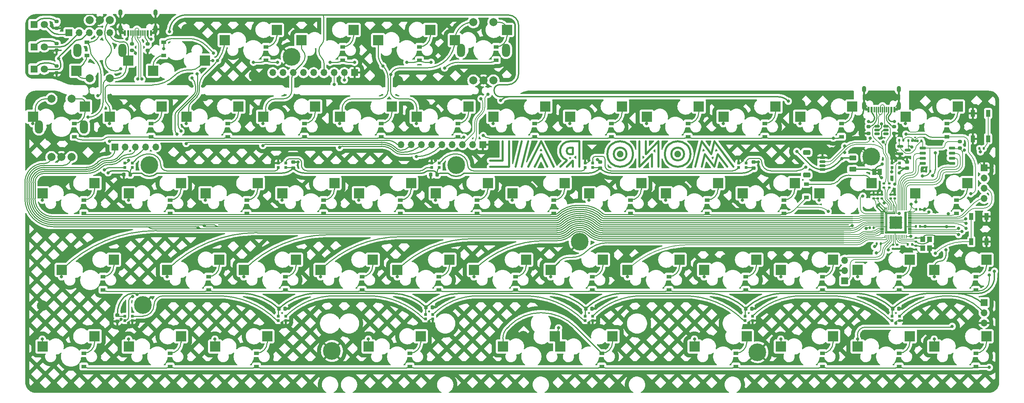
<source format=gbl>
%TF.GenerationSoftware,KiCad,Pcbnew,(6.0.10)*%
%TF.CreationDate,2023-05-23T15:51:50-05:00*%
%TF.ProjectId,Monorail_Jet,4d6f6e6f-7261-4696-9c5f-4a65742e6b69,rev?*%
%TF.SameCoordinates,Original*%
%TF.FileFunction,Copper,L2,Bot*%
%TF.FilePolarity,Positive*%
%FSLAX46Y46*%
G04 Gerber Fmt 4.6, Leading zero omitted, Abs format (unit mm)*
G04 Created by KiCad (PCBNEW (6.0.10)) date 2023-05-23 15:51:50*
%MOMM*%
%LPD*%
G01*
G04 APERTURE LIST*
G04 Aperture macros list*
%AMRoundRect*
0 Rectangle with rounded corners*
0 $1 Rounding radius*
0 $2 $3 $4 $5 $6 $7 $8 $9 X,Y pos of 4 corners*
0 Add a 4 corners polygon primitive as box body*
4,1,4,$2,$3,$4,$5,$6,$7,$8,$9,$2,$3,0*
0 Add four circle primitives for the rounded corners*
1,1,$1+$1,$2,$3*
1,1,$1+$1,$4,$5*
1,1,$1+$1,$6,$7*
1,1,$1+$1,$8,$9*
0 Add four rect primitives between the rounded corners*
20,1,$1+$1,$2,$3,$4,$5,0*
20,1,$1+$1,$4,$5,$6,$7,0*
20,1,$1+$1,$6,$7,$8,$9,0*
20,1,$1+$1,$8,$9,$2,$3,0*%
G04 Aperture macros list end*
%TA.AperFunction,NonConductor*%
%ADD10C,0.500000*%
%TD*%
%TA.AperFunction,SMDPad,CuDef*%
%ADD11R,2.550000X2.500000*%
%TD*%
%TA.AperFunction,ComponentPad*%
%ADD12R,1.700000X1.700000*%
%TD*%
%TA.AperFunction,ComponentPad*%
%ADD13O,1.700000X1.700000*%
%TD*%
%TA.AperFunction,ComponentPad*%
%ADD14R,1.800000X1.800000*%
%TD*%
%TA.AperFunction,ComponentPad*%
%ADD15C,1.800000*%
%TD*%
%TA.AperFunction,ComponentPad*%
%ADD16C,4.400000*%
%TD*%
%TA.AperFunction,ComponentPad*%
%ADD17C,2.000000*%
%TD*%
%TA.AperFunction,ComponentPad*%
%ADD18RoundRect,1.000000X0.000000X-0.650000X0.000000X0.650000X0.000000X0.650000X0.000000X-0.650000X0*%
%TD*%
%TA.AperFunction,SMDPad,CuDef*%
%ADD19RoundRect,0.250000X0.625000X-0.375000X0.625000X0.375000X-0.625000X0.375000X-0.625000X-0.375000X0*%
%TD*%
%TA.AperFunction,SMDPad,CuDef*%
%ADD20R,0.600000X1.450000*%
%TD*%
%TA.AperFunction,SMDPad,CuDef*%
%ADD21R,0.300000X1.450000*%
%TD*%
%TA.AperFunction,ComponentPad*%
%ADD22O,1.000000X2.100000*%
%TD*%
%TA.AperFunction,ComponentPad*%
%ADD23O,1.000000X1.600000*%
%TD*%
%TA.AperFunction,SMDPad,CuDef*%
%ADD24RoundRect,0.200000X0.275000X-0.200000X0.275000X0.200000X-0.275000X0.200000X-0.275000X-0.200000X0*%
%TD*%
%TA.AperFunction,SMDPad,CuDef*%
%ADD25RoundRect,0.135000X0.185000X-0.135000X0.185000X0.135000X-0.185000X0.135000X-0.185000X-0.135000X0*%
%TD*%
%TA.AperFunction,SMDPad,CuDef*%
%ADD26RoundRect,0.150000X0.512500X0.150000X-0.512500X0.150000X-0.512500X-0.150000X0.512500X-0.150000X0*%
%TD*%
%TA.AperFunction,SMDPad,CuDef*%
%ADD27R,1.200000X0.900000*%
%TD*%
%TA.AperFunction,SMDPad,CuDef*%
%ADD28RoundRect,0.225000X-0.250000X0.225000X-0.250000X-0.225000X0.250000X-0.225000X0.250000X0.225000X0*%
%TD*%
%TA.AperFunction,SMDPad,CuDef*%
%ADD29RoundRect,0.135000X-0.135000X-0.185000X0.135000X-0.185000X0.135000X0.185000X-0.135000X0.185000X0*%
%TD*%
%TA.AperFunction,SMDPad,CuDef*%
%ADD30R,0.700000X0.700000*%
%TD*%
%TA.AperFunction,SMDPad,CuDef*%
%ADD31RoundRect,0.140000X0.170000X-0.140000X0.170000X0.140000X-0.170000X0.140000X-0.170000X-0.140000X0*%
%TD*%
%TA.AperFunction,SMDPad,CuDef*%
%ADD32RoundRect,0.225000X0.225000X0.250000X-0.225000X0.250000X-0.225000X-0.250000X0.225000X-0.250000X0*%
%TD*%
%TA.AperFunction,SMDPad,CuDef*%
%ADD33RoundRect,0.200000X-0.275000X0.200000X-0.275000X-0.200000X0.275000X-0.200000X0.275000X0.200000X0*%
%TD*%
%TA.AperFunction,SMDPad,CuDef*%
%ADD34RoundRect,0.140000X0.140000X0.170000X-0.140000X0.170000X-0.140000X-0.170000X0.140000X-0.170000X0*%
%TD*%
%TA.AperFunction,SMDPad,CuDef*%
%ADD35RoundRect,0.140000X-0.140000X-0.170000X0.140000X-0.170000X0.140000X0.170000X-0.140000X0.170000X0*%
%TD*%
%TA.AperFunction,SMDPad,CuDef*%
%ADD36R,1.000000X1.700000*%
%TD*%
%TA.AperFunction,SMDPad,CuDef*%
%ADD37RoundRect,0.006000X0.414000X0.094000X-0.414000X0.094000X-0.414000X-0.094000X0.414000X-0.094000X0*%
%TD*%
%TA.AperFunction,SMDPad,CuDef*%
%ADD38RoundRect,0.020000X0.080000X0.400000X-0.080000X0.400000X-0.080000X-0.400000X0.080000X-0.400000X0*%
%TD*%
%TA.AperFunction,SMDPad,CuDef*%
%ADD39R,3.100000X3.100000*%
%TD*%
%TA.AperFunction,SMDPad,CuDef*%
%ADD40RoundRect,0.225000X-0.225000X-0.250000X0.225000X-0.250000X0.225000X0.250000X-0.225000X0.250000X0*%
%TD*%
%TA.AperFunction,SMDPad,CuDef*%
%ADD41RoundRect,0.225000X0.250000X-0.225000X0.250000X0.225000X-0.250000X0.225000X-0.250000X-0.225000X0*%
%TD*%
%TA.AperFunction,SMDPad,CuDef*%
%ADD42RoundRect,0.140000X-0.170000X0.140000X-0.170000X-0.140000X0.170000X-0.140000X0.170000X0.140000X0*%
%TD*%
%TA.AperFunction,SMDPad,CuDef*%
%ADD43RoundRect,0.150000X0.650000X0.150000X-0.650000X0.150000X-0.650000X-0.150000X0.650000X-0.150000X0*%
%TD*%
%TA.AperFunction,SMDPad,CuDef*%
%ADD44RoundRect,0.150000X0.625000X-0.150000X0.625000X0.150000X-0.625000X0.150000X-0.625000X-0.150000X0*%
%TD*%
%TA.AperFunction,SMDPad,CuDef*%
%ADD45RoundRect,0.250000X0.650000X-0.350000X0.650000X0.350000X-0.650000X0.350000X-0.650000X-0.350000X0*%
%TD*%
%TA.AperFunction,ComponentPad*%
%ADD46RoundRect,1.000000X0.000000X0.650000X0.000000X-0.650000X0.000000X-0.650000X0.000000X0.650000X0*%
%TD*%
%TA.AperFunction,SMDPad,CuDef*%
%ADD47R,1.000000X1.500000*%
%TD*%
%TA.AperFunction,SMDPad,CuDef*%
%ADD48RoundRect,0.150000X-0.587500X-0.150000X0.587500X-0.150000X0.587500X0.150000X-0.587500X0.150000X0*%
%TD*%
%TA.AperFunction,SMDPad,CuDef*%
%ADD49R,1.200000X1.400000*%
%TD*%
%TA.AperFunction,SMDPad,CuDef*%
%ADD50RoundRect,0.135000X0.135000X0.185000X-0.135000X0.185000X-0.135000X-0.185000X0.135000X-0.185000X0*%
%TD*%
%TA.AperFunction,ViaPad*%
%ADD51C,0.800000*%
%TD*%
%TA.AperFunction,Conductor*%
%ADD52C,0.250000*%
%TD*%
%TA.AperFunction,Conductor*%
%ADD53C,0.200000*%
%TD*%
%TA.AperFunction,Conductor*%
%ADD54C,0.350000*%
%TD*%
G04 APERTURE END LIST*
D10*
X162718750Y-82974184D02*
X164306250Y-81386684D01*
X157956250Y-76624184D02*
X154781250Y-82974184D01*
X165893750Y-82974184D02*
X165893750Y-81386684D01*
X165893750Y-78211684D02*
X165100000Y-78211684D01*
X205787500Y-82950000D02*
X201025000Y-76600000D01*
X197850000Y-82950000D02*
X198643750Y-79775000D01*
X182371875Y-82950000D02*
X185546875Y-79775000D01*
X187134375Y-76600000D02*
X183959375Y-79775000D01*
X165893750Y-79799184D02*
X165893750Y-78211684D01*
X196262500Y-82950000D02*
X197850000Y-76600000D01*
X179196875Y-79775000D02*
G75*
G03*
X179196875Y-79775000I-1587500J0D01*
G01*
X150018750Y-82974184D02*
X145256250Y-82974184D01*
X187134375Y-82950000D02*
X187134375Y-76600000D01*
X180784375Y-79775000D02*
G75*
G03*
X180784375Y-79775000I-3175000J0D01*
G01*
X150018750Y-82974184D02*
X150018750Y-76624184D01*
X165100000Y-76624184D02*
X167481250Y-76624184D01*
X151606250Y-82974184D02*
X153193750Y-76624184D01*
X193484375Y-79775000D02*
G75*
G03*
X193484375Y-79775000I-1587500J0D01*
G01*
X200231250Y-79775000D02*
X197850000Y-76600000D01*
X165100000Y-78211616D02*
G75*
G03*
X165100000Y-79799184I0J-793784D01*
G01*
X165100000Y-76624118D02*
G75*
G03*
X164346983Y-81264486I0J-2381282D01*
G01*
X145256250Y-81386684D02*
X148431250Y-81386684D01*
X182371875Y-82950000D02*
X182371875Y-76600000D01*
X161131250Y-82974184D02*
X157956250Y-76624184D01*
X201025000Y-82950000D02*
X201818750Y-79775000D01*
X204200000Y-82950000D02*
X201818750Y-79775000D01*
X156368750Y-82974184D02*
X157956250Y-79799184D01*
X185546875Y-79775000D02*
X185546875Y-82950000D01*
X195071875Y-79775000D02*
G75*
G03*
X195071875Y-79775000I-3175000J0D01*
G01*
X157956250Y-79799184D02*
X159543750Y-82974184D01*
X201025000Y-82950000D02*
X198643750Y-79775000D01*
X153193750Y-82974184D02*
X154781250Y-76624184D01*
X165893750Y-79799184D02*
X165100000Y-79799184D01*
X148431250Y-81386684D02*
X148431250Y-76624184D01*
X167481250Y-82974184D02*
X167481250Y-76624184D01*
X183959375Y-79775000D02*
X183959375Y-76600000D01*
X200231250Y-79775000D02*
X201025000Y-76600000D01*
X164306250Y-82974184D02*
X165893750Y-81386684D01*
%TO.C,JP1*%
G36*
X241632405Y-84017334D02*
G01*
X241132405Y-84017334D01*
X241132405Y-83617334D01*
X241632405Y-83617334D01*
X241632405Y-84017334D01*
G37*
G36*
X241632405Y-84817334D02*
G01*
X241132405Y-84817334D01*
X241132405Y-84417334D01*
X241632405Y-84417334D01*
X241632405Y-84817334D01*
G37*
%TD*%
D11*
%TO.P,MX46,1,COL*%
%TO.N,COL4*%
X115152500Y-127635000D03*
%TO.P,MX46,2,ROW*%
%TO.N,Net-(D47-Pad2)*%
X128079500Y-125095000D03*
%TD*%
%TO.P,MX50,1,COL*%
%TO.N,COL11*%
X255646250Y-127635000D03*
%TO.P,MX50,2,ROW*%
%TO.N,Net-(D52-Pad2)*%
X268573250Y-125095000D03*
%TD*%
%TO.P,MX51,1,COL*%
%TO.N,COL0*%
X34190000Y-127635000D03*
%TO.P,MX51,2,ROW*%
%TO.N,Net-(D43-Pad2)*%
X47117000Y-125095000D03*
%TD*%
%TO.P,MX52,1,COL*%
%TO.N,COL1*%
X55621250Y-127635000D03*
%TO.P,MX52,2,ROW*%
%TO.N,Net-(D44-Pad2)*%
X68548250Y-125095000D03*
%TD*%
%TO.P,MX47,1,COL*%
%TO.N,COL6*%
X162777500Y-127635000D03*
%TO.P,MX47,2,ROW*%
%TO.N,Net-(D48-Pad2)*%
X175704500Y-125095000D03*
%TD*%
%TO.P,MX7,1,COL*%
%TO.N,COL0*%
X31808750Y-70485000D03*
%TO.P,MX7,2,ROW*%
%TO.N,Net-(D7-Pad2)*%
X44735750Y-67945000D03*
%TD*%
%TO.P,MX8,1,COL*%
%TO.N,COL1*%
X50858750Y-70485000D03*
%TO.P,MX8,2,ROW*%
%TO.N,Net-(D8-Pad2)*%
X63785750Y-67945000D03*
%TD*%
%TO.P,MX9,1,COL*%
%TO.N,COL2*%
X69908750Y-70485000D03*
%TO.P,MX9,2,ROW*%
%TO.N,Net-(D9-Pad2)*%
X82835750Y-67945000D03*
%TD*%
%TO.P,MX10,1,COL*%
%TO.N,COL3*%
X88958750Y-70485000D03*
%TO.P,MX10,2,ROW*%
%TO.N,Net-(D10-Pad2)*%
X101885750Y-67945000D03*
%TD*%
%TO.P,MX11,1,COL*%
%TO.N,COL4*%
X108008750Y-70485000D03*
%TO.P,MX11,2,ROW*%
%TO.N,Net-(D11-Pad2)*%
X120935750Y-67945000D03*
%TD*%
%TO.P,MX12,1,COL*%
%TO.N,COL5*%
X127058750Y-70485000D03*
%TO.P,MX12,2,ROW*%
%TO.N,Net-(D12-Pad2)*%
X139985750Y-67945000D03*
%TD*%
%TO.P,MX13,1,COL*%
%TO.N,COL6*%
X146108750Y-70485000D03*
%TO.P,MX13,2,ROW*%
%TO.N,Net-(D13-Pad2)*%
X159035750Y-67945000D03*
%TD*%
%TO.P,MX14,1,COL*%
%TO.N,COL7*%
X165158750Y-70485000D03*
%TO.P,MX14,2,ROW*%
%TO.N,Net-(D14-Pad2)*%
X178085750Y-67945000D03*
%TD*%
%TO.P,MX15,1,COL*%
%TO.N,COL8*%
X184208750Y-70485000D03*
%TO.P,MX15,2,ROW*%
%TO.N,Net-(D15-Pad2)*%
X197135750Y-67945000D03*
%TD*%
%TO.P,MX16,1,COL*%
%TO.N,COL9*%
X203258750Y-70485000D03*
%TO.P,MX16,2,ROW*%
%TO.N,Net-(D16-Pad2)*%
X216185750Y-67945000D03*
%TD*%
%TO.P,MX17,1,COL*%
%TO.N,COL10*%
X222308750Y-70485000D03*
%TO.P,MX17,2,ROW*%
%TO.N,Net-(D17-Pad2)*%
X235235750Y-67945000D03*
%TD*%
%TO.P,MX18,1,COL*%
%TO.N,COL11*%
X248502500Y-70485000D03*
%TO.P,MX18,2,ROW*%
%TO.N,Net-(D18-Pad2)*%
X261429500Y-67945000D03*
%TD*%
%TO.P,MX19,1,COL*%
%TO.N,COL0*%
X34190000Y-89535000D03*
%TO.P,MX19,2,ROW*%
%TO.N,Net-(D19-Pad2)*%
X47117000Y-86995000D03*
%TD*%
%TO.P,MX20,1,COL*%
%TO.N,COL1*%
X55621250Y-89535000D03*
%TO.P,MX20,2,ROW*%
%TO.N,Net-(D20-Pad2)*%
X68548250Y-86995000D03*
%TD*%
%TO.P,MX21,1,COL*%
%TO.N,COL2*%
X74671250Y-89535000D03*
%TO.P,MX21,2,ROW*%
%TO.N,Net-(D21-Pad2)*%
X87598250Y-86995000D03*
%TD*%
%TO.P,MX22,1,COL*%
%TO.N,COL3*%
X93721250Y-89535000D03*
%TO.P,MX22,2,ROW*%
%TO.N,Net-(D22-Pad2)*%
X106648250Y-86995000D03*
%TD*%
%TO.P,MX23,1,COL*%
%TO.N,COL4*%
X112771250Y-89535000D03*
%TO.P,MX23,2,ROW*%
%TO.N,Net-(D23-Pad2)*%
X125698250Y-86995000D03*
%TD*%
%TO.P,MX24,1,COL*%
%TO.N,COL5*%
X131821250Y-89535000D03*
%TO.P,MX24,2,ROW*%
%TO.N,Net-(D24-Pad2)*%
X144748250Y-86995000D03*
%TD*%
%TO.P,MX25,1,COL*%
%TO.N,COL6*%
X150871250Y-89535000D03*
%TO.P,MX25,2,ROW*%
%TO.N,Net-(D25-Pad2)*%
X163798250Y-86995000D03*
%TD*%
%TO.P,MX26,1,COL*%
%TO.N,COL7*%
X169921250Y-89535000D03*
%TO.P,MX26,2,ROW*%
%TO.N,Net-(D26-Pad2)*%
X182848250Y-86995000D03*
%TD*%
%TO.P,MX27,1,COL*%
%TO.N,COL8*%
X188971250Y-89535000D03*
%TO.P,MX27,2,ROW*%
%TO.N,Net-(D27-Pad2)*%
X201898250Y-86995000D03*
%TD*%
%TO.P,MX28,1,COL*%
%TO.N,COL9*%
X208021250Y-89535000D03*
%TO.P,MX28,2,ROW*%
%TO.N,Net-(D28-Pad2)*%
X220948250Y-86995000D03*
%TD*%
%TO.P,MX29,1,COL*%
%TO.N,COL10*%
X227071250Y-89535000D03*
%TO.P,MX29,2,ROW*%
%TO.N,Net-(D29-Pad2)*%
X239998250Y-86995000D03*
%TD*%
%TO.P,MX30,1,COL*%
%TO.N,COL11*%
X250883750Y-89535000D03*
%TO.P,MX30,2,ROW*%
%TO.N,Net-(D30-Pad2)*%
X263810750Y-86995000D03*
%TD*%
%TO.P,MX31,1,COL*%
%TO.N,COL0*%
X38952500Y-108585000D03*
%TO.P,MX31,2,ROW*%
%TO.N,Net-(D31-Pad2)*%
X51879500Y-106045000D03*
%TD*%
%TO.P,MX32,1,COL*%
%TO.N,COL1*%
X65146250Y-108585000D03*
%TO.P,MX32,2,ROW*%
%TO.N,Net-(D32-Pad2)*%
X78073250Y-106045000D03*
%TD*%
%TO.P,MX33,1,COL*%
%TO.N,COL2*%
X84196250Y-108585000D03*
%TO.P,MX33,2,ROW*%
%TO.N,Net-(D33-Pad2)*%
X97123250Y-106045000D03*
%TD*%
%TO.P,MX34,1,COL*%
%TO.N,COL3*%
X103246250Y-108585000D03*
%TO.P,MX34,2,ROW*%
%TO.N,Net-(D34-Pad2)*%
X116173250Y-106045000D03*
%TD*%
%TO.P,MX35,1,COL*%
%TO.N,COL4*%
X122296250Y-108585000D03*
%TO.P,MX35,2,ROW*%
%TO.N,Net-(D35-Pad2)*%
X135223250Y-106045000D03*
%TD*%
%TO.P,MX36,1,COL*%
%TO.N,COL5*%
X141346250Y-108585000D03*
%TO.P,MX36,2,ROW*%
%TO.N,Net-(D36-Pad2)*%
X154273250Y-106045000D03*
%TD*%
%TO.P,MX37,1,COL*%
%TO.N,COL6*%
X160396250Y-108585000D03*
%TO.P,MX37,2,ROW*%
%TO.N,Net-(D37-Pad2)*%
X173323250Y-106045000D03*
%TD*%
%TO.P,MX38,1,COL*%
%TO.N,COL7*%
X179446250Y-108585000D03*
%TO.P,MX38,2,ROW*%
%TO.N,Net-(D38-Pad2)*%
X192373250Y-106045000D03*
%TD*%
%TO.P,MX39,1,COL*%
%TO.N,COL8*%
X198496250Y-108585000D03*
%TO.P,MX39,2,ROW*%
%TO.N,Net-(D39-Pad2)*%
X211423250Y-106045000D03*
%TD*%
%TO.P,MX40,1,COL*%
%TO.N,COL9*%
X217546250Y-108585000D03*
%TO.P,MX40,2,ROW*%
%TO.N,Net-(D40-Pad2)*%
X230473250Y-106045000D03*
%TD*%
%TO.P,MX41,1,COL*%
%TO.N,COL10*%
X236596250Y-108585000D03*
%TO.P,MX41,2,ROW*%
%TO.N,Net-(D41-Pad2)*%
X249523250Y-106045000D03*
%TD*%
%TO.P,MX42,1,COL*%
%TO.N,COL11*%
X255646250Y-108585000D03*
%TO.P,MX42,2,ROW*%
%TO.N,Net-(D42-Pad2)*%
X268573250Y-106045000D03*
%TD*%
%TO.P,MX2,1,COL*%
%TO.N,COL1*%
X74553750Y-56515000D03*
%TO.P,MX2,2,ROW*%
%TO.N,Net-(D2-Pad2)*%
X61626750Y-59055000D03*
%TD*%
%TO.P,MX3,1,COL*%
%TO.N,COL2*%
X79433750Y-51435000D03*
%TO.P,MX3,2,ROW*%
%TO.N,Net-(D3-Pad2)*%
X92360750Y-48895000D03*
%TD*%
%TO.P,MX4,1,COL*%
%TO.N,COL3*%
X98483750Y-51435000D03*
%TO.P,MX4,2,ROW*%
%TO.N,Net-(D4-Pad2)*%
X111410750Y-48895000D03*
%TD*%
%TO.P,MX5,1,COL*%
%TO.N,COL4*%
X117533750Y-51435000D03*
%TO.P,MX5,2,ROW*%
%TO.N,Net-(D5-Pad2)*%
X130460750Y-48895000D03*
%TD*%
%TO.P,MX6,1,COL*%
%TO.N,COL5*%
X136583750Y-51435000D03*
%TO.P,MX6,2,ROW*%
%TO.N,Net-(D6-Pad2)*%
X149510750Y-48895000D03*
%TD*%
D12*
%TO.P,J10,1,Pin_1*%
%TO.N,GND*%
X143512500Y-77437500D03*
D13*
%TO.P,J10,2,Pin_2*%
%TO.N,D+*%
X140972500Y-77437500D03*
%TO.P,J10,3,Pin_3*%
%TO.N,D-*%
X138432500Y-77437500D03*
%TO.P,J10,4,Pin_4*%
%TO.N,VCC*%
X135892500Y-77437500D03*
%TO.P,J10,5,Pin_5*%
%TO.N,COL5*%
X133352500Y-77437500D03*
%TO.P,J10,6,Pin_6*%
%TO.N,COL4*%
X130812500Y-77437500D03*
%TO.P,J10,7,Pin_7*%
%TO.N,COL3*%
X128272500Y-77437500D03*
%TO.P,J10,8,Pin_8*%
%TO.N,COL2*%
X125732500Y-77437500D03*
%TO.P,J10,9,Pin_9*%
%TO.N,COL1*%
X123192500Y-77437500D03*
%TD*%
D12*
%TO.P,J7,1,Pin_1*%
%TO.N,GND*%
X111680625Y-59531250D03*
D13*
%TO.P,J7,2,Pin_2*%
%TO.N,D+*%
X109140625Y-59531250D03*
%TO.P,J7,3,Pin_3*%
%TO.N,D-*%
X106600625Y-59531250D03*
%TO.P,J7,4,Pin_4*%
%TO.N,VCC*%
X104060625Y-59531250D03*
%TO.P,J7,5,Pin_5*%
%TO.N,COL5*%
X101520625Y-59531250D03*
%TO.P,J7,6,Pin_6*%
%TO.N,COL4*%
X98980625Y-59531250D03*
%TO.P,J7,7,Pin_7*%
%TO.N,COL3*%
X96440625Y-59531250D03*
%TO.P,J7,8,Pin_8*%
%TO.N,COL2*%
X93900625Y-59531250D03*
%TO.P,J7,9,Pin_9*%
%TO.N,COL1*%
X91360625Y-59531250D03*
%TD*%
D12*
%TO.P,J9,1,Pin_1*%
%TO.N,LED1*%
X52175000Y-78000000D03*
D13*
%TO.P,J9,2,Pin_2*%
%TO.N,LED2*%
X54715000Y-78000000D03*
%TO.P,J9,3,Pin_3*%
%TO.N,LED3*%
X57255000Y-78000000D03*
%TO.P,J9,4,Pin_4*%
%TO.N,ROW4*%
X59795000Y-78000000D03*
%TO.P,J9,5,Pin_5*%
%TO.N,COL0*%
X62335000Y-78000000D03*
%TD*%
D11*
%TO.P,MX53,1,COL*%
%TO.N,COL2*%
X77052500Y-127635000D03*
%TO.P,MX53,2,ROW*%
%TO.N,Net-(D45-Pad2)*%
X89979500Y-125095000D03*
%TD*%
D14*
%TO.P,D55,1,K*%
%TO.N,Net-(D55-Pad1)*%
X32099250Y-58642000D03*
D15*
%TO.P,D55,2,A*%
%TO.N,LED3*%
X34639250Y-58642000D03*
%TD*%
D11*
%TO.P,MX58,1,COL*%
%TO.N,Net-(D48-Pad2)*%
X148490000Y-127635000D03*
%TO.P,MX58,2,ROW*%
%TO.N,COL6*%
X161417000Y-125095000D03*
%TD*%
D16*
%TO.P,,1,1*%
%TO.N,GND*%
X96043750Y-55562500D03*
%TD*%
D17*
%TO.P,SW3,A,A*%
%TO.N,ENCB*%
X141168750Y-61475000D03*
%TO.P,SW3,B,B*%
%TO.N,ENCA*%
X146168750Y-61475000D03*
%TO.P,SW3,C,C*%
%TO.N,GND*%
X143668750Y-61475000D03*
D18*
%TO.P,SW3,MP*%
%TO.N,N/C*%
X138068750Y-53975000D03*
X149268750Y-53975000D03*
D17*
%TO.P,SW3,S1,S1*%
%TO.N,Net-(D6-Pad2)*%
X146168750Y-46975000D03*
%TO.P,SW3,S2,S2*%
%TO.N,COL5*%
X141168750Y-46975000D03*
%TD*%
D14*
%TO.P,D53,1,K*%
%TO.N,Net-(D53-Pad1)*%
X32099250Y-47592000D03*
D15*
%TO.P,D53,2,A*%
%TO.N,LED1*%
X34639250Y-47592000D03*
%TD*%
D11*
%TO.P,MX1,1,COL*%
%TO.N,COL0*%
X55503750Y-56515000D03*
%TO.P,MX1,2,ROW*%
%TO.N,Net-(D1-Pad2)*%
X42576750Y-59055000D03*
%TD*%
D16*
%TO.P,H1,1,1*%
%TO.N,GND*%
X239953400Y-80424450D03*
X136903400Y-82550450D03*
X167553400Y-101600450D03*
X60703400Y-82550450D03*
X211703400Y-129059450D03*
X59103400Y-117324450D03*
X106053400Y-128774450D03*
%TD*%
D11*
%TO.P,MX57,1,COL*%
%TO.N,COL10*%
X236596250Y-127635000D03*
%TO.P,MX57,2,ROW*%
%TO.N,Net-(D51-Pad2)*%
X249523250Y-125095000D03*
%TD*%
%TO.P,MX55,1,COL*%
%TO.N,COL8*%
X196115000Y-127635000D03*
%TO.P,MX55,2,ROW*%
%TO.N,Net-(D49-Pad2)*%
X209042000Y-125095000D03*
%TD*%
%TO.P,MX49,1,COL*%
%TO.N,COL9*%
X217546250Y-127635000D03*
%TO.P,MX49,2,ROW*%
%TO.N,Net-(D50-Pad2)*%
X230473250Y-125095000D03*
%TD*%
D14*
%TO.P,D54,1,K*%
%TO.N,Net-(D54-Pad1)*%
X32099250Y-53117000D03*
D15*
%TO.P,D54,2,A*%
%TO.N,LED2*%
X34639250Y-53117000D03*
%TD*%
D12*
%TO.P,J8,1,Pin_1*%
%TO.N,LED1*%
X40737500Y-49587500D03*
D13*
%TO.P,J8,2,Pin_2*%
%TO.N,LED2*%
X43277500Y-49587500D03*
%TO.P,J8,3,Pin_3*%
%TO.N,LED3*%
X45817500Y-49587500D03*
%TO.P,J8,4,Pin_4*%
%TO.N,ROW4*%
X48357500Y-49587500D03*
%TO.P,J8,5,Pin_5*%
%TO.N,COL0*%
X50897500Y-49587500D03*
%TD*%
D19*
%TO.P,F1,1*%
%TO.N,+5V*%
X235347928Y-83571835D03*
%TO.P,F1,2*%
%TO.N,VCC*%
X235347928Y-80771835D03*
%TD*%
D20*
%TO.P,J1,A1,GND*%
%TO.N,GND*%
X239240625Y-68735625D03*
%TO.P,J1,A4,VBUS*%
%TO.N,VCC*%
X240040625Y-68735625D03*
D21*
%TO.P,J1,A5,CC1*%
%TO.N,Net-(J1-PadA5)*%
X241240625Y-68735625D03*
%TO.P,J1,A6,D+*%
%TO.N,D+*%
X242240625Y-68735625D03*
%TO.P,J1,A7,D-*%
%TO.N,D-*%
X242740625Y-68735625D03*
%TO.P,J1,A8,SBU1*%
%TO.N,unconnected-(J1-PadA8)*%
X243740625Y-68735625D03*
D20*
%TO.P,J1,A9,VBUS*%
%TO.N,VCC*%
X244940625Y-68735625D03*
%TO.P,J1,A12,GND*%
%TO.N,GND*%
X245740625Y-68735625D03*
%TO.P,J1,B1,GND*%
X245740625Y-68735625D03*
%TO.P,J1,B4,VBUS*%
%TO.N,VCC*%
X244940625Y-68735625D03*
D21*
%TO.P,J1,B5,CC2*%
%TO.N,Net-(J1-PadB5)*%
X244240625Y-68735625D03*
%TO.P,J1,B6,D+*%
%TO.N,D+*%
X243240625Y-68735625D03*
%TO.P,J1,B7,D-*%
%TO.N,D-*%
X241740625Y-68735625D03*
%TO.P,J1,B8,SBU2*%
%TO.N,unconnected-(J1-PadB8)*%
X240740625Y-68735625D03*
D20*
%TO.P,J1,B9,VBUS*%
%TO.N,VCC*%
X240040625Y-68735625D03*
%TO.P,J1,B12,GND*%
%TO.N,GND*%
X239240625Y-68735625D03*
D22*
%TO.P,J1,S1,SHIELD*%
X246810625Y-67820625D03*
D23*
X238170625Y-63640625D03*
D22*
X238170625Y-67820625D03*
D23*
X246810625Y-63640625D03*
%TD*%
D24*
%TO.P,R4,1*%
%TO.N,GND*%
X60325000Y-54006250D03*
%TO.P,R4,2*%
%TO.N,Net-(J2-PadB5)*%
X60325000Y-52356250D03*
%TD*%
%TO.P,R3,1*%
%TO.N,GND*%
X245665625Y-74643750D03*
%TO.P,R3,2*%
%TO.N,Net-(J1-PadB5)*%
X245665625Y-72993750D03*
%TD*%
%TO.P,R1,1*%
%TO.N,GND*%
X239315625Y-74643750D03*
%TO.P,R1,2*%
%TO.N,Net-(J1-PadA5)*%
X239315625Y-72993750D03*
%TD*%
%TO.P,R2,1*%
%TO.N,GND*%
X56356250Y-54006250D03*
%TO.P,R2,2*%
%TO.N,Net-(J2-PadA5)*%
X56356250Y-52356250D03*
%TD*%
D25*
%TO.P,R6,1*%
%TO.N,Net-(R6-Pad1)*%
X243125625Y-88147500D03*
%TO.P,R6,2*%
%TO.N,D-*%
X243125625Y-87127500D03*
%TD*%
D26*
%TO.P,U1,1,IO1*%
%TO.N,D+*%
X243628125Y-72868750D03*
%TO.P,U1,2,VN*%
%TO.N,GND*%
X243628125Y-73818750D03*
%TO.P,U1,3,IO2*%
%TO.N,unconnected-(U1-Pad3)*%
X243628125Y-74768750D03*
%TO.P,U1,4,IO3*%
%TO.N,unconnected-(U1-Pad4)*%
X241353125Y-74768750D03*
%TO.P,U1,5,VP*%
%TO.N,VCC*%
X241353125Y-73818750D03*
%TO.P,U1,6,IO4*%
%TO.N,D-*%
X241353125Y-72868750D03*
%TD*%
D27*
%TO.P,D33,1,K*%
%TO.N,ROW2*%
X94456250Y-113568750D03*
%TO.P,D33,2,A*%
%TO.N,Net-(D33-Pad2)*%
X94456250Y-110268750D03*
%TD*%
D28*
%TO.P,C9,1*%
%TO.N,+5VD*%
X52784375Y-119875000D03*
%TO.P,C9,2*%
%TO.N,GND*%
X52784375Y-121425000D03*
%TD*%
D27*
%TO.P,D9,1,K*%
%TO.N,ROW0*%
X80168750Y-75468750D03*
%TO.P,D9,2,A*%
%TO.N,Net-(D9-Pad2)*%
X80168750Y-72168750D03*
%TD*%
D12*
%TO.P,SWD1,1,Pin_1*%
%TO.N,SWCLK*%
X233362500Y-111268750D03*
D13*
%TO.P,SWD1,2,Pin_2*%
%TO.N,GND*%
X233362500Y-108728750D03*
%TO.P,SWD1,3,Pin_3*%
%TO.N,SWDIO*%
X233362500Y-106188750D03*
%TD*%
D27*
%TO.P,D27,1,K*%
%TO.N,ROW1*%
X199231250Y-94518750D03*
%TO.P,D27,2,A*%
%TO.N,Net-(D27-Pad2)*%
X199231250Y-91218750D03*
%TD*%
%TO.P,D8,1,K*%
%TO.N,ROW0*%
X61118750Y-75468750D03*
%TO.P,D8,2,A*%
%TO.N,Net-(D8-Pad2)*%
X61118750Y-72168750D03*
%TD*%
%TO.P,D28,1,K*%
%TO.N,ROW1*%
X218281250Y-94518750D03*
%TO.P,D28,2,A*%
%TO.N,Net-(D28-Pad2)*%
X218281250Y-91218750D03*
%TD*%
%TO.P,D14,1,K*%
%TO.N,ROW0*%
X175418750Y-75468750D03*
%TO.P,D14,2,A*%
%TO.N,Net-(D14-Pad2)*%
X175418750Y-72168750D03*
%TD*%
D29*
%TO.P,R14,1*%
%TO.N,QSPI_SS*%
X266836250Y-78393751D03*
%TO.P,R14,2*%
%TO.N,Net-(R14-Pad2)*%
X267856250Y-78393751D03*
%TD*%
D27*
%TO.P,D18,1,K*%
%TO.N,ROW0*%
X258762500Y-75468750D03*
%TO.P,D18,2,A*%
%TO.N,Net-(D18-Pad2)*%
X258762500Y-72168750D03*
%TD*%
D30*
%TO.P,D65,1,VDD*%
%TO.N,+5VD*%
X92747500Y-120100000D03*
%TO.P,D65,2,DOUT*%
%TO.N,Net-(D64-Pad4)*%
X94577500Y-120100000D03*
%TO.P,D65,3,VSS*%
%TO.N,GND*%
X94577500Y-121200000D03*
%TO.P,D65,4,DIN*%
%TO.N,Net-(D65-Pad4)*%
X92747500Y-121200000D03*
%TD*%
%TO.P,D61,1,VDD*%
%TO.N,+5VD*%
X170777500Y-83100000D03*
%TO.P,D61,2,DOUT*%
%TO.N,Net-(D61-Pad2)*%
X168947500Y-83100000D03*
%TO.P,D61,3,VSS*%
%TO.N,GND*%
X168947500Y-82000000D03*
%TO.P,D61,4,DIN*%
%TO.N,Net-(D60-Pad2)*%
X170777500Y-82000000D03*
%TD*%
D31*
%TO.P,C6,1*%
%TO.N,GND*%
X251064013Y-103552401D03*
%TO.P,C6,2*%
%TO.N,Net-(C6-Pad2)*%
X251064013Y-102592401D03*
%TD*%
%TO.P,C8,1*%
%TO.N,+1V1*%
X245808750Y-90830023D03*
%TO.P,C8,2*%
%TO.N,GND*%
X245808750Y-89870023D03*
%TD*%
D12*
%TO.P,J6,1,Pin_1*%
%TO.N,+5VD*%
X267962500Y-116712500D03*
D13*
%TO.P,J6,2,Pin_2*%
%TO.N,RGB_OUT*%
X267962500Y-119252500D03*
%TO.P,J6,3,Pin_3*%
%TO.N,GND*%
X267962500Y-121792500D03*
%TD*%
D32*
%TO.P,C16,1*%
%TO.N,+5VD*%
X132140625Y-84931250D03*
%TO.P,C16,2*%
%TO.N,GND*%
X130590625Y-84931250D03*
%TD*%
D33*
%TO.P,R13,1*%
%TO.N,+3V3*%
X261976292Y-76648118D03*
%TO.P,R13,2*%
%TO.N,QSPI_SS*%
X261976292Y-78298118D03*
%TD*%
D34*
%TO.P,C28,1*%
%TO.N,+3V3*%
X252409280Y-76490476D03*
%TO.P,C28,2*%
%TO.N,GND*%
X251449280Y-76490476D03*
%TD*%
D33*
%TO.P,R11,1*%
%TO.N,Net-(D55-Pad1)*%
X37703125Y-57912500D03*
%TO.P,R11,2*%
%TO.N,GND*%
X37703125Y-59562500D03*
%TD*%
D35*
%TO.P,C26,1*%
%TO.N,+3V3*%
X251122014Y-93542939D03*
%TO.P,C26,2*%
%TO.N,GND*%
X252082014Y-93542939D03*
%TD*%
D27*
%TO.P,D13,1,K*%
%TO.N,ROW0*%
X156368750Y-75468750D03*
%TO.P,D13,2,A*%
%TO.N,Net-(D13-Pad2)*%
X156368750Y-72168750D03*
%TD*%
D35*
%TO.P,C2,1*%
%TO.N,+3V3*%
X246919787Y-76333887D03*
%TO.P,C2,2*%
%TO.N,GND*%
X247879787Y-76333887D03*
%TD*%
D20*
%TO.P,J2,A1,GND*%
%TO.N,GND*%
X54630250Y-49685625D03*
%TO.P,J2,A4,VBUS*%
%TO.N,VCC*%
X55430250Y-49685625D03*
D21*
%TO.P,J2,A5,CC1*%
%TO.N,Net-(J2-PadA5)*%
X56630250Y-49685625D03*
%TO.P,J2,A6,D+*%
%TO.N,D+*%
X57630250Y-49685625D03*
%TO.P,J2,A7,D-*%
%TO.N,D-*%
X58130250Y-49685625D03*
%TO.P,J2,A8,SBU1*%
%TO.N,unconnected-(J2-PadA8)*%
X59130250Y-49685625D03*
D20*
%TO.P,J2,A9,VBUS*%
%TO.N,VCC*%
X60330250Y-49685625D03*
%TO.P,J2,A12,GND*%
%TO.N,GND*%
X61130250Y-49685625D03*
%TO.P,J2,B1,GND*%
X61130250Y-49685625D03*
%TO.P,J2,B4,VBUS*%
%TO.N,VCC*%
X60330250Y-49685625D03*
D21*
%TO.P,J2,B5,CC2*%
%TO.N,Net-(J2-PadB5)*%
X59630250Y-49685625D03*
%TO.P,J2,B6,D+*%
%TO.N,D+*%
X58630250Y-49685625D03*
%TO.P,J2,B7,D-*%
%TO.N,D-*%
X57130250Y-49685625D03*
%TO.P,J2,B8,SBU2*%
%TO.N,unconnected-(J2-PadB8)*%
X56130250Y-49685625D03*
D20*
%TO.P,J2,B9,VBUS*%
%TO.N,VCC*%
X55430250Y-49685625D03*
%TO.P,J2,B12,GND*%
%TO.N,GND*%
X54630250Y-49685625D03*
D23*
%TO.P,J2,S1,SHIELD*%
X53560250Y-44590625D03*
D22*
X62200250Y-48770625D03*
D23*
X62200250Y-44590625D03*
D22*
X53560250Y-48770625D03*
%TD*%
D27*
%TO.P,D16,1,K*%
%TO.N,ROW0*%
X213518750Y-75468750D03*
%TO.P,D16,2,A*%
%TO.N,Net-(D16-Pad2)*%
X213518750Y-72168750D03*
%TD*%
%TO.P,D3,1,K*%
%TO.N,ROW4*%
X89693750Y-56418750D03*
%TO.P,D3,2,A*%
%TO.N,Net-(D3-Pad2)*%
X89693750Y-53118750D03*
%TD*%
%TO.P,D51,1,K*%
%TO.N,ROW3*%
X246856250Y-132618750D03*
%TO.P,D51,2,A*%
%TO.N,Net-(D51-Pad2)*%
X246856250Y-129318750D03*
%TD*%
D31*
%TO.P,C5,1*%
%TO.N,+1V1*%
X242567100Y-90830023D03*
%TO.P,C5,2*%
%TO.N,GND*%
X242567100Y-89870023D03*
%TD*%
D36*
%TO.P,SWR1,1,A*%
%TO.N,GND*%
X268600000Y-95275000D03*
X268600000Y-101575000D03*
%TO.P,SWR1,2,B*%
%TO.N,RUN*%
X264800000Y-101575000D03*
X264800000Y-95275000D03*
%TD*%
D27*
%TO.P,D34,1,K*%
%TO.N,ROW2*%
X113506250Y-113568750D03*
%TO.P,D34,2,A*%
%TO.N,Net-(D34-Pad2)*%
X113506250Y-110268750D03*
%TD*%
%TO.P,D44,1,K*%
%TO.N,ROW3*%
X65881250Y-132618750D03*
%TO.P,D44,2,A*%
%TO.N,Net-(D44-Pad2)*%
X65881250Y-129318750D03*
%TD*%
D29*
%TO.P,R5,1*%
%TO.N,+3V3*%
X241331994Y-102074696D03*
%TO.P,R5,2*%
%TO.N,RUN*%
X242351994Y-102074696D03*
%TD*%
D30*
%TO.P,D63,1,VDD*%
%TO.N,+5VD*%
X94577500Y-83100000D03*
%TO.P,D63,2,DOUT*%
%TO.N,Net-(D63-Pad2)*%
X92747500Y-83100000D03*
%TO.P,D63,3,VSS*%
%TO.N,GND*%
X92747500Y-82000000D03*
%TO.P,D63,4,DIN*%
%TO.N,Net-(D62-Pad2)*%
X94577500Y-82000000D03*
%TD*%
%TO.P,D66,1,VDD*%
%TO.N,+5VD*%
X54647500Y-120100000D03*
%TO.P,D66,2,DOUT*%
%TO.N,Net-(D65-Pad4)*%
X56477500Y-120100000D03*
%TO.P,D66,3,VSS*%
%TO.N,GND*%
X56477500Y-121200000D03*
%TO.P,D66,4,DIN*%
%TO.N,Net-(D66-Pad4)*%
X54647500Y-121200000D03*
%TD*%
D32*
%TO.P,C10,1*%
%TO.N,+5VD*%
X55940625Y-84931250D03*
%TO.P,C10,2*%
%TO.N,GND*%
X54390625Y-84931250D03*
%TD*%
D27*
%TO.P,D7,1,K*%
%TO.N,ROW0*%
X42068750Y-75468750D03*
%TO.P,D7,2,A*%
%TO.N,Net-(D7-Pad2)*%
X42068750Y-72168750D03*
%TD*%
D37*
%TO.P,U3,1,IOVDD*%
%TO.N,+3V3*%
X249497500Y-94237500D03*
%TO.P,U3,2,GPIO0*%
%TO.N,COL11*%
X249497500Y-94637500D03*
%TO.P,U3,3,GPIO1*%
%TO.N,ROW1*%
X249497500Y-95037500D03*
%TO.P,U3,4,GPIO2*%
%TO.N,SDA*%
X249497500Y-95437500D03*
%TO.P,U3,5,GPIO3*%
%TO.N,SCL*%
X249497500Y-95837500D03*
%TO.P,U3,6,GPIO4*%
%TO.N,ROW2*%
X249497500Y-96237500D03*
%TO.P,U3,7,GPIO5*%
%TO.N,ROW3*%
X249497500Y-96637500D03*
%TO.P,U3,8,GPIO6*%
%TO.N,COL10*%
X249497500Y-97037500D03*
%TO.P,U3,9,GPIO7*%
%TO.N,unconnected-(U3-Pad9)*%
X249497500Y-97437500D03*
%TO.P,U3,10,IOVDD*%
%TO.N,+3V3*%
X249497500Y-97837500D03*
%TO.P,U3,11,GPIO8*%
%TO.N,unconnected-(U3-Pad11)*%
X249497500Y-98237500D03*
%TO.P,U3,12,GPIO9*%
%TO.N,ROW0*%
X249497500Y-98637500D03*
%TO.P,U3,13,GPIO10*%
%TO.N,COL8*%
X249497500Y-99037500D03*
%TO.P,U3,14,GPIO11*%
%TO.N,COL9*%
X249497500Y-99437500D03*
D38*
%TO.P,U3,15,GPIO12*%
%TO.N,ENCA*%
X248662500Y-100272500D03*
%TO.P,U3,16,GPIO13*%
%TO.N,unconnected-(U3-Pad16)*%
X248262500Y-100272500D03*
%TO.P,U3,17,GPIO14*%
%TO.N,unconnected-(U3-Pad17)*%
X247862500Y-100272500D03*
%TO.P,U3,18,GPIO15*%
%TO.N,unconnected-(U3-Pad18)*%
X247462500Y-100272500D03*
%TO.P,U3,19,TESTEN*%
%TO.N,GND*%
X247062500Y-100272500D03*
%TO.P,U3,20,XIN*%
%TO.N,XIN*%
X246662500Y-100272500D03*
%TO.P,U3,21,XOUT*%
%TO.N,XOUT*%
X246262500Y-100272500D03*
%TO.P,U3,22,IOVDD*%
%TO.N,+3V3*%
X245862500Y-100272500D03*
%TO.P,U3,23,DVDD*%
%TO.N,+1V1*%
X245462500Y-100272500D03*
%TO.P,U3,24,SWCLK*%
%TO.N,SWCLK*%
X245062500Y-100272500D03*
%TO.P,U3,25,SWDIO*%
%TO.N,SWDIO*%
X244662500Y-100272500D03*
%TO.P,U3,26,RUN*%
%TO.N,RUN*%
X244262500Y-100272500D03*
%TO.P,U3,27,GPIO16*%
%TO.N,COL7*%
X243862500Y-100272500D03*
%TO.P,U3,28,GPIO17*%
%TO.N,COL6*%
X243462500Y-100272500D03*
D37*
%TO.P,U3,29,GPIO18*%
%TO.N,COL5*%
X242627500Y-99437500D03*
%TO.P,U3,30,GPIO19*%
%TO.N,COL4*%
X242627500Y-99037500D03*
%TO.P,U3,31,GPIO20*%
%TO.N,COL3*%
X242627500Y-98637500D03*
%TO.P,U3,32,GPIO21*%
%TO.N,COL2*%
X242627500Y-98237500D03*
%TO.P,U3,33,IOVDD*%
%TO.N,+3V3*%
X242627500Y-97837500D03*
%TO.P,U3,34,GPIO22*%
%TO.N,COL1*%
X242627500Y-97437500D03*
%TO.P,U3,35,GPIO23*%
%TO.N,COL0*%
X242627500Y-97037500D03*
%TO.P,U3,36,GPIO24*%
%TO.N,ENCB*%
X242627500Y-96637500D03*
%TO.P,U3,37,GPIO25*%
%TO.N,LED1*%
X242627500Y-96237500D03*
%TO.P,U3,38,GPIO26/ADC0*%
%TO.N,LED2*%
X242627500Y-95837500D03*
%TO.P,U3,39,GPIO27/ADC1*%
%TO.N,LED3*%
X242627500Y-95437500D03*
%TO.P,U3,40,GPIO28/ADC2*%
%TO.N,ROW4*%
X242627500Y-95037500D03*
%TO.P,U3,41,GPIO29/ADC3*%
%TO.N,RGB*%
X242627500Y-94637500D03*
%TO.P,U3,42,IOVDD*%
%TO.N,+3V3*%
X242627500Y-94237500D03*
D38*
%TO.P,U3,43,ADC_AVDD*%
X243462500Y-93402500D03*
%TO.P,U3,44,VREG_VIN*%
X243862500Y-93402500D03*
%TO.P,U3,45,VREG_VOUT*%
%TO.N,+1V1*%
X244262500Y-93402500D03*
%TO.P,U3,46,USB_DM*%
%TO.N,Net-(R6-Pad1)*%
X244662500Y-93402500D03*
%TO.P,U3,47,USB_DP*%
%TO.N,Net-(R7-Pad1)*%
X245062500Y-93402500D03*
%TO.P,U3,48,USB_VDD*%
%TO.N,+3V3*%
X245462500Y-93402500D03*
%TO.P,U3,49,IOVDD*%
X245862500Y-93402500D03*
%TO.P,U3,50,DVDD*%
%TO.N,+1V1*%
X246262500Y-93402500D03*
%TO.P,U3,51,QSPI_SD3*%
%TO.N,QSPI_D3*%
X246662500Y-93402500D03*
%TO.P,U3,52,QSPI_SCLK*%
%TO.N,QSPI_CLK*%
X247062500Y-93402500D03*
%TO.P,U3,53,QSPI_SD0*%
%TO.N,QSPI_D0*%
X247462500Y-93402500D03*
%TO.P,U3,54,QSPI_SD2*%
%TO.N,QSPI_D2*%
X247862500Y-93402500D03*
%TO.P,U3,55,QSPI_SD1*%
%TO.N,QSPI_D1*%
X248262500Y-93402500D03*
%TO.P,U3,56,QSPI_SS_N*%
%TO.N,QSPI_SS*%
X248662500Y-93402500D03*
D39*
%TO.P,U3,57,GND*%
%TO.N,GND*%
X246062500Y-96837500D03*
%TD*%
D35*
%TO.P,C1,1*%
%TO.N,+5V*%
X249163134Y-76410261D03*
%TO.P,C1,2*%
%TO.N,GND*%
X250123134Y-76410261D03*
%TD*%
D27*
%TO.P,D22,1,K*%
%TO.N,ROW1*%
X103981250Y-94518750D03*
%TO.P,D22,2,A*%
%TO.N,Net-(D22-Pad2)*%
X103981250Y-91218750D03*
%TD*%
D40*
%TO.P,C12,1*%
%TO.N,+5VD*%
X92887500Y-118268750D03*
%TO.P,C12,2*%
%TO.N,GND*%
X94437500Y-118268750D03*
%TD*%
D27*
%TO.P,D6,1,K*%
%TO.N,ROW4*%
X146843750Y-56418750D03*
%TO.P,D6,2,A*%
%TO.N,Net-(D6-Pad2)*%
X146843750Y-53118750D03*
%TD*%
D31*
%TO.P,C22,1*%
%TO.N,+3V3*%
X241567100Y-90830023D03*
%TO.P,C22,2*%
%TO.N,GND*%
X241567100Y-89870023D03*
%TD*%
D27*
%TO.P,D11,1,K*%
%TO.N,ROW0*%
X118268750Y-75468750D03*
%TO.P,D11,2,A*%
%TO.N,Net-(D11-Pad2)*%
X118268750Y-72168750D03*
%TD*%
%TO.P,D48,1,K*%
%TO.N,ROW3*%
X173037500Y-132618750D03*
%TO.P,D48,2,A*%
%TO.N,Net-(D48-Pad2)*%
X173037500Y-129318750D03*
%TD*%
D41*
%TO.P,C18,1*%
%TO.N,+5VD*%
X96440625Y-83325000D03*
%TO.P,C18,2*%
%TO.N,GND*%
X96440625Y-81775000D03*
%TD*%
D27*
%TO.P,D41,1,K*%
%TO.N,ROW2*%
X246856250Y-113568750D03*
%TO.P,D41,2,A*%
%TO.N,Net-(D41-Pad2)*%
X246856250Y-110268750D03*
%TD*%
%TO.P,D45,1,K*%
%TO.N,ROW3*%
X87312500Y-132618750D03*
%TO.P,D45,2,A*%
%TO.N,Net-(D45-Pad2)*%
X87312500Y-129318750D03*
%TD*%
%TO.P,D52,1,K*%
%TO.N,ROW3*%
X265906250Y-132618750D03*
%TO.P,D52,2,A*%
%TO.N,Net-(D52-Pad2)*%
X265906250Y-129318750D03*
%TD*%
D12*
%TO.P,J4,1,Pin_1*%
%TO.N,GND*%
X267962500Y-83237500D03*
D13*
%TO.P,J4,2,Pin_2*%
%TO.N,+5V*%
X267962500Y-85777500D03*
%TO.P,J4,3,Pin_3*%
%TO.N,SCL*%
X267962500Y-88317500D03*
%TO.P,J4,4,Pin_4*%
%TO.N,SDA*%
X267962500Y-90857500D03*
%TD*%
D27*
%TO.P,D12,1,K*%
%TO.N,ROW0*%
X137318750Y-75468750D03*
%TO.P,D12,2,A*%
%TO.N,Net-(D12-Pad2)*%
X137318750Y-72168750D03*
%TD*%
%TO.P,D17,1,K*%
%TO.N,ROW0*%
X232568750Y-75468750D03*
%TO.P,D17,2,A*%
%TO.N,Net-(D17-Pad2)*%
X232568750Y-72168750D03*
%TD*%
D34*
%TO.P,C24,1*%
%TO.N,+3V3*%
X240568286Y-98137203D03*
%TO.P,C24,2*%
%TO.N,GND*%
X239608286Y-98137203D03*
%TD*%
D30*
%TO.P,D59,1,VDD*%
%TO.N,+5VD*%
X246977500Y-83100000D03*
%TO.P,D59,2,DOUT*%
%TO.N,Net-(D59-Pad2)*%
X245147500Y-83100000D03*
%TO.P,D59,3,VSS*%
%TO.N,GND*%
X245147500Y-82000000D03*
%TO.P,D59,4,DIN*%
%TO.N,RGB*%
X246977500Y-82000000D03*
%TD*%
D41*
%TO.P,C14,1*%
%TO.N,+5VD*%
X210740625Y-83325000D03*
%TO.P,C14,2*%
%TO.N,GND*%
X210740625Y-81775000D03*
%TD*%
D27*
%TO.P,D24,1,K*%
%TO.N,ROW1*%
X142081250Y-94518750D03*
%TO.P,D24,2,A*%
%TO.N,Net-(D24-Pad2)*%
X142081250Y-91218750D03*
%TD*%
D40*
%TO.P,C15,1*%
%TO.N,+5VD*%
X245287500Y-118268750D03*
%TO.P,C15,2*%
%TO.N,GND*%
X246837500Y-118268750D03*
%TD*%
D27*
%TO.P,D47,1,K*%
%TO.N,ROW3*%
X125412500Y-132618750D03*
%TO.P,D47,2,A*%
%TO.N,Net-(D47-Pad2)*%
X125412500Y-129318750D03*
%TD*%
D30*
%TO.P,D58,1,VDD*%
%TO.N,+5VD*%
X245147500Y-120100000D03*
%TO.P,D58,2,DOUT*%
%TO.N,RGB_OUT*%
X246977500Y-120100000D03*
%TO.P,D58,3,VSS*%
%TO.N,GND*%
X246977500Y-121200000D03*
%TO.P,D58,4,DIN*%
%TO.N,Net-(D57-Pad2)*%
X245147500Y-121200000D03*
%TD*%
D27*
%TO.P,D36,1,K*%
%TO.N,ROW2*%
X151606250Y-113568750D03*
%TO.P,D36,2,A*%
%TO.N,Net-(D36-Pad2)*%
X151606250Y-110268750D03*
%TD*%
%TO.P,D30,1,K*%
%TO.N,ROW1*%
X261143750Y-94518750D03*
%TO.P,D30,2,A*%
%TO.N,Net-(D30-Pad2)*%
X261143750Y-91218750D03*
%TD*%
D40*
%TO.P,C20,1*%
%TO.N,+5VD*%
X208775000Y-118268750D03*
%TO.P,C20,2*%
%TO.N,GND*%
X210325000Y-118268750D03*
%TD*%
D27*
%TO.P,D38,1,K*%
%TO.N,ROW2*%
X189706250Y-113568750D03*
%TO.P,D38,2,A*%
%TO.N,Net-(D38-Pad2)*%
X189706250Y-110268750D03*
%TD*%
D42*
%TO.P,C21,1*%
%TO.N,+3V3*%
X246400000Y-102357500D03*
%TO.P,C21,2*%
%TO.N,GND*%
X246400000Y-103317500D03*
%TD*%
D40*
%TO.P,C17,1*%
%TO.N,+5VD*%
X169087500Y-118268750D03*
%TO.P,C17,2*%
%TO.N,GND*%
X170637500Y-118268750D03*
%TD*%
D31*
%TO.P,C3,1*%
%TO.N,+3V3*%
X244808750Y-90830023D03*
%TO.P,C3,2*%
%TO.N,GND*%
X244808750Y-89870023D03*
%TD*%
D30*
%TO.P,D64,1,VDD*%
%TO.N,+5VD*%
X129260000Y-119703125D03*
%TO.P,D64,2,DOUT*%
%TO.N,Net-(D56-Pad4)*%
X131090000Y-119703125D03*
%TO.P,D64,3,VSS*%
%TO.N,GND*%
X131090000Y-120803125D03*
%TO.P,D64,4,DIN*%
%TO.N,Net-(D64-Pad4)*%
X129260000Y-120803125D03*
%TD*%
D27*
%TO.P,D31,1,K*%
%TO.N,ROW2*%
X49212500Y-113568750D03*
%TO.P,D31,2,A*%
%TO.N,Net-(D31-Pad2)*%
X49212500Y-110268750D03*
%TD*%
%TO.P,D39,1,K*%
%TO.N,ROW2*%
X208756250Y-113568750D03*
%TO.P,D39,2,A*%
%TO.N,Net-(D39-Pad2)*%
X208756250Y-110268750D03*
%TD*%
D33*
%TO.P,R9,1*%
%TO.N,Net-(D53-Pad1)*%
X37703125Y-46800000D03*
%TO.P,R9,2*%
%TO.N,GND*%
X37703125Y-48450000D03*
%TD*%
D27*
%TO.P,D10,1,K*%
%TO.N,ROW0*%
X99218750Y-75468750D03*
%TO.P,D10,2,A*%
%TO.N,Net-(D10-Pad2)*%
X99218750Y-72168750D03*
%TD*%
D36*
%TO.P,SWR2,1,A*%
%TO.N,GND*%
X265162500Y-69687500D03*
X265162500Y-75987500D03*
%TO.P,SWR2,2,B*%
%TO.N,Net-(R14-Pad2)*%
X268962500Y-75987500D03*
X268962500Y-69687500D03*
%TD*%
D43*
%TO.P,U4,1,~{CS}*%
%TO.N,QSPI_SS*%
X259981250Y-78263750D03*
%TO.P,U4,2,DO(IO1)*%
%TO.N,QSPI_D1*%
X259981250Y-79533750D03*
%TO.P,U4,3,IO2*%
%TO.N,QSPI_D2*%
X259981250Y-80803750D03*
%TO.P,U4,4,GND*%
%TO.N,GND*%
X259981250Y-82073750D03*
%TO.P,U4,5,DI(IO0)*%
%TO.N,QSPI_D0*%
X252781250Y-82073750D03*
%TO.P,U4,6,CLK*%
%TO.N,QSPI_CLK*%
X252781250Y-80803750D03*
%TO.P,U4,7,IO3*%
%TO.N,QSPI_D3*%
X252781250Y-79533750D03*
%TO.P,U4,8,VCC*%
%TO.N,+3V3*%
X252781250Y-78263750D03*
%TD*%
D30*
%TO.P,D62,1,VDD*%
%TO.N,+5VD*%
X132677500Y-83100000D03*
%TO.P,D62,2,DOUT*%
%TO.N,Net-(D62-Pad2)*%
X130847500Y-83100000D03*
%TO.P,D62,3,VSS*%
%TO.N,GND*%
X130847500Y-82000000D03*
%TO.P,D62,4,DIN*%
%TO.N,Net-(D61-Pad2)*%
X132677500Y-82000000D03*
%TD*%
D27*
%TO.P,D20,1,K*%
%TO.N,ROW1*%
X65881250Y-94518750D03*
%TO.P,D20,2,A*%
%TO.N,Net-(D20-Pad2)*%
X65881250Y-91218750D03*
%TD*%
%TO.P,D1,1,K*%
%TO.N,ROW4*%
X45243750Y-51928125D03*
%TO.P,D1,2,A*%
%TO.N,Net-(D1-Pad2)*%
X45243750Y-55228125D03*
%TD*%
%TO.P,D49,1,K*%
%TO.N,ROW3*%
X206375000Y-132618750D03*
%TO.P,D49,2,A*%
%TO.N,Net-(D49-Pad2)*%
X206375000Y-129318750D03*
%TD*%
%TO.P,D26,1,K*%
%TO.N,ROW1*%
X180181250Y-94518750D03*
%TO.P,D26,2,A*%
%TO.N,Net-(D26-Pad2)*%
X180181250Y-91218750D03*
%TD*%
D25*
%TO.P,R7,1*%
%TO.N,Net-(R7-Pad1)*%
X244462500Y-88147500D03*
%TO.P,R7,2*%
%TO.N,D+*%
X244462500Y-87127500D03*
%TD*%
D33*
%TO.P,R10,1*%
%TO.N,Net-(D54-Pad1)*%
X37703125Y-52292000D03*
%TO.P,R10,2*%
%TO.N,GND*%
X37703125Y-53942000D03*
%TD*%
D27*
%TO.P,D4,1,K*%
%TO.N,ROW4*%
X108743750Y-56418750D03*
%TO.P,D4,2,A*%
%TO.N,Net-(D4-Pad2)*%
X108743750Y-53118750D03*
%TD*%
%TO.P,D15,1,K*%
%TO.N,ROW0*%
X194468750Y-75468750D03*
%TO.P,D15,2,A*%
%TO.N,Net-(D15-Pad2)*%
X194468750Y-72168750D03*
%TD*%
%TO.P,D2,1,K*%
%TO.N,ROW4*%
X64293750Y-51928125D03*
%TO.P,D2,2,A*%
%TO.N,Net-(D2-Pad2)*%
X64293750Y-55228125D03*
%TD*%
D31*
%TO.P,C23,1*%
%TO.N,+3V3*%
X240506250Y-90830023D03*
%TO.P,C23,2*%
%TO.N,GND*%
X240506250Y-89870023D03*
%TD*%
D27*
%TO.P,D23,1,K*%
%TO.N,ROW1*%
X123031250Y-94518750D03*
%TO.P,D23,2,A*%
%TO.N,Net-(D23-Pad2)*%
X123031250Y-91218750D03*
%TD*%
%TO.P,D40,1,K*%
%TO.N,ROW2*%
X227806250Y-113568750D03*
%TO.P,D40,2,A*%
%TO.N,Net-(D40-Pad2)*%
X227806250Y-110268750D03*
%TD*%
D30*
%TO.P,D67,1,VDD*%
%TO.N,+5VD*%
X56477500Y-83100000D03*
%TO.P,D67,2,DOUT*%
%TO.N,Net-(D66-Pad4)*%
X54647500Y-83100000D03*
%TO.P,D67,3,VSS*%
%TO.N,GND*%
X54647500Y-82000000D03*
%TO.P,D67,4,DIN*%
%TO.N,Net-(D63-Pad2)*%
X56477500Y-82000000D03*
%TD*%
%TO.P,D60,1,VDD*%
%TO.N,+5VD*%
X208877500Y-83100000D03*
%TO.P,D60,2,DOUT*%
%TO.N,Net-(D60-Pad2)*%
X207047500Y-83100000D03*
%TO.P,D60,3,VSS*%
%TO.N,GND*%
X207047500Y-82000000D03*
%TO.P,D60,4,DIN*%
%TO.N,Net-(D59-Pad2)*%
X208877500Y-82000000D03*
%TD*%
D44*
%TO.P,J5,1,Pin_1*%
%TO.N,VCC*%
X227821875Y-83653125D03*
%TO.P,J5,2,Pin_2*%
%TO.N,D-*%
X227821875Y-82653125D03*
%TO.P,J5,3,Pin_3*%
%TO.N,D+*%
X227821875Y-81653125D03*
%TO.P,J5,4,Pin_4*%
%TO.N,GND*%
X227821875Y-80653125D03*
D45*
%TO.P,J5,MP*%
%TO.N,N/C*%
X223946875Y-79353125D03*
X223946875Y-84953125D03*
%TD*%
D40*
%TO.P,C13,1*%
%TO.N,+5VD*%
X129400000Y-117871875D03*
%TO.P,C13,2*%
%TO.N,GND*%
X130950000Y-117871875D03*
%TD*%
D27*
%TO.P,D21,1,K*%
%TO.N,ROW1*%
X84931250Y-94518750D03*
%TO.P,D21,2,A*%
%TO.N,Net-(D21-Pad2)*%
X84931250Y-91218750D03*
%TD*%
%TO.P,D50,1,K*%
%TO.N,ROW3*%
X227806250Y-132618750D03*
%TO.P,D50,2,A*%
%TO.N,Net-(D50-Pad2)*%
X227806250Y-129318750D03*
%TD*%
%TO.P,D43,1,K*%
%TO.N,ROW3*%
X44450000Y-132618750D03*
%TO.P,D43,2,A*%
%TO.N,Net-(D43-Pad2)*%
X44450000Y-129318750D03*
%TD*%
D17*
%TO.P,SW2,A,A*%
%TO.N,ENCB*%
X45918750Y-46475000D03*
%TO.P,SW2,B,B*%
%TO.N,ENCA*%
X50918750Y-46475000D03*
%TO.P,SW2,C,C*%
%TO.N,GND*%
X48418750Y-46475000D03*
D46*
%TO.P,SW2,MP*%
%TO.N,N/C*%
X54018750Y-53975000D03*
X42818750Y-53975000D03*
D17*
%TO.P,SW2,S1,S1*%
%TO.N,COL0*%
X50918750Y-60975000D03*
%TO.P,SW2,S2,S2*%
%TO.N,Net-(D1-Pad2)*%
X45918750Y-60975000D03*
%TD*%
D42*
%TO.P,C7,1*%
%TO.N,+1V1*%
X245400000Y-102357500D03*
%TO.P,C7,2*%
%TO.N,GND*%
X245400000Y-103317500D03*
%TD*%
D27*
%TO.P,D25,1,K*%
%TO.N,ROW1*%
X161131250Y-94518750D03*
%TO.P,D25,2,A*%
%TO.N,Net-(D25-Pad2)*%
X161131250Y-91218750D03*
%TD*%
D17*
%TO.P,SW1,A,A*%
%TO.N,ENCA*%
X41393750Y-80525000D03*
%TO.P,SW1,B,B*%
%TO.N,ENCB*%
X36393750Y-80525000D03*
%TO.P,SW1,C,C*%
%TO.N,GND*%
X38893750Y-80525000D03*
D18*
%TO.P,SW1,MP*%
%TO.N,N/C*%
X33293750Y-73025000D03*
X44493750Y-73025000D03*
D17*
%TO.P,SW1,S1,S1*%
%TO.N,COL0*%
X36393750Y-66025000D03*
%TO.P,SW1,S2,S2*%
%TO.N,Net-(D7-Pad2)*%
X41393750Y-66025000D03*
%TD*%
D27*
%TO.P,D19,1,K*%
%TO.N,ROW1*%
X44450000Y-94518750D03*
%TO.P,D19,2,A*%
%TO.N,Net-(D19-Pad2)*%
X44450000Y-91218750D03*
%TD*%
%TO.P,D29,1,K*%
%TO.N,ROW1*%
X223837500Y-90550000D03*
%TO.P,D29,2,A*%
%TO.N,Net-(D29-Pad2)*%
X223837500Y-87250000D03*
%TD*%
D47*
%TO.P,JP1,1,A*%
%TO.N,+5V*%
X240732405Y-84217334D03*
%TO.P,JP1,2,B*%
%TO.N,+5VD*%
X242032405Y-84217334D03*
%TD*%
D48*
%TO.P,U2,1,GND*%
%TO.N,GND*%
X247139171Y-79751119D03*
%TO.P,U2,2,VO*%
%TO.N,+3V3*%
X247139171Y-77851119D03*
%TO.P,U2,3,VI*%
%TO.N,+5V*%
X249014171Y-78801119D03*
%TD*%
D27*
%TO.P,D32,1,K*%
%TO.N,ROW2*%
X75406250Y-113568750D03*
%TO.P,D32,2,A*%
%TO.N,Net-(D32-Pad2)*%
X75406250Y-110268750D03*
%TD*%
%TO.P,D35,1,K*%
%TO.N,ROW2*%
X132556250Y-113568750D03*
%TO.P,D35,2,A*%
%TO.N,Net-(D35-Pad2)*%
X132556250Y-110268750D03*
%TD*%
%TO.P,D5,1,K*%
%TO.N,ROW4*%
X127793750Y-56418750D03*
%TO.P,D5,2,A*%
%TO.N,Net-(D5-Pad2)*%
X127793750Y-53118750D03*
%TD*%
D41*
%TO.P,C19,1*%
%TO.N,+5VD*%
X172640625Y-83325000D03*
%TO.P,C19,2*%
%TO.N,GND*%
X172640625Y-81775000D03*
%TD*%
D49*
%TO.P,Y1,1,1*%
%TO.N,Net-(C6-Pad2)*%
X252714013Y-103172401D03*
%TO.P,Y1,2,2*%
%TO.N,GND*%
X252714013Y-100972401D03*
%TO.P,Y1,3,3*%
%TO.N,XIN*%
X254414013Y-100972401D03*
%TO.P,Y1,4,4*%
%TO.N,GND*%
X254414013Y-103172401D03*
%TD*%
D27*
%TO.P,D37,1,K*%
%TO.N,ROW2*%
X170656250Y-113568750D03*
%TO.P,D37,2,A*%
%TO.N,Net-(D37-Pad2)*%
X170656250Y-110268750D03*
%TD*%
D34*
%TO.P,C4,1*%
%TO.N,+3V3*%
X254573695Y-84078765D03*
%TO.P,C4,2*%
%TO.N,GND*%
X253613695Y-84078765D03*
%TD*%
D27*
%TO.P,D42,1,K*%
%TO.N,ROW2*%
X265906250Y-113568750D03*
%TO.P,D42,2,A*%
%TO.N,Net-(D42-Pad2)*%
X265906250Y-110268750D03*
%TD*%
D30*
%TO.P,D56,1,VDD*%
%TO.N,+5VD*%
X168947500Y-120100000D03*
%TO.P,D56,2,DOUT*%
%TO.N,Net-(D56-Pad2)*%
X170777500Y-120100000D03*
%TO.P,D56,3,VSS*%
%TO.N,GND*%
X170777500Y-121200000D03*
%TO.P,D56,4,DIN*%
%TO.N,Net-(D56-Pad4)*%
X168947500Y-121200000D03*
%TD*%
%TO.P,D57,1,VDD*%
%TO.N,+5VD*%
X208635000Y-120100000D03*
%TO.P,D57,2,DOUT*%
%TO.N,Net-(D57-Pad2)*%
X210465000Y-120100000D03*
%TO.P,D57,3,VSS*%
%TO.N,GND*%
X210465000Y-121200000D03*
%TO.P,D57,4,DIN*%
%TO.N,Net-(D56-Pad2)*%
X208635000Y-121200000D03*
%TD*%
D35*
%TO.P,C25,1*%
%TO.N,+3V3*%
X251082500Y-97737500D03*
%TO.P,C25,2*%
%TO.N,GND*%
X252042500Y-97737500D03*
%TD*%
D41*
%TO.P,C11,1*%
%TO.N,+5VD*%
X248840625Y-83325000D03*
%TO.P,C11,2*%
%TO.N,GND*%
X248840625Y-81775000D03*
%TD*%
D31*
%TO.P,C27,1*%
%TO.N,XIN*%
X251064013Y-101572401D03*
%TO.P,C27,2*%
%TO.N,GND*%
X251064013Y-100612401D03*
%TD*%
D50*
%TO.P,R12,1*%
%TO.N,Net-(C6-Pad2)*%
X250074013Y-102237500D03*
%TO.P,R12,2*%
%TO.N,XOUT*%
X249054013Y-102237500D03*
%TD*%
D51*
%TO.N,GND*%
X133746875Y-86518750D03*
X253062500Y-104837500D03*
X165100000Y-67468750D03*
X57262500Y-54637500D03*
X92075000Y-67468750D03*
X95646875Y-86518750D03*
X253315807Y-97778138D03*
X36115625Y-86518750D03*
X122418750Y-61575000D03*
X41062500Y-104337500D03*
X36462500Y-60337500D03*
X242502956Y-75769517D03*
X244862500Y-96837500D03*
X203200000Y-67468750D03*
X130571875Y-86121875D03*
X235346875Y-78978125D03*
X112712500Y-86518750D03*
X95562500Y-117637500D03*
X130175000Y-121443750D03*
X209946875Y-86518750D03*
X52784375Y-67468750D03*
X171662500Y-117637500D03*
X165562500Y-124837500D03*
X236062500Y-89337500D03*
X147262500Y-106237500D03*
X247662500Y-80837500D03*
X261862500Y-106637500D03*
X255612500Y-76787500D03*
X69962500Y-48737500D03*
X66062500Y-81587500D03*
X127462500Y-106037500D03*
X153562500Y-125087500D03*
X262062500Y-125587500D03*
X172006752Y-81133067D03*
X109462500Y-106437500D03*
X51032105Y-65173239D03*
X246062500Y-121840625D03*
X247262500Y-95637500D03*
X171846875Y-86518750D03*
X253262500Y-93437500D03*
X202312500Y-125587500D03*
X142875000Y-64293750D03*
X152796875Y-86518750D03*
X36462500Y-54737500D03*
X257662500Y-88237500D03*
X53662500Y-120837500D03*
X111125000Y-67468750D03*
X203862500Y-106037500D03*
X246062500Y-98037500D03*
X30500000Y-81500000D03*
X236934375Y-71040625D03*
X258705941Y-97817083D03*
X74355089Y-65287601D03*
X223812500Y-125587500D03*
X190896875Y-86518750D03*
X185462500Y-106037500D03*
X86762500Y-60237500D03*
X118018750Y-60175000D03*
X34925000Y-67468750D03*
X146050000Y-67468750D03*
X94758754Y-62908457D03*
X131975000Y-117237500D03*
X211450000Y-117637500D03*
X238727032Y-98230733D03*
X49250000Y-74000000D03*
X167062500Y-107337500D03*
X247800000Y-103237500D03*
X244862500Y-95637500D03*
X60325000Y-55165625D03*
X246812500Y-111837500D03*
X36462500Y-47737500D03*
X76596875Y-86518750D03*
X42312500Y-61587500D03*
X93662500Y-81359375D03*
X238562500Y-102837500D03*
X73025000Y-67468750D03*
X222250000Y-67468750D03*
X184150000Y-67468750D03*
X238125000Y-74612500D03*
X264062499Y-81314238D03*
X175312500Y-109087500D03*
X240662500Y-112437500D03*
X73966425Y-62894814D03*
X89462500Y-106437500D03*
X256562500Y-101337500D03*
X93662500Y-121840625D03*
X42250000Y-46500000D03*
X241862500Y-88837500D03*
X71312500Y-106587500D03*
X257662500Y-80437500D03*
X97631250Y-81756250D03*
X71333276Y-62881171D03*
X224062500Y-107437500D03*
X246062500Y-81359375D03*
X228996875Y-85837500D03*
X97241827Y-62922101D03*
X244862500Y-98037500D03*
X36000000Y-75250000D03*
X207962500Y-81359375D03*
X247262500Y-98037500D03*
X252462500Y-73637500D03*
X131762500Y-81359375D03*
X246856250Y-74612500D03*
X242262500Y-125437500D03*
X211931250Y-81756250D03*
X55562500Y-81359375D03*
X34131250Y-117475000D03*
X250428125Y-67468750D03*
X230187500Y-79375000D03*
X255862500Y-94237500D03*
X250812500Y-111087500D03*
X128984375Y-67468750D03*
X209550000Y-121840625D03*
X246062500Y-95637500D03*
X247262500Y-96837500D03*
X42959188Y-69825032D03*
X45724877Y-65118666D03*
X169862500Y-121840625D03*
X266400000Y-97300000D03*
X233462500Y-87637500D03*
X97797280Y-65278505D03*
X169862500Y-81359375D03*
X245521078Y-88778922D03*
X54371875Y-86121875D03*
X252578982Y-83769188D03*
X247862500Y-117637500D03*
X55562500Y-121837500D03*
%TO.N,+5V*%
X242640268Y-82293208D03*
X250061576Y-78005340D03*
%TO.N,VCC*%
X221462500Y-79137500D03*
X55165625Y-51196875D03*
X242498928Y-72254753D03*
X245672940Y-71727576D03*
X147962500Y-66437500D03*
X219362500Y-66637500D03*
X61118750Y-51196875D03*
X232662500Y-80937500D03*
X239254287Y-71719318D03*
X65701265Y-49298735D03*
%TO.N,D-*%
X57815625Y-61118750D03*
X233362500Y-79375000D03*
X143046875Y-66017767D03*
X106605035Y-62436458D03*
%TO.N,D+*%
X109140625Y-61371954D03*
X239712500Y-75803125D03*
X233362500Y-77787500D03*
X58865625Y-61118750D03*
X242960455Y-76770921D03*
X144789922Y-64927409D03*
%TO.N,ROW0*%
X264662500Y-89637500D03*
X248562500Y-74837500D03*
X261662500Y-98237500D03*
X143618750Y-75175000D03*
X138818750Y-75575000D03*
X230528125Y-75803125D03*
%TO.N,COL11*%
X254262500Y-94237500D03*
X255862500Y-79437500D03*
X248443750Y-72231250D03*
X255587500Y-125809375D03*
X255587500Y-110331250D03*
X258462500Y-103637500D03*
X251062500Y-91637500D03*
X255234742Y-85126882D03*
%TO.N,COL10*%
X227012500Y-91281250D03*
X236537500Y-125809375D03*
X236537500Y-110331250D03*
X263462500Y-98237500D03*
X222250000Y-72231250D03*
X260062500Y-122637500D03*
%TO.N,ROW4*%
X76670469Y-54645469D03*
X124662500Y-56937500D03*
X111662500Y-56937500D03*
X92562500Y-56937500D03*
X47962500Y-65237500D03*
X64293750Y-53578125D03*
X105562500Y-56937500D03*
X130662500Y-56937500D03*
X134018750Y-58375000D03*
X86562500Y-56937500D03*
%TO.N,ROW1*%
X259062500Y-94637500D03*
X229262500Y-94037500D03*
%TO.N,ROW2*%
X263445258Y-95914253D03*
X269262500Y-109837500D03*
%TO.N,ROW3*%
X269262500Y-132837500D03*
X263462500Y-97037500D03*
%TO.N,LED3*%
X38162500Y-56037500D03*
%TO.N,COL0*%
X34131250Y-91281250D03*
X38893750Y-110331250D03*
X45486679Y-70623507D03*
X34131250Y-125809375D03*
X31750000Y-72231250D03*
%TO.N,COL1*%
X76422048Y-56531683D03*
X65087500Y-110331250D03*
X50800000Y-76575000D03*
X55562500Y-91281250D03*
X50800000Y-72231250D03*
X55562500Y-125809375D03*
%TO.N,COL2*%
X74612500Y-91281250D03*
X77652880Y-56520594D03*
X76993750Y-125809375D03*
X69850000Y-77150000D03*
X69850000Y-72231250D03*
X84137500Y-110331250D03*
%TO.N,COL3*%
X103187500Y-110331250D03*
X93662500Y-91281250D03*
X88900000Y-72231250D03*
X88900000Y-77675000D03*
%TO.N,COL4*%
X122237500Y-110331250D03*
X107950000Y-78150000D03*
X112712500Y-91281250D03*
X115093750Y-125809375D03*
X107950000Y-72231250D03*
X118698448Y-57859068D03*
%TO.N,COL5*%
X141287500Y-110331250D03*
X120698089Y-59999165D03*
X131762500Y-91281250D03*
X127009907Y-80429435D03*
X127000000Y-72231250D03*
%TO.N,COL6*%
X162321875Y-123031250D03*
X160337500Y-110331250D03*
X150812500Y-91281250D03*
X146050000Y-72231250D03*
%TO.N,COL7*%
X179387500Y-110331250D03*
X169862500Y-91281250D03*
X165100000Y-72231250D03*
%TO.N,COL8*%
X262462500Y-99037500D03*
X188912500Y-91281250D03*
X198437500Y-110331250D03*
X196056250Y-125809375D03*
X184150000Y-72231250D03*
%TO.N,COL9*%
X207962500Y-91281250D03*
X217487500Y-110331250D03*
X217487500Y-125809375D03*
X203200000Y-72231250D03*
X261662500Y-99837500D03*
%TO.N,RGB*%
X245791557Y-87259074D03*
X237862500Y-90237500D03*
%TO.N,+5VD*%
X246862500Y-84437500D03*
X57695196Y-114699917D03*
X270562500Y-108937500D03*
X242462500Y-85637500D03*
X50462500Y-84437500D03*
%TO.N,Net-(D59-Pad2)*%
X223662500Y-83037500D03*
X245062500Y-84237500D03*
%TO.N,Net-(D66-Pad4)*%
X56562500Y-115237500D03*
X49562500Y-83737500D03*
%TO.N,+3V3*%
X240800000Y-102800000D03*
X252662500Y-85237500D03*
X241762500Y-92437500D03*
X249862500Y-92237500D03*
%TO.N,+1V1*%
X244200000Y-103600000D03*
X243162500Y-91937500D03*
X246862500Y-94537500D03*
%TO.N,RUN*%
X255862500Y-104437500D03*
X241200000Y-104400000D03*
%TO.N,QSPI_SS*%
X267062500Y-79237500D03*
X263062500Y-78837500D03*
%TO.N,ENCA*%
X235200000Y-97600000D03*
X249800000Y-100200000D03*
X68562500Y-74087500D03*
X53562500Y-58587500D03*
X72562500Y-59837500D03*
X74312500Y-97587500D03*
%TO.N,ENCB*%
X71312500Y-60837500D03*
X72812500Y-98087500D03*
X67562500Y-74837500D03*
%TD*%
D52*
%TO.N,*%
X173145343Y-97337500D02*
X234250000Y-97337500D01*
X162006815Y-97337500D02*
X77812500Y-97337500D01*
X167566663Y-95037500D02*
X167592653Y-95037500D01*
X172179681Y-96937477D02*
G75*
G03*
X167592653Y-95037500I-4586981J-4587023D01*
G01*
X162006815Y-97337506D02*
G75*
G03*
X162972500Y-96937500I-15J1365706D01*
G01*
X167566663Y-95037473D02*
G75*
G03*
X162979658Y-96937500I37J-6487027D01*
G01*
X173145343Y-97337465D02*
G75*
G02*
X172179658Y-96937500I-43J1365665D01*
G01*
%TO.N,GND*%
X245665625Y-74643750D02*
X246780806Y-74643750D01*
D53*
X245808750Y-89870023D02*
X244808750Y-89870023D01*
D52*
X54400625Y-84931250D02*
X54400625Y-86103125D01*
X35835948Y-68379698D02*
X34925000Y-67468750D01*
X253774006Y-99912408D02*
X255137408Y-99912408D01*
X172640625Y-81775000D02*
X172640625Y-81766940D01*
D53*
X244808750Y-89491250D02*
X244808750Y-89870023D01*
X246972757Y-74495993D02*
X246856250Y-74612500D01*
X245521078Y-88778922D02*
X244808750Y-89491250D01*
X230655958Y-78244042D02*
X232062500Y-76837500D01*
X250123134Y-76410261D02*
X250739739Y-76410261D01*
D54*
X246005226Y-68626023D02*
X246810625Y-67820625D01*
D53*
X245400000Y-103317500D02*
X246400000Y-103317500D01*
D52*
X48396045Y-47486574D02*
X48396045Y-46529814D01*
X48032413Y-47486574D02*
X48396045Y-47486574D01*
D53*
X252062500Y-75587500D02*
X252708947Y-75587500D01*
X246400000Y-103317500D02*
X247606863Y-103317500D01*
D52*
X46646447Y-45000000D02*
X44750000Y-45000000D01*
X207047500Y-82000000D02*
X207321875Y-82000000D01*
X242515848Y-74312269D02*
X242515848Y-75738393D01*
X38750000Y-75750000D02*
X37207106Y-75750000D01*
D53*
X248312500Y-75837500D02*
X247924812Y-76225188D01*
D52*
X37753125Y-48500000D02*
X37703125Y-48450000D01*
D53*
X247386333Y-75142582D02*
X246856250Y-74612500D01*
D52*
X44500000Y-48000000D02*
X46792894Y-48000000D01*
X39393074Y-47750000D02*
X43896447Y-47750000D01*
D54*
X253613695Y-84078765D02*
X253326366Y-84078765D01*
D52*
X42396447Y-74250000D02*
X42207106Y-74250000D01*
X39000000Y-48500000D02*
X37753125Y-48500000D01*
D54*
X263312500Y-83587500D02*
X263312500Y-83124895D01*
D52*
X39750000Y-47000000D02*
X39530330Y-47219670D01*
X228996875Y-85837500D02*
X231389811Y-83444564D01*
D54*
X257662500Y-88237500D02*
X257958946Y-87941054D01*
D53*
X252082014Y-93542939D02*
X253007948Y-93542939D01*
X253163953Y-104837500D02*
X253062500Y-104837500D01*
D52*
X245615888Y-81805988D02*
X246062500Y-81359375D01*
D53*
X234716944Y-88891945D02*
X233462500Y-87637500D01*
X238593268Y-89246691D02*
X235573378Y-89246691D01*
X255606002Y-76787500D02*
X255612500Y-76787500D01*
D52*
X247509674Y-117990327D02*
X247862500Y-117637500D01*
X95280384Y-117919616D02*
X95562500Y-117637500D01*
X130590625Y-84931250D02*
X130590625Y-86103125D01*
D54*
X238976024Y-68626023D02*
X238170625Y-67820625D01*
X241567100Y-89870023D02*
X241567100Y-89550658D01*
D52*
X171309674Y-117990327D02*
X171662500Y-117637500D01*
X131090000Y-120803125D02*
X130815625Y-120803125D01*
X44750000Y-45000000D02*
X44578427Y-45000000D01*
X41000000Y-74750000D02*
X40883884Y-74866116D01*
D53*
X235346875Y-78978125D02*
X236461663Y-78978125D01*
D54*
X245812500Y-78087500D02*
X245812500Y-74998337D01*
X246763284Y-80658592D02*
X246062500Y-81359375D01*
X247537309Y-80712309D02*
X247662500Y-80837500D01*
D52*
X56477500Y-121200000D02*
X56200000Y-121200000D01*
X61394851Y-49576023D02*
X62200250Y-48770625D01*
D53*
X237626086Y-75111415D02*
X238125000Y-74612500D01*
D52*
X36908254Y-59891747D02*
X36462500Y-60337500D01*
X234062500Y-82337500D02*
X235334889Y-82337500D01*
X45724877Y-65118666D02*
X45724877Y-63833066D01*
D53*
X251064013Y-103552401D02*
X251740962Y-104229350D01*
X238697154Y-98200856D02*
X238727032Y-98230733D01*
X252042500Y-97737500D02*
X253021079Y-97737500D01*
X247062500Y-100272500D02*
X247062500Y-100685926D01*
D52*
X94577500Y-121200000D02*
X94303125Y-121200000D01*
D53*
X254414013Y-103172401D02*
X254414013Y-104319708D01*
D52*
X54647500Y-82000000D02*
X54921875Y-82000000D01*
X168947500Y-82000000D02*
X169221875Y-82000000D01*
D54*
X245521078Y-88778922D02*
X245662500Y-89516945D01*
D52*
X170777500Y-121200000D02*
X170503125Y-121200000D01*
D53*
X247388334Y-101011760D02*
X250099876Y-101011760D01*
D52*
X92757500Y-82000000D02*
X93031875Y-82000000D01*
X45312500Y-62837500D02*
X45299938Y-62824938D01*
X56356250Y-54006250D02*
X56631250Y-54006250D01*
X54390625Y-84931250D02*
X54390625Y-86103125D01*
D53*
X248708947Y-73837500D02*
X248562500Y-73837500D01*
D52*
X131616838Y-117595661D02*
X131975000Y-117237500D01*
X92747500Y-82000000D02*
X93021875Y-82000000D01*
X210465000Y-121200000D02*
X210190625Y-121200000D01*
X36943249Y-54256751D02*
X36462500Y-54737500D01*
X36801559Y-48076559D02*
X36462500Y-47737500D01*
X210740625Y-81775000D02*
X211912500Y-81775000D01*
X60442363Y-53957636D02*
X61812500Y-52587500D01*
X251844897Y-100612401D02*
X251064013Y-100612401D01*
X239315625Y-74643750D02*
X238200444Y-74643750D01*
D53*
X249312500Y-75587500D02*
X248916053Y-75587500D01*
D52*
X211167884Y-117919616D02*
X211450000Y-117637500D01*
D53*
X245521078Y-88778922D02*
X245662500Y-88437500D01*
X250739739Y-76410261D02*
X250344409Y-76014931D01*
D52*
X62200250Y-51651389D02*
X62200250Y-48770625D01*
X45628680Y-75500000D02*
X44500000Y-75500000D01*
X96469375Y-81756250D02*
X97641250Y-81756250D01*
D53*
X250739739Y-76410261D02*
X251208946Y-75941054D01*
X254414013Y-103172401D02*
X254727599Y-103172401D01*
X252958791Y-104733792D02*
X253062500Y-104837500D01*
X240506250Y-89870023D02*
X240098124Y-89870023D01*
D52*
X42312500Y-61587500D02*
X39480266Y-61587500D01*
X54657500Y-82000000D02*
X54931875Y-82000000D01*
D53*
X232666053Y-76587500D02*
X234062500Y-76587500D01*
D52*
X130857500Y-82000000D02*
X131131875Y-82000000D01*
X130600625Y-84931250D02*
X130600625Y-86103125D01*
D54*
X258312500Y-87087500D02*
X258312500Y-86837500D01*
X260312500Y-84837500D02*
X262062500Y-84837500D01*
D53*
X250739739Y-76410261D02*
X251255624Y-76410261D01*
X240506250Y-89870023D02*
X242567100Y-89870023D01*
X253315807Y-97778138D02*
X258611920Y-97778138D01*
D52*
X130847500Y-82000000D02*
X131121875Y-82000000D01*
X246977500Y-121200000D02*
X246703125Y-121200000D01*
D53*
X265162500Y-76477703D02*
X265162500Y-75987500D01*
D52*
X48378975Y-46378975D02*
X47250000Y-45250000D01*
X60325000Y-54006250D02*
X60325000Y-55165625D01*
D53*
X265162500Y-75987500D02*
X265162500Y-69687500D01*
D52*
X39750000Y-47000000D02*
X41042894Y-47000000D01*
X96459375Y-81756250D02*
X97631250Y-81756250D01*
X41721981Y-70337500D02*
X40562500Y-70337500D01*
D54*
X258816149Y-81591150D02*
X257662500Y-80437500D01*
X247662500Y-80837500D02*
X246448896Y-79623896D01*
D53*
X239608286Y-98137203D02*
X238779912Y-98137203D01*
D54*
X248429853Y-81604852D02*
X247662500Y-80837500D01*
D53*
X250772551Y-74337500D02*
X249916053Y-74337500D01*
D52*
X54365649Y-49576023D02*
X53560250Y-48770625D01*
X43646446Y-75146447D02*
X43000000Y-74500000D01*
X169862500Y-81359375D02*
G75*
G02*
X169221875Y-82000000I-640600J-25D01*
G01*
D54*
X247537318Y-80712300D02*
G75*
G02*
X247139171Y-79751119I961182J961200D01*
G01*
D52*
X45628680Y-75499991D02*
G75*
G03*
X49250000Y-74000000I20J5121291D01*
G01*
X48032413Y-47486580D02*
G75*
G03*
X48000000Y-47500000I-13J-45820D01*
G01*
D53*
X252062500Y-75587499D02*
G75*
G03*
X251208947Y-75941055I0J-1207101D01*
G01*
D52*
X48000002Y-47500002D02*
G75*
G02*
X46792894Y-48000000I-1207102J1207102D01*
G01*
X130581875Y-86121825D02*
G75*
G03*
X130600625Y-86103125I25J18725D01*
G01*
X38750000Y-75749990D02*
G75*
G03*
X40883884Y-74866116I0J3017790D01*
G01*
X36801548Y-48076570D02*
G75*
G03*
X37703125Y-48450000I901552J901570D01*
G01*
X36908245Y-59891738D02*
G75*
G02*
X37703125Y-59562500I794855J-794862D01*
G01*
D54*
X238976006Y-68626041D02*
G75*
G03*
X239240625Y-68735625I264594J264641D01*
G01*
X258312501Y-87087500D02*
G75*
G02*
X257958945Y-87941053I-1207101J0D01*
G01*
D52*
X172006752Y-81133075D02*
G75*
G02*
X172640625Y-81766940I48J-633825D01*
G01*
X55562500Y-81359375D02*
G75*
G02*
X54921875Y-82000000I-640600J-25D01*
G01*
D53*
X247879775Y-76333887D02*
G75*
G02*
X247924812Y-76225188I153725J-13D01*
G01*
D52*
X36943242Y-54256744D02*
G75*
G02*
X37703125Y-53942000I759858J-759856D01*
G01*
D53*
X252958760Y-104733823D02*
G75*
G03*
X252553347Y-104565851I-405460J-405377D01*
G01*
D52*
X169862500Y-121840625D02*
G75*
G02*
X170503125Y-121200000I640600J25D01*
G01*
X234062500Y-82337514D02*
G75*
G03*
X231389811Y-83444564I0J-3779786D01*
G01*
X48418735Y-46474985D02*
G75*
G03*
X48396045Y-46529814I54865J-54815D01*
G01*
D53*
X230655961Y-78244045D02*
G75*
G03*
X230187500Y-79375000I1130939J-1130955D01*
G01*
X238593268Y-89246705D02*
G75*
G02*
X238812500Y-89337500I32J-309995D01*
G01*
D52*
X247509685Y-117990338D02*
G75*
G02*
X246837500Y-118268750I-672185J672238D01*
G01*
X93662500Y-81359375D02*
G75*
G02*
X93021875Y-82000000I-640600J-25D01*
G01*
X238124987Y-74612513D02*
G75*
G03*
X238200444Y-74643750I75413J75413D01*
G01*
X57262450Y-54637500D02*
G75*
G03*
X56631250Y-54006250I-631250J0D01*
G01*
X207962500Y-81359375D02*
G75*
G02*
X207321875Y-82000000I-640600J-25D01*
G01*
X54365669Y-49576003D02*
G75*
G03*
X54630250Y-49685625I264631J264603D01*
G01*
D53*
X253312486Y-75837514D02*
G75*
G03*
X252708947Y-75587500I-603586J-603586D01*
G01*
D52*
X35835959Y-68379687D02*
G75*
G03*
X40562500Y-70337500I4726541J4726487D01*
G01*
D54*
X241862512Y-88837512D02*
G75*
G03*
X241567100Y-89550658I713188J-713188D01*
G01*
X252578998Y-83769172D02*
G75*
G03*
X253326366Y-84078765I747402J747372D01*
G01*
D53*
X253163953Y-104837452D02*
G75*
G03*
X254414013Y-104319708I47J1767852D01*
G01*
D52*
X36462510Y-60337490D02*
G75*
G03*
X39480266Y-61587500I3017790J3017790D01*
G01*
X55572500Y-81359375D02*
G75*
G02*
X54931875Y-82000000I-640600J-25D01*
G01*
D54*
X245808778Y-89869995D02*
G75*
G02*
X245662500Y-89516945I353022J353095D01*
G01*
D52*
X131616843Y-117595666D02*
G75*
G02*
X130950000Y-117871875I-666843J666866D01*
G01*
D54*
X260312500Y-84837500D02*
G75*
G03*
X258312500Y-86837500I0J-2000000D01*
G01*
D52*
X44499986Y-48000014D02*
G75*
G03*
X43896447Y-47750000I-603586J-603586D01*
G01*
X131772500Y-81359375D02*
G75*
G02*
X131131875Y-82000000I-640600J-25D01*
G01*
D53*
X247800011Y-103237511D02*
G75*
G02*
X247606863Y-103317500I-193111J193111D01*
G01*
D52*
X251844897Y-100612399D02*
G75*
G02*
X252714013Y-100972401I3J-1229101D01*
G01*
D53*
X258705930Y-97817094D02*
G75*
G03*
X258611920Y-97778138I-94030J-94006D01*
G01*
X238661688Y-98186159D02*
G75*
G02*
X238779912Y-98137203I118212J-118241D01*
G01*
D52*
X93672500Y-81359375D02*
G75*
G02*
X93031875Y-82000000I-640600J-25D01*
G01*
D53*
X247386332Y-75142583D02*
G75*
G02*
X247879787Y-76333887I-1191332J-1191317D01*
G01*
D52*
X95280391Y-117919623D02*
G75*
G02*
X94437500Y-118268750I-842891J842923D01*
G01*
D53*
X234716953Y-88891936D02*
G75*
G03*
X235573378Y-89246691I856447J856436D01*
G01*
D52*
X41721981Y-70337479D02*
G75*
G03*
X42959188Y-69825032I19J1749679D01*
G01*
X42250002Y-46500002D02*
G75*
G02*
X41042894Y-47000000I-1207102J1207102D01*
G01*
D53*
X250772551Y-74337479D02*
G75*
G03*
X252462500Y-73637500I49J2389879D01*
G01*
D52*
X54381875Y-86121825D02*
G75*
G03*
X54400625Y-86103125I25J18725D01*
G01*
D54*
X258816164Y-81591135D02*
G75*
G03*
X259981250Y-82073750I1165136J1165135D01*
G01*
D52*
X130571875Y-86121825D02*
G75*
G03*
X130590625Y-86103125I25J18725D01*
G01*
X39000012Y-48500000D02*
G75*
G02*
X39530330Y-47219670I1810688J0D01*
G01*
X39393074Y-47749968D02*
G75*
G03*
X37703125Y-48450000I26J-2389932D01*
G01*
X211931300Y-81756250D02*
G75*
G02*
X211912500Y-81775000I-18800J50D01*
G01*
D53*
X238697153Y-98200857D02*
G75*
G03*
X238661698Y-98186169I-35453J-35443D01*
G01*
X246972765Y-74496001D02*
G75*
G02*
X248562500Y-73837500I1589735J-1589699D01*
G01*
X256562501Y-101337500D02*
G75*
G02*
X254727599Y-103172401I-1834901J0D01*
G01*
D52*
X42312500Y-61587508D02*
G75*
G02*
X45299938Y-62824938I0J-4224892D01*
G01*
X242515818Y-74312269D02*
G75*
G02*
X242577088Y-74164426I209082J-31D01*
G01*
D53*
X238812493Y-89337507D02*
G75*
G03*
X240098124Y-89870023I1285607J1285607D01*
G01*
X247388334Y-101011700D02*
G75*
G02*
X247062500Y-100685926I-34J325800D01*
G01*
D52*
X242502966Y-75769527D02*
G75*
G03*
X242515848Y-75738393I-31166J31127D01*
G01*
D53*
X237626092Y-75111421D02*
G75*
G02*
X234062500Y-76587500I-3563592J3563621D01*
G01*
X249312500Y-75587489D02*
G75*
G02*
X250344409Y-76014931I0J-1459311D01*
G01*
D52*
X130174925Y-121443750D02*
G75*
G02*
X130815625Y-120803125I640675J-50D01*
G01*
X40999998Y-74749998D02*
G75*
G02*
X42207106Y-74250000I1207102J-1207102D01*
G01*
D53*
X253262486Y-93437486D02*
G75*
G02*
X253007948Y-93542939I-254586J254586D01*
G01*
D52*
X43646448Y-75146445D02*
G75*
G03*
X44500000Y-75500000I853552J853545D01*
G01*
X55562500Y-121837500D02*
G75*
G02*
X56200000Y-121200000I637500J0D01*
G01*
X62200245Y-51651389D02*
G75*
G02*
X61812500Y-52587500I-1323845J-11D01*
G01*
X242577068Y-74164406D02*
G75*
G02*
X243411620Y-73818750I834532J-834594D01*
G01*
D54*
X246763276Y-80658584D02*
G75*
G03*
X247139171Y-79751119I-907476J907484D01*
G01*
X263312500Y-83587500D02*
G75*
G02*
X262062500Y-84837500I-1250000J0D01*
G01*
D52*
X35999998Y-75250002D02*
G75*
G03*
X37207106Y-75750000I1207102J1207102D01*
G01*
D53*
X245521069Y-88778913D02*
G75*
G03*
X245662500Y-88437500I-341369J341413D01*
G01*
D52*
X53662500Y-120837500D02*
G75*
G02*
X53075000Y-121425000I-587500J0D01*
G01*
D53*
X265162500Y-76477703D02*
G75*
G03*
X267962501Y-83237499I9559800J3D01*
G01*
D54*
X246005219Y-68626016D02*
G75*
G02*
X245740625Y-68735625I-264619J264616D01*
G01*
X248429844Y-81604861D02*
G75*
G03*
X248840625Y-81775000I410756J410761D01*
G01*
D52*
X239953414Y-80424464D02*
G75*
G02*
X235334889Y-82337500I-4618514J4618564D01*
G01*
X256562492Y-101337500D02*
G75*
G03*
X255137408Y-99912408I-1425092J0D01*
G01*
D53*
X252553347Y-104565827D02*
G75*
G02*
X251740963Y-104229349I-47J1148827D01*
G01*
X251064018Y-100612406D02*
G75*
G02*
X250099876Y-101011760I-964118J964106D01*
G01*
D52*
X131762500Y-81359375D02*
G75*
G02*
X131121875Y-82000000I-640600J-25D01*
G01*
X42396447Y-74249981D02*
G75*
G02*
X43000000Y-74500000I-47J-853619D01*
G01*
D54*
X264062492Y-81314231D02*
G75*
G03*
X263312500Y-83124895I1810708J-1810669D01*
G01*
D52*
X45312490Y-62837510D02*
G75*
G02*
X45724877Y-63833066I-995590J-995590D01*
G01*
D54*
X238170591Y-68056054D02*
G75*
G02*
X236934375Y-71040625I-4220791J-46D01*
G01*
D53*
X248708947Y-73837481D02*
G75*
G02*
X249312500Y-74087500I-47J-853619D01*
G01*
D52*
X246062500Y-121840625D02*
G75*
G02*
X246703125Y-121200000I640600J25D01*
G01*
X46646447Y-44999981D02*
G75*
G02*
X47250000Y-45250000I-47J-853619D01*
G01*
X93662500Y-121840625D02*
G75*
G02*
X94303125Y-121200000I640600J25D01*
G01*
X253774006Y-99912413D02*
G75*
G03*
X252714013Y-100972401I-6J-1059987D01*
G01*
D53*
X232666053Y-76587481D02*
G75*
G03*
X232062500Y-76837500I47J-853619D01*
G01*
D52*
X171309685Y-117990338D02*
G75*
G02*
X170637500Y-118268750I-672185J672238D01*
G01*
X60442358Y-53957631D02*
G75*
G02*
X60325000Y-54006250I-117358J117331D01*
G01*
D53*
X248312514Y-75837514D02*
G75*
G02*
X248916053Y-75587500I603586J-603586D01*
G01*
D52*
X39749992Y-46999992D02*
G75*
G02*
X44578427Y-45000000I4828408J-4828408D01*
G01*
D53*
X239953421Y-80424429D02*
G75*
G03*
X236461663Y-78978125I-3491721J-3491771D01*
G01*
D54*
X245812503Y-78087500D02*
G75*
G03*
X246448897Y-79623895I2172797J0D01*
G01*
X245665652Y-74643723D02*
G75*
G02*
X245812500Y-74998337I-354652J-354577D01*
G01*
D52*
X48378965Y-46378985D02*
G75*
G02*
X48418750Y-46475000I-95965J-96015D01*
G01*
D53*
X249312514Y-74087486D02*
G75*
G03*
X249916053Y-74337500I603586J603586D01*
G01*
D52*
X246856238Y-74612488D02*
G75*
G02*
X246780806Y-74643750I-75438J75388D01*
G01*
X54371875Y-86121825D02*
G75*
G03*
X54390625Y-86103125I25J18725D01*
G01*
X245615888Y-81805988D02*
G75*
G02*
X245147500Y-82000000I-468388J468388D01*
G01*
X61394831Y-49576003D02*
G75*
G02*
X61130250Y-49685625I-264631J264603D01*
G01*
D53*
X255606002Y-76787498D02*
G75*
G02*
X253312501Y-75837499I-2J3243498D01*
G01*
D52*
X209550000Y-121840625D02*
G75*
G02*
X210190625Y-121200000I640600J25D01*
G01*
D53*
X251449261Y-76490495D02*
G75*
G03*
X251255624Y-76410261I-193661J-193605D01*
G01*
D52*
X211167891Y-117919623D02*
G75*
G02*
X210325000Y-118268750I-842891J842923D01*
G01*
D54*
%TO.N,+5V*%
X242381051Y-82552425D02*
X242640268Y-82293208D01*
D53*
X249163134Y-76410261D02*
X249163134Y-77786005D01*
D54*
X249532055Y-77786005D02*
X249163134Y-77786005D01*
X235347928Y-83571835D02*
X239174033Y-83571835D01*
D53*
X249163134Y-77786005D02*
X249163134Y-78441491D01*
D54*
X241376535Y-83061169D02*
X241534715Y-82902989D01*
X241094468Y-83343235D02*
X241376535Y-83061169D01*
X241833423Y-82779278D02*
G75*
G03*
X241534716Y-82902990I-23J-422422D01*
G01*
X249532055Y-77786049D02*
G75*
G02*
X250061576Y-78005340I45J-748851D01*
G01*
X241094445Y-83343212D02*
G75*
G03*
X240732405Y-84217334I874155J-874088D01*
G01*
X242381039Y-82552413D02*
G75*
G02*
X241833423Y-82779260I-547639J547613D01*
G01*
D53*
X249014185Y-78801133D02*
G75*
G03*
X249163134Y-78441491I-359685J359633D01*
G01*
D54*
X240732387Y-84217352D02*
G75*
G03*
X239174033Y-83571835I-1558387J-1558348D01*
G01*
%TO.N,VCC*%
X146309400Y-64017018D02*
X146309400Y-63852603D01*
X219252450Y-66527449D02*
X219362500Y-66637500D01*
X147609213Y-62552790D02*
X148347210Y-62552790D01*
X244490877Y-70161161D02*
X244454191Y-70197847D01*
X235347928Y-80771835D02*
X233062450Y-80771835D01*
X147829882Y-65537500D02*
X149262500Y-65537500D01*
X240451557Y-71568034D02*
X240380371Y-71639220D01*
X231449477Y-82150523D02*
X232662500Y-80937500D01*
D52*
X103584375Y-55959375D02*
X103539115Y-55914115D01*
D54*
X55430250Y-49685625D02*
X55430250Y-50558014D01*
D52*
X104018750Y-51175000D02*
X104018750Y-45657842D01*
D54*
X103818750Y-45175000D02*
X69825000Y-45175000D01*
X148347210Y-62552790D02*
X149640960Y-62552790D01*
D52*
X103418750Y-52575000D02*
X103453064Y-52540686D01*
D54*
X60330250Y-50408375D02*
X60330250Y-49685625D01*
X239266705Y-71731737D02*
X239254287Y-71719318D01*
X244464447Y-71411070D02*
X244483625Y-71430248D01*
X152418750Y-59775000D02*
X152418750Y-47775000D01*
X221462500Y-79137500D02*
X224674397Y-82349397D01*
D52*
X102818750Y-54175000D02*
X102818750Y-54023528D01*
D54*
X240770641Y-70641634D02*
X240770641Y-70797698D01*
X245201438Y-71727576D02*
X245672940Y-71727576D01*
D52*
X104060625Y-59531250D02*
X104060625Y-57109144D01*
D54*
X147962500Y-66437500D02*
X148084682Y-66315318D01*
X149962500Y-65537500D02*
X216862500Y-65537500D01*
X149818750Y-45175000D02*
X103818750Y-45175000D01*
D52*
X242498928Y-73104760D02*
X242498928Y-72254753D01*
D54*
X149262500Y-65537500D02*
X149962500Y-65537500D01*
X232662514Y-80937514D02*
G75*
G02*
X233062450Y-80771835I399986J-399986D01*
G01*
X244464444Y-71411073D02*
G75*
G02*
X244208052Y-70792078I618956J618973D01*
G01*
X245201438Y-71727538D02*
G75*
G02*
X244483626Y-71430247I-38J1015138D01*
G01*
X149962500Y-65537490D02*
G75*
G03*
X148084682Y-66315318I0J-2655610D01*
G01*
X152418790Y-59775000D02*
G75*
G02*
X149640960Y-62552790I-2777790J0D01*
G01*
D52*
X103584398Y-55959352D02*
G75*
G02*
X104060625Y-57109144I-1149798J-1149748D01*
G01*
D54*
X147609213Y-62552800D02*
G75*
G03*
X146309400Y-63852603I-13J-1299800D01*
G01*
X244490888Y-70161172D02*
G75*
G03*
X244940625Y-69075374I-1085788J1085772D01*
G01*
D52*
X104018756Y-51175000D02*
G75*
G02*
X103453064Y-52540686I-1931356J0D01*
G01*
D54*
X244208031Y-70792078D02*
G75*
G02*
X244454191Y-70197847I840369J-22D01*
G01*
X239711861Y-71916095D02*
G75*
G03*
X240380371Y-71639220I39J945395D01*
G01*
X240770606Y-70641634D02*
G75*
G03*
X240538580Y-70081390I-792306J34D01*
G01*
D52*
X242368402Y-73419904D02*
G75*
G02*
X241405476Y-73818750I-962902J962904D01*
G01*
D54*
X149818750Y-45175050D02*
G75*
G02*
X152418750Y-47775000I50J-2599950D01*
G01*
X146309400Y-64017018D02*
G75*
G03*
X147829882Y-65537500I1520500J18D01*
G01*
X227821875Y-83653137D02*
G75*
G02*
X224674397Y-82349397I25J4451237D01*
G01*
X239266729Y-71731713D02*
G75*
G03*
X239711861Y-71916126I445171J445113D01*
G01*
D52*
X242498911Y-73104760D02*
G75*
G02*
X242368394Y-73419896I-445611J-40D01*
G01*
D54*
X55165611Y-51196861D02*
G75*
G03*
X55430250Y-50558014I-638811J638861D01*
G01*
X231449494Y-82150540D02*
G75*
G02*
X227821875Y-83653125I-3627594J3627640D01*
G01*
X240538600Y-70081370D02*
G75*
G02*
X240040625Y-68879221I1202100J1202170D01*
G01*
D52*
X102818742Y-54175000D02*
G75*
G03*
X103539116Y-55914114I2459458J0D01*
G01*
D54*
X240451563Y-71568040D02*
G75*
G03*
X240770641Y-70797698I-770363J770340D01*
G01*
D52*
X103818773Y-45174977D02*
G75*
G02*
X104018750Y-45657842I-482873J-482823D01*
G01*
D54*
X60330225Y-50408375D02*
G75*
G03*
X61118750Y-51196875I788475J-25D01*
G01*
X65701300Y-49298735D02*
G75*
G02*
X69825000Y-45175000I4123700J35D01*
G01*
D52*
X103418731Y-52574981D02*
G75*
G03*
X102818750Y-54023528I1448569J-1448519D01*
G01*
D54*
X219252450Y-66527449D02*
G75*
G03*
X216862500Y-65537500I-2389950J-2389951D01*
G01*
D52*
%TO.N,Net-(J1-PadA5)*%
X241285528Y-70958873D02*
X241285528Y-69978619D01*
X241240625Y-69870215D02*
X241240625Y-68735625D01*
X240281749Y-72593569D02*
X240839403Y-72035914D01*
X241271036Y-69943592D02*
G75*
G02*
X241285528Y-69978619I-35036J-35008D01*
G01*
X241285520Y-70958873D02*
G75*
G02*
X240839403Y-72035914I-1523120J-27D01*
G01*
X240281745Y-72593565D02*
G75*
G02*
X239315625Y-72993750I-966145J966165D01*
G01*
X241240611Y-69870215D02*
G75*
G03*
X241271024Y-69943604I103789J15D01*
G01*
D53*
%TO.N,D-*%
X141172500Y-74637500D02*
X138432500Y-77377500D01*
X57130250Y-49685625D02*
X57130250Y-48913555D01*
X241986331Y-70200170D02*
X242233024Y-69953477D01*
X58115624Y-60818751D02*
X58115625Y-52966833D01*
X141487499Y-72029835D02*
X141487499Y-73852884D01*
X241735147Y-71946468D02*
X241735147Y-70806582D01*
X241740625Y-68735625D02*
X241740625Y-69441543D01*
X240260502Y-73669894D02*
X240260502Y-74835635D01*
X142951714Y-69530086D02*
X142219732Y-70262068D01*
X230584375Y-81756250D02*
X234108101Y-78232524D01*
X242233024Y-69953477D02*
X242278137Y-69953477D01*
X57130250Y-50587929D02*
X57130250Y-49685625D01*
X242887500Y-78849328D02*
X242887500Y-78581250D01*
X241894601Y-69813273D02*
X241894643Y-69813315D01*
X143537500Y-67202240D02*
X143537500Y-68115873D01*
X242740625Y-68735625D02*
X242740625Y-69387506D01*
X240589255Y-75629314D02*
X242425270Y-77465329D01*
X57815625Y-61118750D02*
X58115624Y-60818751D01*
X243662500Y-85831370D02*
X243662500Y-80720342D01*
X240013077Y-77390625D02*
X236140625Y-77390625D01*
X58130250Y-48922923D02*
X58130250Y-49685625D01*
X138432500Y-77377500D02*
X138432500Y-77437500D01*
X106600625Y-59531250D02*
X106600625Y-62425812D01*
X242576282Y-69784265D02*
X242498240Y-69862307D01*
X240502259Y-73086334D02*
G75*
G02*
X241027461Y-72868750I525241J-525166D01*
G01*
X236140625Y-77390629D02*
G75*
G03*
X234108101Y-78232524I-25J-2874371D01*
G01*
X242233024Y-69953450D02*
G75*
G02*
X241894643Y-69813315I-24J478550D01*
G01*
X242887489Y-78849328D02*
G75*
G03*
X243462500Y-80237500I1963211J28D01*
G01*
X240589279Y-75629290D02*
G75*
G02*
X240260502Y-74835635I793621J793690D01*
G01*
X242278137Y-69953501D02*
G75*
G03*
X242498240Y-69862307I-37J311301D01*
G01*
X143537470Y-67202240D02*
G75*
G03*
X143046874Y-66017768I-1675070J40D01*
G01*
X241894629Y-69813245D02*
G75*
G02*
X241740625Y-69441543I371671J371745D01*
G01*
X57625566Y-48418250D02*
G75*
G03*
X57130250Y-48913555I34J-495350D01*
G01*
X243462513Y-80237487D02*
G75*
G02*
X243662500Y-80720342I-482813J-482813D01*
G01*
X141162505Y-74637505D02*
G75*
G03*
X141487499Y-73852884I-784605J784605D01*
G01*
X230584362Y-81756237D02*
G75*
G02*
X228419128Y-82653125I-2165262J2165237D01*
G01*
X242887520Y-78581250D02*
G75*
G03*
X242425270Y-77465329I-1578220J-50D01*
G01*
X58130261Y-48922923D02*
G75*
G03*
X57625566Y-48418239I-504661J23D01*
G01*
X141487524Y-72029835D02*
G75*
G02*
X142219732Y-70262068I2499976J35D01*
G01*
X57130231Y-50587929D02*
G75*
G03*
X57546875Y-51593750I1422469J29D01*
G01*
X240260493Y-73669894D02*
G75*
G02*
X240502232Y-73086307I825307J-6D01*
G01*
X57546890Y-51593735D02*
G75*
G02*
X58115625Y-52966833I-1373090J-1373065D01*
G01*
X242576284Y-69784267D02*
G75*
G03*
X242740625Y-69387506I-396784J396767D01*
G01*
X240013077Y-77390650D02*
G75*
G02*
X242887499Y-78581251I23J-4065050D01*
G01*
X106605037Y-62436456D02*
G75*
G02*
X106600625Y-62425812I10663J10656D01*
G01*
X142951728Y-69530100D02*
G75*
G03*
X143537500Y-68115873I-1414228J1414200D01*
G01*
X241735111Y-71946468D02*
G75*
G02*
X241353125Y-72868750I-1304311J-32D01*
G01*
X241986349Y-70200188D02*
G75*
G03*
X241735147Y-70806582I606351J-606412D01*
G01*
X243662479Y-85831370D02*
G75*
G02*
X243125624Y-87127499I-1832979J-30D01*
G01*
X141172505Y-74637505D02*
G75*
G03*
X141497499Y-73852884I-784605J784605D01*
G01*
%TO.N,D+*%
X244737355Y-73623695D02*
X244737355Y-74820298D01*
X243113618Y-76924085D02*
X242960455Y-76770921D01*
X244062500Y-86161815D02*
X244062500Y-80520342D01*
X236212894Y-76915959D02*
X238599666Y-76915959D01*
X58565626Y-60818751D02*
X58565625Y-52607556D01*
X227821875Y-81653125D02*
X229478325Y-81653125D01*
X243240625Y-71933243D02*
X243240625Y-68735625D01*
X109140625Y-59531250D02*
X109140625Y-61118750D01*
X141937501Y-75107782D02*
X141937501Y-72009126D01*
X243240625Y-68059050D02*
X243240625Y-68735625D01*
X242402236Y-67628027D02*
X242435877Y-67594386D01*
X144275766Y-65441566D02*
X144789922Y-64927409D01*
X58865625Y-61118750D02*
X58565626Y-60818751D01*
X242716486Y-67478154D02*
X242758278Y-67478154D01*
X58630250Y-50400675D02*
X58630250Y-49685625D01*
X230187500Y-81359375D02*
X233081867Y-78465008D01*
X143987500Y-68095166D02*
X143987500Y-66137500D01*
X57630250Y-49094672D02*
X57630250Y-50416885D01*
X242240625Y-68735625D02*
X242240625Y-68018190D01*
X233081867Y-78465008D02*
X233512288Y-78034587D01*
X243489778Y-79137670D02*
X243489778Y-77832214D01*
X109140625Y-61118750D02*
X109140625Y-61371954D01*
X142523288Y-70594912D02*
X143255267Y-69862933D01*
X243240647Y-68059050D02*
G75*
G03*
X243050074Y-67599020I-650647J-50D01*
G01*
X143987476Y-68095166D02*
G75*
G02*
X143255267Y-69862933I-2499976J-34D01*
G01*
X57630292Y-50349362D02*
G75*
G03*
X58110069Y-51507744I1638208J-38D01*
G01*
X233621758Y-77989226D02*
G75*
G03*
X233512288Y-78034587I42J-154874D01*
G01*
X242716486Y-67478146D02*
G75*
G03*
X242435877Y-67594386I14J-396854D01*
G01*
X58122145Y-50908750D02*
G75*
G02*
X57630250Y-50416885I-45J491850D01*
G01*
X230187488Y-81359363D02*
G75*
G02*
X229478325Y-81653125I-709188J709163D01*
G01*
X144275766Y-65441566D02*
G75*
G03*
X143987500Y-66137500I695934J-695934D01*
G01*
X243240586Y-71933243D02*
G75*
G03*
X243628125Y-72868750I1323014J43D01*
G01*
X239712559Y-75803125D02*
G75*
G02*
X238599666Y-76915959I-1112859J25D01*
G01*
X141937493Y-75107782D02*
G75*
G02*
X140972500Y-77437500I-3294693J-18D01*
G01*
X243113623Y-76924080D02*
G75*
G02*
X243489778Y-77832214I-908123J-908120D01*
G01*
X243050082Y-67599012D02*
G75*
G03*
X242758278Y-67478154I-291782J-291788D01*
G01*
X242402241Y-67628032D02*
G75*
G03*
X242240625Y-68018190I390159J-390168D01*
G01*
X243489791Y-79137670D02*
G75*
G03*
X243862500Y-80037500I1272509J-30D01*
G01*
X58630180Y-50400675D02*
G75*
G02*
X58122145Y-50908780I-508080J-25D01*
G01*
X58110037Y-51507776D02*
G75*
G02*
X58565625Y-52607556I-1099737J-1099824D01*
G01*
X243862513Y-80037487D02*
G75*
G02*
X244062500Y-80520342I-482813J-482813D01*
G01*
X244418278Y-75590645D02*
G75*
G03*
X244737355Y-74820298I-770378J770345D01*
G01*
X236212894Y-76915962D02*
G75*
G03*
X233621759Y-77989244I6J-3664438D01*
G01*
X244062494Y-86161815D02*
G75*
G03*
X244462500Y-87127500I1365706J15D01*
G01*
X244737356Y-73623695D02*
G75*
G03*
X244548805Y-73168496I-643756J-5D01*
G01*
X243489775Y-77832214D02*
G75*
G02*
X244418270Y-75590637I3170025J14D01*
G01*
X244548818Y-73168483D02*
G75*
G03*
X243825155Y-72868750I-723618J-723617D01*
G01*
X233362512Y-77787500D02*
G75*
G02*
X233081867Y-78465008I-958112J0D01*
G01*
X142523275Y-70594899D02*
G75*
G03*
X141937501Y-72009126I1414225J-1414201D01*
G01*
D52*
%TO.N,Net-(J1-PadB5)*%
X243685914Y-70712307D02*
X243685914Y-70654681D01*
X244240625Y-69461412D02*
X244240625Y-68735625D01*
X244019502Y-69849329D02*
X244122684Y-69746147D01*
X244831314Y-72648167D02*
X244244854Y-72061707D01*
X244831311Y-72648170D02*
G75*
G03*
X245665625Y-72993750I834289J834270D01*
G01*
X244019522Y-69849349D02*
G75*
G03*
X243685914Y-70654681I805278J-805351D01*
G01*
X243685923Y-70712307D02*
G75*
G03*
X244244854Y-72061707I1908377J7D01*
G01*
X244240619Y-69461412D02*
G75*
G02*
X244122684Y-69746147I-402719J12D01*
G01*
%TO.N,Net-(D1-Pad2)*%
X45918750Y-60975000D02*
X44496750Y-60975000D01*
X44423595Y-57208156D02*
X42576750Y-59055000D01*
X44423575Y-57208136D02*
G75*
G03*
X45243750Y-55228125I-1979975J1980036D01*
G01*
X42576800Y-59055000D02*
G75*
G03*
X44496750Y-60975000I1920000J0D01*
G01*
%TO.N,Net-(D2-Pad2)*%
X61626750Y-59055000D02*
X61626750Y-57895125D01*
X64293750Y-55228150D02*
G75*
G03*
X61626750Y-57895125I-50J-2666950D01*
G01*
%TO.N,Net-(D3-Pad2)*%
X92360750Y-48895000D02*
X92360750Y-50451750D01*
X89693750Y-53118750D02*
G75*
G03*
X92360750Y-50451750I0J2667000D01*
G01*
%TO.N,Net-(D4-Pad2)*%
X111410750Y-48895000D02*
X111410750Y-50451750D01*
X108743750Y-53118750D02*
G75*
G03*
X111410750Y-50451750I50J2666950D01*
G01*
%TO.N,Net-(D5-Pad2)*%
X130460750Y-48895000D02*
X130460750Y-50451750D01*
X127793750Y-53118750D02*
G75*
G03*
X130460750Y-50451750I50J2666950D01*
G01*
%TO.N,Net-(D6-Pad2)*%
X149510750Y-48895000D02*
X149510750Y-50451750D01*
X146168750Y-46975000D02*
X147590750Y-46975000D01*
X149510700Y-48895000D02*
G75*
G03*
X147590750Y-46975000I-1920000J0D01*
G01*
X146843750Y-53118750D02*
G75*
G03*
X149510750Y-50451750I50J2666950D01*
G01*
%TO.N,Net-(D7-Pad2)*%
X41393750Y-66025000D02*
X43750000Y-66025000D01*
X44735750Y-69501750D02*
X44735750Y-67945000D01*
X44735750Y-67945000D02*
X44735750Y-67010750D01*
X44735750Y-69501750D02*
G75*
G02*
X42068750Y-72168750I-2666950J-50D01*
G01*
X44735700Y-67010750D02*
G75*
G03*
X43750000Y-66025000I-985700J50D01*
G01*
%TO.N,Net-(D8-Pad2)*%
X63785750Y-69501750D02*
X63785750Y-67945000D01*
X63785750Y-69501750D02*
G75*
G02*
X61118750Y-72168750I-2666950J-50D01*
G01*
%TO.N,Net-(D9-Pad2)*%
X82835750Y-69501750D02*
X82835750Y-67945000D01*
X82835750Y-69501750D02*
G75*
G02*
X80168750Y-72168750I-2666950J-50D01*
G01*
%TO.N,Net-(D10-Pad2)*%
X101885750Y-69501750D02*
X101885750Y-67945000D01*
X101885750Y-69501750D02*
G75*
G02*
X99218750Y-72168750I-2666950J-50D01*
G01*
%TO.N,Net-(D11-Pad2)*%
X120935750Y-69501750D02*
X120935750Y-67945000D01*
X120935750Y-69501750D02*
G75*
G02*
X118268750Y-72168750I-2666950J-50D01*
G01*
%TO.N,Net-(D12-Pad2)*%
X139985750Y-69501750D02*
X139985750Y-67945000D01*
X139985750Y-69501750D02*
G75*
G02*
X137318750Y-72168750I-2666950J-50D01*
G01*
%TO.N,Net-(D13-Pad2)*%
X159035750Y-69501750D02*
X159035750Y-67945000D01*
X159035750Y-69501750D02*
G75*
G02*
X156368750Y-72168750I-2666950J-50D01*
G01*
%TO.N,Net-(D14-Pad2)*%
X178085750Y-69501750D02*
X178085750Y-67945000D01*
X178085750Y-69501750D02*
G75*
G02*
X175418750Y-72168750I-2666950J-50D01*
G01*
%TO.N,Net-(D15-Pad2)*%
X197135750Y-69501750D02*
X197135750Y-67945000D01*
X197135750Y-69501750D02*
G75*
G02*
X194468750Y-72168750I-2666950J-50D01*
G01*
%TO.N,Net-(D16-Pad2)*%
X216185750Y-69501750D02*
X216185750Y-67945000D01*
X216185750Y-69501750D02*
G75*
G02*
X213518750Y-72168750I-2666950J-50D01*
G01*
%TO.N,Net-(D17-Pad2)*%
X235235750Y-69501750D02*
X235235750Y-67945000D01*
X235235750Y-69501750D02*
G75*
G02*
X232568750Y-72168750I-2666950J-50D01*
G01*
%TO.N,Net-(D18-Pad2)*%
X261429500Y-69501750D02*
X261429500Y-67945000D01*
X261429450Y-69501750D02*
G75*
G02*
X258762500Y-72168750I-2666950J-50D01*
G01*
%TO.N,Net-(D19-Pad2)*%
X47117000Y-88551750D02*
X47117000Y-86995000D01*
X47127000Y-88551750D02*
X47127000Y-86995000D01*
X47116950Y-88551750D02*
G75*
G02*
X44450000Y-91218750I-2666950J-50D01*
G01*
X47126950Y-88551750D02*
G75*
G02*
X44460000Y-91218750I-2666950J-50D01*
G01*
%TO.N,Net-(D20-Pad2)*%
X68558250Y-88551750D02*
X68558250Y-86995000D01*
X68548250Y-88551750D02*
X68548250Y-86995000D01*
X68548250Y-88551750D02*
G75*
G02*
X65881250Y-91218750I-2666950J-50D01*
G01*
X68558250Y-88551750D02*
G75*
G02*
X65891250Y-91218750I-2666950J-50D01*
G01*
%TO.N,Net-(D21-Pad2)*%
X87598250Y-88551750D02*
X87598250Y-86995000D01*
X87608250Y-88551750D02*
X87608250Y-86995000D01*
X87608250Y-88551750D02*
G75*
G02*
X84941250Y-91218750I-2666950J-50D01*
G01*
X87598250Y-88551750D02*
G75*
G02*
X84931250Y-91218750I-2666950J-50D01*
G01*
%TO.N,Net-(D22-Pad2)*%
X106658250Y-88551750D02*
X106658250Y-86995000D01*
X106648250Y-88551750D02*
X106648250Y-86995000D01*
X106658250Y-88551750D02*
G75*
G02*
X103991250Y-91218750I-2666950J-50D01*
G01*
X106648250Y-88551750D02*
G75*
G02*
X103981250Y-91218750I-2666950J-50D01*
G01*
%TO.N,Net-(D23-Pad2)*%
X125708250Y-88551750D02*
X125708250Y-86995000D01*
X125698250Y-88551750D02*
X125698250Y-86995000D01*
X125708250Y-88551750D02*
G75*
G02*
X123041250Y-91218750I-2666950J-50D01*
G01*
X125698250Y-88551750D02*
G75*
G02*
X123031250Y-91218750I-2666950J-50D01*
G01*
%TO.N,Net-(D24-Pad2)*%
X144748250Y-88551750D02*
X144748250Y-86995000D01*
X144758250Y-88551750D02*
X144758250Y-86995000D01*
X144758250Y-88551750D02*
G75*
G02*
X142091250Y-91218750I-2666950J-50D01*
G01*
X144748250Y-88551750D02*
G75*
G02*
X142081250Y-91218750I-2666950J-50D01*
G01*
%TO.N,Net-(D25-Pad2)*%
X163798250Y-88551750D02*
X163798250Y-86995000D01*
X163808250Y-88551750D02*
X163808250Y-86995000D01*
X163808250Y-88551750D02*
G75*
G02*
X161141250Y-91218750I-2666950J-50D01*
G01*
X163798250Y-88551750D02*
G75*
G02*
X161131250Y-91218750I-2666950J-50D01*
G01*
%TO.N,Net-(D26-Pad2)*%
X182848250Y-88551750D02*
X182848250Y-86995000D01*
X182848250Y-88551750D02*
G75*
G02*
X180181250Y-91218750I-2666950J-50D01*
G01*
%TO.N,Net-(D27-Pad2)*%
X201898250Y-88551750D02*
X201898250Y-86995000D01*
X201898250Y-88551750D02*
G75*
G02*
X199231250Y-91218750I-2666950J-50D01*
G01*
%TO.N,Net-(D28-Pad2)*%
X220948250Y-88551750D02*
X220948250Y-86995000D01*
X220948250Y-88551750D02*
G75*
G02*
X218281250Y-91218750I-2666950J-50D01*
G01*
%TO.N,Net-(D29-Pad2)*%
X223837500Y-87250000D02*
X229983795Y-87250000D01*
X238040750Y-85037500D02*
X237579658Y-85037500D01*
X234462500Y-85037500D02*
X237579658Y-85037500D01*
X231462500Y-86637500D02*
X232072550Y-86027450D01*
X231462502Y-86637502D02*
G75*
G02*
X229983795Y-87250000I-1478702J1478702D01*
G01*
X234462500Y-85037501D02*
G75*
G03*
X232072550Y-86027450I0J-3379899D01*
G01*
X238040750Y-85037550D02*
G75*
G02*
X239998250Y-86995000I50J-1957450D01*
G01*
X239558609Y-85933604D02*
G75*
G02*
X239998250Y-86995000I-1061409J-1061396D01*
G01*
%TO.N,Net-(D30-Pad2)*%
X263810750Y-86995000D02*
X263810750Y-88551750D01*
X261143750Y-91218750D02*
G75*
G03*
X263810750Y-88551750I50J2666950D01*
G01*
%TO.N,Net-(D31-Pad2)*%
X51879500Y-107601750D02*
X51879500Y-106045000D01*
X51889500Y-107601750D02*
X51889500Y-106045000D01*
X51879450Y-107601750D02*
G75*
G02*
X49212500Y-110268750I-2666950J-50D01*
G01*
%TO.N,Net-(D32-Pad2)*%
X78073250Y-107601750D02*
X78073250Y-106045000D01*
X78083250Y-107601750D02*
X78083250Y-106045000D01*
X78073250Y-107601750D02*
G75*
G02*
X75406250Y-110268750I-2666950J-50D01*
G01*
%TO.N,Net-(D33-Pad2)*%
X97133250Y-107601750D02*
X97133250Y-106045000D01*
X97123250Y-107601750D02*
X97123250Y-106045000D01*
X97123250Y-107601750D02*
G75*
G02*
X94456250Y-110268750I-2666950J-50D01*
G01*
%TO.N,Net-(D34-Pad2)*%
X116183250Y-107601750D02*
X116183250Y-106045000D01*
X116173250Y-107601750D02*
X116173250Y-106045000D01*
X116173250Y-107601750D02*
G75*
G02*
X113506250Y-110268750I-2666950J-50D01*
G01*
%TO.N,Net-(D35-Pad2)*%
X135233250Y-107601750D02*
X135233250Y-106045000D01*
X135223250Y-107601750D02*
X135223250Y-106045000D01*
X135223250Y-107601750D02*
G75*
G02*
X132556250Y-110268750I-2666950J-50D01*
G01*
%TO.N,Net-(D36-Pad2)*%
X154273250Y-107601750D02*
X154273250Y-106045000D01*
X154283250Y-107601750D02*
X154283250Y-106045000D01*
X154273250Y-107601750D02*
G75*
G02*
X151606250Y-110268750I-2666950J-50D01*
G01*
%TO.N,Net-(D37-Pad2)*%
X173323250Y-107601750D02*
X173323250Y-106045000D01*
X173323250Y-107601750D02*
G75*
G02*
X170656250Y-110268750I-2666950J-50D01*
G01*
%TO.N,Net-(D38-Pad2)*%
X192373250Y-107601750D02*
X192373250Y-106045000D01*
X192373250Y-107601750D02*
G75*
G02*
X189706250Y-110268750I-2666950J-50D01*
G01*
%TO.N,Net-(D39-Pad2)*%
X211423250Y-107601750D02*
X211423250Y-106045000D01*
X211423250Y-107601750D02*
G75*
G02*
X208756250Y-110268750I-2666950J-50D01*
G01*
%TO.N,Net-(D40-Pad2)*%
X230473250Y-107601750D02*
X230473250Y-106045000D01*
X230473250Y-107601750D02*
G75*
G02*
X227806250Y-110268750I-2666950J-50D01*
G01*
%TO.N,Net-(D41-Pad2)*%
X249523250Y-106045000D02*
X249523250Y-107601750D01*
X246856250Y-110268750D02*
G75*
G03*
X249523250Y-107601750I50J2666950D01*
G01*
%TO.N,Net-(D42-Pad2)*%
X268573250Y-106045000D02*
X268573250Y-107601750D01*
X265906250Y-110268750D02*
G75*
G03*
X268573250Y-107601750I50J2666950D01*
G01*
%TO.N,Net-(D43-Pad2)*%
X47117000Y-125095000D02*
X47117000Y-126651750D01*
X44450000Y-129318750D02*
G75*
G03*
X47117000Y-126651750I0J2667000D01*
G01*
%TO.N,Net-(D44-Pad2)*%
X68548250Y-125095000D02*
X68548250Y-126651750D01*
X65881250Y-129318750D02*
G75*
G03*
X68548250Y-126651750I0J2667000D01*
G01*
%TO.N,Net-(D45-Pad2)*%
X89979500Y-125095000D02*
X89979500Y-126651750D01*
X87312500Y-129318750D02*
G75*
G03*
X89979500Y-126651750I0J2667000D01*
G01*
%TO.N,Net-(D48-Pad2)*%
X148490000Y-125626744D02*
X148490000Y-127635000D01*
X173037500Y-129318750D02*
X166487365Y-122768615D01*
X150109809Y-122490191D02*
X149562500Y-123037500D01*
X175704500Y-125095000D02*
X175704500Y-126651750D01*
X148490019Y-125626744D02*
G75*
G02*
X149562501Y-123037501I3661681J44D01*
G01*
X173037500Y-129318800D02*
G75*
G03*
X175704500Y-126651750I0J2667000D01*
G01*
X157962500Y-119237507D02*
G75*
G02*
X166487364Y-122768616I0J-12055993D01*
G01*
X150109805Y-122490187D02*
G75*
G02*
X157962500Y-119237500I7852695J-7852713D01*
G01*
%TO.N,Net-(D50-Pad2)*%
X230473250Y-125095000D02*
X230473250Y-126651750D01*
X227806250Y-129318750D02*
G75*
G03*
X230473250Y-126651750I50J2666950D01*
G01*
%TO.N,Net-(D51-Pad2)*%
X249523250Y-125095000D02*
X249523250Y-126651750D01*
X246856250Y-129318750D02*
G75*
G03*
X249523250Y-126651750I50J2666950D01*
G01*
%TO.N,Net-(D52-Pad2)*%
X268573250Y-125095000D02*
X268573250Y-126651750D01*
X265906250Y-129318750D02*
G75*
G03*
X268573250Y-126651750I50J2666950D01*
G01*
D54*
%TO.N,Net-(D53-Pad1)*%
X34528125Y-46037500D02*
X35862288Y-46037500D01*
X32099250Y-47592000D02*
X33035473Y-46655777D01*
X34528125Y-46037510D02*
G75*
G03*
X33035473Y-46655777I-25J-2110890D01*
G01*
X37703124Y-46800001D02*
G75*
G03*
X35862288Y-46037500I-1840824J-1840799D01*
G01*
%TO.N,Net-(D54-Pad1)*%
X34528125Y-51593750D02*
X36017401Y-51593750D01*
X32099250Y-53117000D02*
X32982126Y-52234124D01*
X37703120Y-52292005D02*
G75*
G03*
X36017401Y-51593750I-1685720J-1685695D01*
G01*
X34528125Y-51593762D02*
G75*
G03*
X32982127Y-52234125I-25J-2186338D01*
G01*
%TO.N,Net-(D55-Pad1)*%
X32099250Y-58642000D02*
X32928779Y-57812471D01*
X34528125Y-57150000D02*
X35862288Y-57150000D01*
X37703124Y-57912501D02*
G75*
G03*
X35862288Y-57150000I-1840824J-1840799D01*
G01*
X34528125Y-57150013D02*
G75*
G03*
X32928779Y-57812471I-25J-2261787D01*
G01*
D52*
%TO.N,Net-(D47-Pad2)*%
X128079500Y-125095000D02*
X128079500Y-126651750D01*
X125412500Y-129318800D02*
G75*
G03*
X128079500Y-126651750I0J2667000D01*
G01*
%TO.N,ROW0*%
X176226002Y-75803125D02*
X193661498Y-75803125D01*
X61936002Y-75803125D02*
X79371498Y-75803125D01*
X255019606Y-75587500D02*
X258475813Y-75587500D01*
X145135177Y-75803125D02*
X155561498Y-75803125D01*
X214326002Y-75803125D02*
X230528125Y-75803125D01*
X119086002Y-75803125D02*
X136521498Y-75803125D01*
X195276002Y-75803125D02*
X212711498Y-75803125D01*
X61926002Y-75803125D02*
X79361498Y-75803125D01*
X43954854Y-76250000D02*
X48896447Y-76250000D01*
X119076002Y-75803125D02*
X136511498Y-75803125D01*
D53*
X265862500Y-88437500D02*
X265862500Y-83329531D01*
X249497500Y-98637500D02*
X260696815Y-98637500D01*
D52*
X50707106Y-75500000D02*
X61043306Y-75500000D01*
X248562500Y-74837500D02*
X253208947Y-74837500D01*
X80976002Y-75803125D02*
X98411498Y-75803125D01*
X100036002Y-75803125D02*
X117471498Y-75803125D01*
X230528125Y-75803125D02*
X231761498Y-75803125D01*
X138136002Y-75803125D02*
X138268008Y-75803125D01*
X157176002Y-75803125D02*
X174611498Y-75803125D01*
D53*
X264062500Y-78983947D02*
X264062500Y-76837500D01*
X262693750Y-75468750D02*
X258762500Y-75468750D01*
D52*
X80986002Y-75803125D02*
X98421498Y-75803125D01*
X100026002Y-75803125D02*
X117461498Y-75803125D01*
X49499986Y-75999986D02*
G75*
G02*
X48896447Y-76250000I-603586J603586D01*
G01*
X213518751Y-75468751D02*
G75*
G02*
X212711498Y-75803125I-807251J807251D01*
G01*
D53*
X261662496Y-98237496D02*
G75*
G02*
X260696815Y-98637500I-965696J965696D01*
G01*
D52*
X61926002Y-75803123D02*
G75*
G02*
X61118751Y-75468749I-2J1141623D01*
G01*
X80168751Y-75468751D02*
G75*
G02*
X79361498Y-75803125I-807251J807251D01*
G01*
X195276002Y-75803123D02*
G75*
G02*
X194468751Y-75468749I-2J1141623D01*
G01*
X157176002Y-75803123D02*
G75*
G02*
X156368751Y-75468749I-2J1141623D01*
G01*
X119076002Y-75803123D02*
G75*
G02*
X118268751Y-75468749I-2J1141623D01*
G01*
X99228751Y-75468751D02*
G75*
G02*
X98421498Y-75803125I-807251J807251D01*
G01*
X145135177Y-75803148D02*
G75*
G02*
X143618751Y-75174999I23J2144548D01*
G01*
X137328751Y-75468751D02*
G75*
G02*
X136521498Y-75803125I-807251J807251D01*
G01*
X194468751Y-75468751D02*
G75*
G02*
X193661498Y-75803125I-807251J807251D01*
G01*
X157186002Y-75803123D02*
G75*
G02*
X156378751Y-75468749I-2J1141623D01*
G01*
X258762486Y-75468736D02*
G75*
G02*
X258475813Y-75587500I-286686J286636D01*
G01*
D53*
X265862500Y-88437500D02*
G75*
G02*
X264662500Y-89637500I-1200000J0D01*
G01*
D52*
X50707106Y-75500003D02*
G75*
G03*
X49500000Y-76000000I-6J-1707097D01*
G01*
X100026002Y-75803123D02*
G75*
G02*
X99218751Y-75468749I-2J1141623D01*
G01*
X232568751Y-75468751D02*
G75*
G02*
X231761498Y-75803125I-807251J807251D01*
G01*
X156368751Y-75468751D02*
G75*
G02*
X155561498Y-75803125I-807251J807251D01*
G01*
X253812486Y-75087514D02*
G75*
G03*
X253208947Y-74837500I-603586J-603586D01*
G01*
X138136002Y-75803123D02*
G75*
G02*
X137328751Y-75468749I-2J1141623D01*
G01*
D53*
X264062481Y-78983947D02*
G75*
G03*
X264312500Y-79587500I853619J47D01*
G01*
D52*
X176226002Y-75803123D02*
G75*
G02*
X175418751Y-75468749I-2J1141623D01*
G01*
X137318751Y-75468751D02*
G75*
G02*
X136511498Y-75803125I-807251J807251D01*
G01*
X80976002Y-75803123D02*
G75*
G02*
X80168751Y-75468749I-2J1141623D01*
G01*
X156378751Y-75468751D02*
G75*
G02*
X155571498Y-75803125I-807251J807251D01*
G01*
X175418751Y-75468751D02*
G75*
G02*
X174611498Y-75803125I-807251J807251D01*
G01*
X214326002Y-75803123D02*
G75*
G02*
X213518751Y-75468749I-2J1141623D01*
G01*
D53*
X262693750Y-75468700D02*
G75*
G02*
X264062500Y-76837500I-50J-1368800D01*
G01*
D52*
X119086002Y-75803123D02*
G75*
G02*
X118278751Y-75468749I-2J1141623D01*
G01*
D53*
X264312509Y-79587491D02*
G75*
G02*
X265862500Y-83329531I-3742009J-3742009D01*
G01*
D52*
X138818737Y-75574987D02*
G75*
G02*
X138268008Y-75803125I-550737J550687D01*
G01*
X138126002Y-75803123D02*
G75*
G02*
X137318751Y-75468749I-2J1141623D01*
G01*
X99218751Y-75468751D02*
G75*
G02*
X98411498Y-75803125I-807251J807251D01*
G01*
X43954854Y-76250018D02*
G75*
G02*
X42068751Y-75468749I46J2667418D01*
G01*
X100036002Y-75803123D02*
G75*
G02*
X99228751Y-75468749I-2J1141623D01*
G01*
X258762523Y-75468727D02*
G75*
G03*
X258687056Y-75437500I-75423J-75473D01*
G01*
X80178751Y-75468751D02*
G75*
G02*
X79371498Y-75803125I-807251J807251D01*
G01*
X118268751Y-75468751D02*
G75*
G02*
X117461498Y-75803125I-807251J807251D01*
G01*
X61936002Y-75803123D02*
G75*
G02*
X61128751Y-75468749I-2J1141623D01*
G01*
X255019606Y-75587497D02*
G75*
G02*
X253812500Y-75087500I-6J1707097D01*
G01*
X80986002Y-75803123D02*
G75*
G02*
X80178751Y-75468749I-2J1141623D01*
G01*
X118278751Y-75468751D02*
G75*
G02*
X117471498Y-75803125I-807251J807251D01*
G01*
X61118748Y-75468748D02*
G75*
G02*
X61043306Y-75500000I-75448J75448D01*
G01*
%TO.N,Net-(J2-PadA5)*%
X56630250Y-50468550D02*
X56630250Y-49094672D01*
X56356250Y-52356250D02*
X56356250Y-51130044D01*
X56620976Y-50343783D02*
G75*
G03*
X56630250Y-50321452I-22376J22383D01*
G01*
X56630226Y-50468550D02*
G75*
G02*
X56526510Y-50719000I-354126J-50D01*
G01*
X56526478Y-50718968D02*
G75*
G03*
X56356250Y-51130044I411122J-411032D01*
G01*
%TO.N,Net-(J2-PadB5)*%
X59630250Y-49094672D02*
X59630250Y-50477742D01*
X59928130Y-51196870D02*
G75*
G02*
X60325000Y-52155016I-958130J-958130D01*
G01*
X59928137Y-51196863D02*
G75*
G02*
X59630250Y-50477742I719163J719163D01*
G01*
%TO.N,Net-(D49-Pad2)*%
X209042000Y-125095000D02*
X209042000Y-126651750D01*
X206375000Y-129318800D02*
G75*
G03*
X209042000Y-126651750I0J2667000D01*
G01*
%TO.N,COL11*%
X255646250Y-108585000D02*
X255646250Y-107853750D01*
X255646250Y-108585000D02*
X255646250Y-110189415D01*
X255587500Y-125809375D02*
X255587500Y-127493165D01*
X248502500Y-70485000D02*
X248502500Y-72089415D01*
D53*
X253862500Y-94637500D02*
X249497500Y-94637500D01*
D52*
X251062500Y-91637500D02*
X251062500Y-89966540D01*
X258462500Y-103637500D02*
X258462500Y-105037500D01*
X255862500Y-79437500D02*
X255862500Y-83611341D01*
X257062500Y-106437500D02*
G75*
G03*
X258462500Y-105037500I0J1400000D01*
G01*
D53*
X253862500Y-94637500D02*
G75*
G03*
X254262500Y-94237500I0J400000D01*
G01*
D52*
X255587485Y-110331235D02*
G75*
G03*
X255646250Y-110189415I-141785J141835D01*
G01*
X257062500Y-106437450D02*
G75*
G03*
X255646250Y-107853750I0J-1416250D01*
G01*
X255646229Y-127635021D02*
G75*
G02*
X255587500Y-127493165I141871J141821D01*
G01*
X255234722Y-85126862D02*
G75*
G03*
X255862500Y-83611341I-1515522J1515562D01*
G01*
X248443746Y-72231246D02*
G75*
G03*
X248502500Y-72089415I-141846J141846D01*
G01*
X250883772Y-89534978D02*
G75*
G02*
X251062500Y-89966540I-431572J-431522D01*
G01*
%TO.N,COL10*%
X222308750Y-70485000D02*
X222308750Y-72089415D01*
X236537500Y-125809375D02*
X236537500Y-127493165D01*
X227071250Y-89535000D02*
X227071250Y-91139415D01*
X238462500Y-122837500D02*
X259862500Y-122837500D01*
X236537500Y-125809375D02*
X236537500Y-124762500D01*
D53*
X249497500Y-97037500D02*
X260565444Y-97037500D01*
D52*
X236596250Y-110189415D02*
X236596250Y-108585000D01*
X227012485Y-91281235D02*
G75*
G03*
X227071250Y-91139415I-141785J141835D01*
G01*
D53*
X263462487Y-98237513D02*
G75*
G03*
X260565444Y-97037500I-2897087J-2897087D01*
G01*
D52*
X236596229Y-127635021D02*
G75*
G02*
X236537500Y-127493165I141871J141821D01*
G01*
X222249985Y-72231235D02*
G75*
G03*
X222308750Y-72089415I-141785J141835D01*
G01*
X238462500Y-122837500D02*
G75*
G03*
X236537500Y-124762500I0J-1925000D01*
G01*
X236596270Y-110189415D02*
G75*
G02*
X236537499Y-110331249I-200570J15D01*
G01*
X260062500Y-122637500D02*
G75*
G02*
X259862500Y-122837500I-200000J0D01*
G01*
%TO.N,ROW4*%
X47062500Y-56087500D02*
X46914056Y-55939056D01*
X59795000Y-78000000D02*
X58370691Y-79424309D01*
X143662500Y-56937500D02*
X145591377Y-56937500D01*
X45258983Y-51943358D02*
X45243750Y-51928125D01*
X86562500Y-56937500D02*
X88441377Y-56937500D01*
X51501840Y-82337500D02*
X50623160Y-82337500D01*
X105562500Y-56937500D02*
X107491377Y-56937500D01*
X143662500Y-56937500D02*
X137489181Y-56937500D01*
D53*
X236821079Y-95337500D02*
X235312500Y-95337500D01*
D52*
X53428616Y-81471383D02*
X53312500Y-81587500D01*
D53*
X242627500Y-95037500D02*
X237545342Y-95037500D01*
D52*
X48722075Y-64477925D02*
X48722075Y-60094068D01*
X161552373Y-95337500D02*
X36812500Y-95337500D01*
X167112221Y-93037500D02*
X168109810Y-93037500D01*
X90946123Y-56937500D02*
X92562500Y-56937500D01*
X34562500Y-84587500D02*
X45191180Y-84587500D01*
X45243750Y-51928125D02*
X46016875Y-51928125D01*
X67462500Y-51037500D02*
X70516916Y-51037500D01*
X66443908Y-51037500D02*
X67462500Y-51037500D01*
X129046123Y-56937500D02*
X130662500Y-56937500D01*
X173662500Y-95337500D02*
X235312500Y-95337500D01*
X74862500Y-52837500D02*
X76670469Y-54645469D01*
X32312500Y-90837500D02*
X32312500Y-86837500D01*
X124662500Y-56937500D02*
X126541377Y-56937500D01*
X109996123Y-56937500D02*
X111662500Y-56937500D01*
X64293750Y-53578125D02*
X64293750Y-51928125D01*
X74862495Y-52837505D02*
G75*
G03*
X70516916Y-51037500I-4345595J-4345595D01*
G01*
X134018766Y-58375016D02*
G75*
G02*
X137489181Y-56937500I3470434J-3470384D01*
G01*
X162175290Y-95079496D02*
G75*
G02*
X167105063Y-93037500I4929810J-4929804D01*
G01*
X34562500Y-84587500D02*
G75*
G03*
X32312500Y-86837500I0J-2250000D01*
G01*
X173179643Y-95137515D02*
G75*
G03*
X168109810Y-93037500I-5069843J-5069785D01*
G01*
X162182416Y-95079464D02*
G75*
G02*
X161559531Y-95337500I-622916J622864D01*
G01*
X32312500Y-90837500D02*
G75*
G03*
X36812500Y-95337500I4500000J0D01*
G01*
X45259002Y-51943339D02*
G75*
G02*
X46018558Y-53777134I-1833802J-1833761D01*
G01*
X161552373Y-95337486D02*
G75*
G03*
X162175277Y-95079483I27J880886D01*
G01*
X51501840Y-82337516D02*
G75*
G03*
X53312500Y-81587500I-40J2560716D01*
G01*
X55562500Y-80587494D02*
G75*
G03*
X58370691Y-79424309I0J3971394D01*
G01*
X48812506Y-83087506D02*
G75*
G02*
X45191180Y-84587500I-3621306J3621306D01*
G01*
X46018541Y-53777134D02*
G75*
G03*
X46914056Y-55939056I3057459J34D01*
G01*
D53*
X236821079Y-95337491D02*
G75*
G03*
X237062500Y-95237500I21J341391D01*
G01*
D52*
X47062497Y-56087503D02*
G75*
G02*
X48722075Y-60094068I-4006557J-4006567D01*
G01*
X48812512Y-83087512D02*
G75*
G02*
X50623160Y-82337500I1810688J-1810688D01*
G01*
X48722100Y-64477925D02*
G75*
G02*
X47962500Y-65237500I-759600J25D01*
G01*
X53428610Y-81471377D02*
G75*
G02*
X55562500Y-80587500I2133890J-2133923D01*
G01*
X66443908Y-51037512D02*
G75*
G03*
X64293751Y-51928126I-8J-3040788D01*
G01*
X48357525Y-49587500D02*
G75*
G02*
X46016875Y-51928125I-2340625J0D01*
G01*
X109996123Y-56937490D02*
G75*
G02*
X108743750Y-56418750I-23J1771090D01*
G01*
X108743757Y-56418757D02*
G75*
G02*
X107491377Y-56937500I-1252357J1252357D01*
G01*
D53*
X237062487Y-95237487D02*
G75*
G02*
X237545342Y-95037500I482813J-482813D01*
G01*
D52*
X90946123Y-56937490D02*
G75*
G02*
X89693750Y-56418750I-23J1771090D01*
G01*
X129046123Y-56937490D02*
G75*
G02*
X127793750Y-56418750I-23J1771090D01*
G01*
X173662500Y-95337512D02*
G75*
G02*
X173179658Y-95137500I0J682812D01*
G01*
X167112221Y-93037525D02*
G75*
G03*
X162182437Y-95079485I-21J-6971775D01*
G01*
X146843757Y-56418757D02*
G75*
G02*
X145591377Y-56937500I-1252357J1252357D01*
G01*
X89693757Y-56418757D02*
G75*
G02*
X88441377Y-56937500I-1252357J1252357D01*
G01*
X127793757Y-56418757D02*
G75*
G02*
X126541377Y-56937500I-1252357J1252357D01*
G01*
%TO.N,ROW1*%
X103221720Y-94837500D02*
X85710780Y-94837500D01*
X167032348Y-92537500D02*
X168292652Y-92537500D01*
X218281250Y-94518750D02*
X219017818Y-94518750D01*
X173845342Y-94837500D02*
X179411720Y-94837500D01*
X167049506Y-92537500D02*
X168309810Y-92537500D01*
X65121720Y-94837500D02*
X45229530Y-94837500D01*
D53*
X223757950Y-90742049D02*
X221462500Y-93037500D01*
X249497500Y-95037500D02*
X252262500Y-95037500D01*
X252262500Y-95037500D02*
X259891377Y-95037500D01*
D52*
X141311720Y-94837500D02*
X123800780Y-94837500D01*
X84161720Y-94837500D02*
X66650780Y-94837500D01*
X160333998Y-94853125D02*
X142898502Y-94853125D01*
X122271720Y-94837500D02*
X104760780Y-94837500D01*
X84171720Y-94837500D02*
X66660780Y-94837500D01*
X141321720Y-94837500D02*
X123810780Y-94837500D01*
D53*
X221462500Y-93037500D02*
X226848287Y-93037500D01*
D52*
X160323998Y-94853125D02*
X142888502Y-94853125D01*
X122261720Y-94837500D02*
X104750780Y-94837500D01*
X198423998Y-94853125D02*
X180988502Y-94853125D01*
X65111720Y-94837500D02*
X45219530Y-94837500D01*
X103211720Y-94837500D02*
X85700780Y-94837500D01*
D53*
X221462500Y-93037500D02*
X220662500Y-93837500D01*
D52*
X217473998Y-94853125D02*
X200038502Y-94853125D01*
D53*
X252262500Y-95037500D02*
X252579658Y-95037500D01*
D52*
X160323998Y-94853123D02*
G75*
G03*
X161131249Y-94518749I2J1141623D01*
G01*
X123041256Y-94518744D02*
G75*
G03*
X123810780Y-94837500I769544J769544D01*
G01*
X160341156Y-94853094D02*
G75*
G03*
X161148408Y-94518750I44J1141594D01*
G01*
X161972513Y-94637513D02*
G75*
G02*
X161489658Y-94837500I-482813J482813D01*
G01*
X220662495Y-93837495D02*
G75*
G02*
X219017818Y-94518750I-1644695J1644695D01*
G01*
X44459981Y-94518769D02*
G75*
G03*
X45229530Y-94837500I769519J769569D01*
G01*
X142091249Y-94518751D02*
G75*
G03*
X142898502Y-94853125I807251J807251D01*
G01*
X161962513Y-94637513D02*
G75*
G02*
X161479658Y-94837500I-482813J482813D01*
G01*
D53*
X261143757Y-94518757D02*
G75*
G02*
X259891377Y-95037500I-1252357J1252357D01*
G01*
D52*
X122271720Y-94837508D02*
G75*
G03*
X123041250Y-94518750I-20J1088308D01*
G01*
X123031256Y-94518744D02*
G75*
G03*
X123800780Y-94837500I769544J769544D01*
G01*
X161979642Y-94637484D02*
G75*
G02*
X161496816Y-94837500I-482842J482784D01*
G01*
X160333998Y-94853123D02*
G75*
G03*
X161141249Y-94518749I2J1141623D01*
G01*
X173379643Y-94637515D02*
G75*
G03*
X168309810Y-92537500I-5069843J-5069785D01*
G01*
X103221720Y-94837508D02*
G75*
G03*
X103991250Y-94518750I-20J1088308D01*
G01*
X173362514Y-94637486D02*
G75*
G03*
X168292652Y-92537500I-5069814J-5069814D01*
G01*
X199231249Y-94518751D02*
G75*
G03*
X200038502Y-94853125I807251J807251D01*
G01*
X65891256Y-94518744D02*
G75*
G03*
X66660780Y-94837500I769544J769544D01*
G01*
D53*
X229262504Y-94037496D02*
G75*
G03*
X226848287Y-93037500I-2414204J-2414204D01*
G01*
D52*
X44449981Y-94518769D02*
G75*
G03*
X45219530Y-94837500I769519J769569D01*
G01*
X122261720Y-94837508D02*
G75*
G03*
X123031250Y-94518750I-20J1088308D01*
G01*
X141321720Y-94837508D02*
G75*
G03*
X142091250Y-94518750I-20J1088308D01*
G01*
D53*
X223757951Y-90742050D02*
G75*
G03*
X223837500Y-90550000I-192051J192050D01*
G01*
D52*
X141311720Y-94837508D02*
G75*
G03*
X142081250Y-94518750I-20J1088308D01*
G01*
X103981256Y-94518744D02*
G75*
G03*
X104750780Y-94837500I769544J769544D01*
G01*
X173862500Y-94837512D02*
G75*
G02*
X173379658Y-94637500I0J682812D01*
G01*
X65121720Y-94837508D02*
G75*
G03*
X65891250Y-94518750I-20J1088308D01*
G01*
X167049506Y-92537491D02*
G75*
G03*
X161979658Y-94637500I-6J-7169809D01*
G01*
X103991256Y-94518744D02*
G75*
G03*
X104760780Y-94837500I769544J769544D01*
G01*
X173845342Y-94837482D02*
G75*
G02*
X173362500Y-94637500I-42J682782D01*
G01*
X103211720Y-94837508D02*
G75*
G03*
X103981250Y-94518750I-20J1088308D01*
G01*
X84941256Y-94518744D02*
G75*
G03*
X85710780Y-94837500I769544J769544D01*
G01*
X198423998Y-94853123D02*
G75*
G03*
X199231249Y-94518749I2J1141623D01*
G01*
X142081249Y-94518751D02*
G75*
G03*
X142888502Y-94853125I807251J807251D01*
G01*
X65881256Y-94518744D02*
G75*
G03*
X66650780Y-94837500I769544J769544D01*
G01*
X217473998Y-94853123D02*
G75*
G03*
X218281249Y-94518749I2J1141623D01*
G01*
X84931256Y-94518744D02*
G75*
G03*
X85700780Y-94837500I769544J769544D01*
G01*
X180181249Y-94518751D02*
G75*
G03*
X180988502Y-94853125I807251J807251D01*
G01*
X84171720Y-94837508D02*
G75*
G03*
X84941250Y-94518750I-20J1088308D01*
G01*
X167032348Y-92537521D02*
G75*
G03*
X161962501Y-94637501I-48J-7169779D01*
G01*
X180181244Y-94518744D02*
G75*
G02*
X179411720Y-94837500I-769544J769544D01*
G01*
X65111720Y-94837508D02*
G75*
G03*
X65881250Y-94518750I-20J1088308D01*
G01*
X84161720Y-94837508D02*
G75*
G03*
X84931250Y-94518750I-20J1088308D01*
G01*
X167042348Y-92537521D02*
G75*
G03*
X161972501Y-94637501I-48J-7169779D01*
G01*
%TO.N,ROW2*%
X76213502Y-113903125D02*
X93648998Y-113903125D01*
X269262500Y-111237500D02*
X269262500Y-109837500D01*
X152413502Y-113903125D02*
X169848998Y-113903125D01*
X209563502Y-113903125D02*
X226998998Y-113903125D01*
X190513502Y-113903125D02*
X207948998Y-113903125D01*
D53*
X249497500Y-96237500D02*
X262664871Y-96237500D01*
D52*
X50019752Y-113903125D02*
X74598998Y-113903125D01*
X133363502Y-113903125D02*
X150798998Y-113903125D01*
X228613502Y-113903125D02*
X246048998Y-113903125D01*
X114313502Y-113903125D02*
X131748998Y-113903125D01*
X171463502Y-113903125D02*
X188898998Y-113903125D01*
X247663502Y-113903125D02*
X265098998Y-113903125D01*
X95263502Y-113903125D02*
X112698998Y-113903125D01*
X266175000Y-113837500D02*
X266662500Y-113837500D01*
X113506251Y-113568751D02*
G75*
G02*
X112698998Y-113903125I-807251J807251D01*
G01*
X265906251Y-113568751D02*
G75*
G02*
X265098998Y-113903125I-807251J807251D01*
G01*
X189706251Y-113568751D02*
G75*
G02*
X188898998Y-113903125I-807251J807251D01*
G01*
D53*
X263445266Y-95914261D02*
G75*
G02*
X262664871Y-96237500I-780366J780361D01*
G01*
D52*
X132556251Y-113568751D02*
G75*
G02*
X131748998Y-113903125I-807251J807251D01*
G01*
X170656251Y-113568751D02*
G75*
G02*
X169848998Y-113903125I-807251J807251D01*
G01*
X76213502Y-113903123D02*
G75*
G02*
X75406251Y-113568749I-2J1141623D01*
G01*
X269262500Y-111237500D02*
G75*
G02*
X266662500Y-113837500I-2600000J0D01*
G01*
X246856251Y-113568751D02*
G75*
G02*
X246048998Y-113903125I-807251J807251D01*
G01*
X151606251Y-113568751D02*
G75*
G02*
X150798998Y-113903125I-807251J807251D01*
G01*
X266175000Y-113837550D02*
G75*
G02*
X265906250Y-113568750I0J268750D01*
G01*
X171463502Y-113903123D02*
G75*
G02*
X170656251Y-113568749I-2J1141623D01*
G01*
X95263502Y-113903123D02*
G75*
G02*
X94456251Y-113568749I-2J1141623D01*
G01*
X247663502Y-113903123D02*
G75*
G02*
X246856251Y-113568749I-2J1141623D01*
G01*
X209563502Y-113903123D02*
G75*
G02*
X208756251Y-113568749I-2J1141623D01*
G01*
X152413502Y-113903123D02*
G75*
G02*
X151606251Y-113568749I-2J1141623D01*
G01*
X75406251Y-113568751D02*
G75*
G02*
X74598998Y-113903125I-807251J807251D01*
G01*
X208756251Y-113568751D02*
G75*
G02*
X207948998Y-113903125I-807251J807251D01*
G01*
X190513502Y-113903123D02*
G75*
G02*
X189706251Y-113568749I-2J1141623D01*
G01*
X114313502Y-113903123D02*
G75*
G02*
X113506251Y-113568749I-2J1141623D01*
G01*
X94456251Y-113568751D02*
G75*
G02*
X93648998Y-113903125I-807251J807251D01*
G01*
X228613502Y-113903123D02*
G75*
G02*
X227806251Y-113568749I-2J1141623D01*
G01*
X133363502Y-113903123D02*
G75*
G02*
X132556251Y-113568749I-2J1141623D01*
G01*
X50019752Y-113903159D02*
G75*
G02*
X49212500Y-113568750I48J1141659D01*
G01*
X227806251Y-113568751D02*
G75*
G02*
X226998998Y-113903125I-807251J807251D01*
G01*
%TO.N,ROW3*%
X66688502Y-132953125D02*
X86505248Y-132953125D01*
X126219752Y-132953125D02*
X172230248Y-132953125D01*
X207182252Y-132953125D02*
X226998998Y-132953125D01*
X88119752Y-132953125D02*
X124605248Y-132953125D01*
X45257252Y-132953125D02*
X65073998Y-132953125D01*
D53*
X249497500Y-96637500D02*
X262496815Y-96637500D01*
D52*
X228613502Y-132953125D02*
X246048998Y-132953125D01*
X173844752Y-132953125D02*
X205567748Y-132953125D01*
X247663502Y-132953125D02*
X265098998Y-132953125D01*
X266125000Y-132837500D02*
X269262500Y-132837500D01*
X227806251Y-132618751D02*
G75*
G02*
X226998998Y-132953125I-807251J807251D01*
G01*
X247663502Y-132953123D02*
G75*
G02*
X246856251Y-132618749I-2J1141623D01*
G01*
X66688502Y-132953123D02*
G75*
G02*
X65881251Y-132618749I-2J1141623D01*
G01*
X125412476Y-132618726D02*
G75*
G02*
X124605248Y-132953125I-807276J807226D01*
G01*
X65881251Y-132618751D02*
G75*
G02*
X65073998Y-132953125I-807251J807251D01*
G01*
D53*
X263462496Y-97037504D02*
G75*
G03*
X262496815Y-96637500I-965696J-965696D01*
G01*
D52*
X88119752Y-132953159D02*
G75*
G02*
X87312500Y-132618750I48J1141659D01*
G01*
X266125000Y-132837550D02*
G75*
G02*
X265906250Y-132618750I0J218750D01*
G01*
X206374976Y-132618726D02*
G75*
G02*
X205567748Y-132953125I-807276J807226D01*
G01*
X87312476Y-132618726D02*
G75*
G02*
X86505248Y-132953125I-807276J807226D01*
G01*
X265906251Y-132618751D02*
G75*
G02*
X265098998Y-132953125I-807251J807251D01*
G01*
X207182252Y-132953159D02*
G75*
G02*
X206375000Y-132618750I48J1141659D01*
G01*
X228613502Y-132953123D02*
G75*
G02*
X227806251Y-132618749I-2J1141623D01*
G01*
X45257252Y-132953159D02*
G75*
G02*
X44450000Y-132618750I48J1141659D01*
G01*
X173844752Y-132953159D02*
G75*
G02*
X173037500Y-132618750I48J1141659D01*
G01*
X126219752Y-132953159D02*
G75*
G02*
X125412500Y-132618750I48J1141659D01*
G01*
X173037476Y-132618726D02*
G75*
G02*
X172230248Y-132953125I-807276J807226D01*
G01*
X246856251Y-132618751D02*
G75*
G02*
X246048998Y-132953125I-807251J807251D01*
G01*
D54*
%TO.N,LED1*%
X34639250Y-47592000D02*
X36313513Y-49266263D01*
D52*
X173203922Y-96837500D02*
X235312500Y-96837500D01*
X52175000Y-78725000D02*
X52175000Y-78000000D01*
D53*
X236696815Y-96837500D02*
X235312500Y-96837500D01*
D52*
X34562500Y-83087500D02*
X45148287Y-83087500D01*
D53*
X242627500Y-96237500D02*
X238145342Y-96237500D01*
D52*
X167651231Y-94537500D02*
X167508085Y-94537500D01*
X30812500Y-90837500D02*
X30812500Y-86837500D01*
X47562500Y-82087500D02*
X47928616Y-81721384D01*
X161948236Y-96837500D02*
X36812500Y-96837500D01*
X38100000Y-50006250D02*
X39726549Y-50006250D01*
X47562504Y-82087504D02*
G75*
G02*
X45148287Y-83087500I-2414204J2414204D01*
G01*
X161955394Y-96837485D02*
G75*
G03*
X162679658Y-96537500I6J1024285D01*
G01*
X40737486Y-49587486D02*
G75*
G02*
X39726549Y-50006250I-1010986J1010986D01*
G01*
X172479640Y-96537518D02*
G75*
G03*
X173203922Y-96837500I724260J724318D01*
G01*
D54*
X38100000Y-50006257D02*
G75*
G02*
X36313513Y-49266263I0J2526457D01*
G01*
D52*
X162679671Y-96537513D02*
G75*
G02*
X167508085Y-94537500I4828429J-4828387D01*
G01*
D53*
X237662487Y-96437487D02*
G75*
G02*
X238145342Y-96237500I482813J-482813D01*
G01*
D52*
X34562500Y-83087500D02*
G75*
G03*
X30812500Y-86837500I0J-3750000D01*
G01*
X161948236Y-96837514D02*
G75*
G03*
X162672499Y-96537499I-36J1024314D01*
G01*
X52175000Y-78725000D02*
G75*
G02*
X50062500Y-80837500I-2112500J0D01*
G01*
D53*
X236696815Y-96837506D02*
G75*
G03*
X237662500Y-96437500I-15J1365706D01*
G01*
D52*
X50062500Y-80837510D02*
G75*
G03*
X47928616Y-81721384I0J-3017790D01*
G01*
X30812500Y-90837500D02*
G75*
G03*
X36812500Y-96837500I6000000J0D01*
G01*
X167651231Y-94537471D02*
G75*
G02*
X172479657Y-96537501I-31J-6828429D01*
G01*
%TO.N,LED2*%
X34562500Y-83587500D02*
X45044734Y-83587500D01*
D53*
X236738236Y-96337500D02*
X235312500Y-96337500D01*
D52*
X48062500Y-82337500D02*
X48178616Y-82221384D01*
X173279658Y-96337500D02*
X235312500Y-96337500D01*
D53*
X242627500Y-95837500D02*
X237945342Y-95837500D01*
D52*
X161766527Y-96337500D02*
X36812500Y-96337500D01*
X167851231Y-94037500D02*
X167326375Y-94037500D01*
X50312500Y-81337500D02*
X51355394Y-81337500D01*
X31312500Y-90837500D02*
X31312500Y-86837500D01*
D54*
X38642000Y-53117000D02*
X34639250Y-53117000D01*
D52*
X52562500Y-80837500D02*
X54230631Y-79169369D01*
X172767526Y-96125368D02*
X172679658Y-96037500D01*
D54*
X40530060Y-52334940D02*
X43277500Y-49587500D01*
D52*
X162560417Y-96011643D02*
G75*
G02*
X167326375Y-94037500I4765983J-4765957D01*
G01*
X167851231Y-94037471D02*
G75*
G02*
X172679657Y-96037501I-31J-6828429D01*
G01*
X172767540Y-96125354D02*
G75*
G03*
X173279658Y-96337500I512160J512154D01*
G01*
D54*
X40530056Y-52334936D02*
G75*
G02*
X38642000Y-53117000I-1888056J1888036D01*
G01*
D52*
X161773685Y-96337485D02*
G75*
G03*
X162560403Y-96011629I15J1112585D01*
G01*
D53*
X236738236Y-96337514D02*
G75*
G03*
X237462499Y-96037499I-36J1024314D01*
G01*
D52*
X48062490Y-82337490D02*
G75*
G02*
X45044734Y-83587500I-3017790J3017790D01*
G01*
D53*
X237462487Y-96037487D02*
G75*
G02*
X237945342Y-95837500I482813J-482813D01*
G01*
D52*
X50312500Y-81337510D02*
G75*
G03*
X48178616Y-82221384I0J-3017790D01*
G01*
X52562502Y-80837502D02*
G75*
G02*
X51355394Y-81337500I-1207102J1207102D01*
G01*
X161766527Y-96337515D02*
G75*
G03*
X162553246Y-96011630I-27J1112615D01*
G01*
X31312500Y-90837500D02*
G75*
G03*
X36812500Y-96337500I5500000J0D01*
G01*
X54715010Y-78000000D02*
G75*
G02*
X54230631Y-79169369I-1653710J0D01*
G01*
X34562500Y-83587500D02*
G75*
G03*
X31312500Y-86837500I0J-3250000D01*
G01*
%TO.N,LED3*%
X167234980Y-93537500D02*
X167909810Y-93537500D01*
X50373160Y-81837500D02*
X51251840Y-81837500D01*
D53*
X236779658Y-95837500D02*
X235312500Y-95837500D01*
D52*
X161675132Y-95837500D02*
X36812500Y-95837500D01*
D54*
X38374632Y-55525368D02*
X42062500Y-51837500D01*
D52*
X31812500Y-90837500D02*
X31812500Y-86837500D01*
D54*
X34869807Y-58737500D02*
X38019684Y-58737500D01*
D52*
X173462500Y-95837500D02*
X235312500Y-95837500D01*
X34562500Y-84087500D02*
X44941180Y-84087500D01*
D54*
X38667135Y-57255796D02*
X38667135Y-58090049D01*
D52*
X57255000Y-78395000D02*
X57255000Y-78000000D01*
D54*
X44166054Y-50983947D02*
X44562500Y-50587500D01*
D52*
X53062500Y-81087500D02*
X53251839Y-80898161D01*
D54*
X43269606Y-51337500D02*
X43312500Y-51337500D01*
D53*
X242627500Y-95437500D02*
X237745342Y-95437500D01*
D54*
X44562500Y-50587500D02*
X45382187Y-49767813D01*
X38162499Y-56037501D02*
G75*
G02*
X38667135Y-57255796I-1218299J-1218299D01*
G01*
D52*
X172979643Y-95637515D02*
G75*
G03*
X167909810Y-93537500I-5069843J-5069785D01*
G01*
D54*
X38374625Y-55525361D02*
G75*
G03*
X38162500Y-56037500I512175J-512139D01*
G01*
D52*
X161675132Y-95837526D02*
G75*
G03*
X162325680Y-95568034I-32J920026D01*
G01*
D54*
X38667200Y-58090049D02*
G75*
G02*
X38019684Y-58737500I-647500J49D01*
G01*
X43269606Y-51337503D02*
G75*
G03*
X42062500Y-51837500I-6J-1707097D01*
G01*
D52*
X50373160Y-81837484D02*
G75*
G03*
X48562500Y-82587500I40J-2560716D01*
G01*
X162332840Y-95568036D02*
G75*
G02*
X161682290Y-95837500I-650540J650536D01*
G01*
X57255000Y-78395000D02*
G75*
G02*
X55812500Y-79837500I-1442500J0D01*
G01*
X34562500Y-84087500D02*
G75*
G03*
X31812500Y-86837500I0J-2750000D01*
G01*
D53*
X236779658Y-95837482D02*
G75*
G03*
X237262500Y-95637500I42J682782D01*
G01*
D52*
X31812500Y-90837500D02*
G75*
G03*
X36812500Y-95837500I5000000J0D01*
G01*
X55812500Y-79837495D02*
G75*
G03*
X53251840Y-80898162I0J-3621305D01*
G01*
X48562506Y-82587506D02*
G75*
G02*
X44941180Y-84087500I-3621306J3621306D01*
G01*
D54*
X44166052Y-50983945D02*
G75*
G02*
X43312500Y-51337500I-853552J853545D01*
G01*
D53*
X237262487Y-95637487D02*
G75*
G02*
X237745342Y-95437500I482813J-482813D01*
G01*
D52*
X53062488Y-81087488D02*
G75*
G02*
X51251840Y-81837500I-1810688J1810688D01*
G01*
X173462500Y-95837512D02*
G75*
G02*
X172979658Y-95637500I0J682812D01*
G01*
D54*
X45817500Y-49587493D02*
G75*
G03*
X45382187Y-49767813I0J-615607D01*
G01*
D52*
X167234980Y-93537494D02*
G75*
G03*
X162332839Y-95568035I20J-6932706D01*
G01*
D53*
%TO.N,COL0*%
X234716916Y-98837500D02*
X234637500Y-98837500D01*
X239062500Y-97037500D02*
X242627500Y-97037500D01*
D52*
X167459556Y-96537500D02*
X167699760Y-96537500D01*
X38893750Y-110331250D02*
X38893750Y-108726835D01*
X49218521Y-66891665D02*
X49218521Y-64181479D01*
X34200000Y-89535000D02*
X34200000Y-91139415D01*
X161899708Y-98837500D02*
X62495046Y-98837500D01*
X34190000Y-89535000D02*
X34190000Y-91139415D01*
D53*
X234862500Y-98837500D02*
X234637500Y-98837500D01*
D52*
X31808750Y-70485000D02*
X31808750Y-72172500D01*
X34962500Y-66037500D02*
X36381250Y-66037500D01*
X55445258Y-56456508D02*
X55445258Y-53095654D01*
X49218521Y-64181479D02*
X49218521Y-62675229D01*
X54187897Y-51838293D02*
X53148293Y-51838293D01*
X32362500Y-69931250D02*
X32362500Y-68637500D01*
X50918750Y-60975000D02*
X52325000Y-60975000D01*
X31808750Y-72172500D02*
X31750000Y-72231250D01*
D53*
X234637500Y-98837500D02*
X233062500Y-98837500D01*
D52*
X54962500Y-58337500D02*
X54962500Y-57056250D01*
X34131250Y-125809375D02*
X34131250Y-127493165D01*
X173252450Y-98837500D02*
X233062500Y-98837500D01*
X34962500Y-66037500D02*
G75*
G03*
X32362500Y-68637500I0J-2600000D01*
G01*
X50897507Y-49587500D02*
G75*
G03*
X53148293Y-51838293I2250793J0D01*
G01*
X173252450Y-98837462D02*
G75*
G02*
X171079658Y-97937500I-50J3072762D01*
G01*
X38962498Y-108584998D02*
G75*
G02*
X62495046Y-98837500I23532542J-23532542D01*
G01*
X161899708Y-98837503D02*
G75*
G03*
X164072500Y-97937500I-8J3072803D01*
G01*
X164079677Y-97937519D02*
G75*
G02*
X161906866Y-98837500I-2172777J2172819D01*
G01*
X55503750Y-56515000D02*
G75*
G02*
X55362500Y-56373750I-50J141200D01*
G01*
X34141246Y-91281246D02*
G75*
G03*
X34200000Y-91139415I-141846J141846D01*
G01*
X34189990Y-127635010D02*
G75*
G02*
X34131250Y-127493165I141810J141810D01*
G01*
X49218507Y-66891665D02*
G75*
G02*
X45486679Y-70623507I-3731807J-35D01*
G01*
X34131246Y-91281246D02*
G75*
G03*
X34190000Y-91139415I-141846J141846D01*
G01*
X171079679Y-97937479D02*
G75*
G03*
X167699760Y-96537500I-3379879J-3379921D01*
G01*
X167459556Y-96537470D02*
G75*
G03*
X164079658Y-97937500I44J-4779930D01*
G01*
D53*
X239062500Y-97037497D02*
G75*
G03*
X237355394Y-97744608I0J-2414203D01*
G01*
D52*
X55445300Y-56456508D02*
G75*
G03*
X55503750Y-56515000I58500J8D01*
G01*
X50918750Y-60974921D02*
G75*
G03*
X49218521Y-62675229I50J-1700279D01*
G01*
X54962500Y-58337500D02*
G75*
G02*
X52325000Y-60975000I-2637500J0D01*
G01*
X54187897Y-51838342D02*
G75*
G02*
X55445258Y-53095654I3J-1257358D01*
G01*
D53*
X234716916Y-98837502D02*
G75*
G03*
X237355393Y-97744607I-16J3731402D01*
G01*
D52*
X36393800Y-66025000D02*
G75*
G02*
X36381250Y-66037500I-12500J0D01*
G01*
%TO.N,COL1*%
X55631250Y-89535000D02*
X55631250Y-91139415D01*
X65087500Y-110331250D02*
X65087500Y-108726835D01*
X50858750Y-70485000D02*
X50858750Y-72089415D01*
X50858750Y-70485000D02*
X50858750Y-68568726D01*
X50812500Y-62587500D02*
X61430520Y-62587500D01*
D53*
X242627500Y-97437500D02*
X239157995Y-97437500D01*
D52*
X122352326Y-77437500D02*
X123192500Y-77437500D01*
X76422048Y-56531683D02*
X74594026Y-56531683D01*
X55621250Y-89535000D02*
X55621250Y-91139415D01*
X51373375Y-76337500D02*
X119696692Y-76337500D01*
X233062500Y-99337500D02*
X173193871Y-99337500D01*
X49705983Y-65785701D02*
X49705983Y-63694017D01*
D53*
X233062500Y-99337500D02*
X234772551Y-99337500D01*
D52*
X167641181Y-97037500D02*
X167518135Y-97037500D01*
D53*
X237800000Y-98000000D02*
X237657475Y-98142525D01*
D52*
X70483820Y-58837500D02*
X71162500Y-58837500D01*
X161958287Y-99337500D02*
X87481689Y-99337500D01*
X72986971Y-58081780D02*
X74553750Y-56515000D01*
X55562500Y-125809375D02*
X55562500Y-127493165D01*
X55572485Y-91281235D02*
G75*
G03*
X55631250Y-91139415I-141785J141835D01*
G01*
X161965445Y-99337535D02*
G75*
G03*
X164379658Y-98337500I-45J3414235D01*
G01*
X122327366Y-77427168D02*
G75*
G03*
X119696692Y-76337500I-2630666J-2630632D01*
G01*
X50799985Y-72231235D02*
G75*
G03*
X50858750Y-72089415I-141785J141835D01*
G01*
X66862494Y-60337494D02*
G75*
G02*
X61430520Y-62587500I-5431994J5431994D01*
G01*
D53*
X237800001Y-98000001D02*
G75*
G02*
X239157995Y-97437500I1357999J-1357999D01*
G01*
D52*
X164379636Y-98337478D02*
G75*
G02*
X167518135Y-97037500I3138464J-3138522D01*
G01*
X50403148Y-67468727D02*
G75*
G02*
X50858750Y-68568726I-1100048J-1099973D01*
G01*
X65156263Y-108585013D02*
G75*
G02*
X87481689Y-99337500I22325437J-22325387D01*
G01*
X72986972Y-58081781D02*
G75*
G02*
X71162500Y-58837500I-1824472J1824481D01*
G01*
D53*
X234772551Y-99337464D02*
G75*
G03*
X237657475Y-98142525I49J4079864D01*
G01*
D52*
X74553732Y-56515018D02*
G75*
G03*
X74594026Y-56531683I40268J40318D01*
G01*
X55621229Y-127635021D02*
G75*
G02*
X55562500Y-127493165I141871J141821D01*
G01*
X70483820Y-58837509D02*
G75*
G03*
X66862500Y-60337500I-20J-5121291D01*
G01*
X55562485Y-91281235D02*
G75*
G03*
X55621250Y-91139415I-141785J141835D01*
G01*
X122352326Y-77437478D02*
G75*
G02*
X122327372Y-77427162I-26J35278D01*
G01*
X167641181Y-97037521D02*
G75*
G02*
X170779658Y-98337500I19J-4438479D01*
G01*
X51373375Y-76337490D02*
G75*
G03*
X50800000Y-76575000I25J-810910D01*
G01*
X161958287Y-99337494D02*
G75*
G03*
X164372500Y-98337500I13J3414194D01*
G01*
X170779675Y-98337483D02*
G75*
G03*
X173193871Y-99337500I2414225J2414183D01*
G01*
X50812500Y-62587483D02*
G75*
G03*
X49705983Y-63694017I0J-1106517D01*
G01*
X49705991Y-65785701D02*
G75*
G03*
X50403126Y-67468749I2380209J1D01*
G01*
X50810007Y-76575007D02*
G75*
G02*
X51383375Y-76337500I573393J-573393D01*
G01*
%TO.N,COL2*%
X173276714Y-99837500D02*
X233062500Y-99837500D01*
D53*
X240104505Y-99000000D02*
X238648528Y-99000000D01*
D52*
X118334073Y-76837500D02*
X70604441Y-76837500D01*
X71162500Y-66837500D02*
X71743261Y-66256739D01*
X74671250Y-89535000D02*
X74671250Y-91139415D01*
X125742500Y-77437500D02*
X125169816Y-78010184D01*
X72529322Y-65470677D02*
X71743261Y-66256739D01*
X167724024Y-97537500D02*
X167435292Y-97537500D01*
X118344073Y-76837500D02*
X70614441Y-76837500D01*
X84196250Y-110189415D02*
X84196250Y-108585000D01*
D53*
X242627500Y-98237500D02*
X241945342Y-98237500D01*
D52*
X74387500Y-59912500D02*
X77007490Y-57292510D01*
X125732500Y-77437500D02*
X125159816Y-78010184D01*
X161875444Y-99837500D02*
X105324583Y-99837500D01*
D53*
X236626625Y-99837500D02*
X233062500Y-99837500D01*
D52*
X76993750Y-125809375D02*
X76993750Y-127493165D01*
X74359556Y-59940443D02*
X74387500Y-59912500D01*
X73117551Y-62978428D02*
X73117551Y-64050568D01*
X70462500Y-69931250D02*
X70462500Y-68527449D01*
X69908750Y-70485000D02*
X69908750Y-72089415D01*
X74681250Y-89535000D02*
X74681250Y-91139415D01*
X118344073Y-76837520D02*
G75*
G02*
X122148236Y-78413236I27J-5379880D01*
G01*
X69849988Y-77149988D02*
G75*
G02*
X70604441Y-76837500I754412J-754412D01*
G01*
X161882602Y-99837488D02*
G75*
G03*
X164779658Y-98637500I-2J4097088D01*
G01*
X170379642Y-98637516D02*
G75*
G03*
X173276714Y-99837500I2897058J2897116D01*
G01*
X123172500Y-78837508D02*
G75*
G03*
X125169815Y-78010183I0J2824608D01*
G01*
X73117563Y-62978428D02*
G75*
G02*
X74387500Y-59912500I4335837J28D01*
G01*
D53*
X240104505Y-99000002D02*
G75*
G03*
X241462500Y-98437500I-5J1920502D01*
G01*
D52*
X161875444Y-99837518D02*
G75*
G03*
X164772500Y-98637500I-44J4097118D01*
G01*
X164779669Y-98637511D02*
G75*
G02*
X167435292Y-97537500I2655631J-2655589D01*
G01*
X74622485Y-91281235D02*
G75*
G03*
X74681250Y-91139415I-141785J141835D01*
G01*
X167724024Y-97537474D02*
G75*
G02*
X170379658Y-98637500I-24J-3755626D01*
G01*
X79433755Y-51435000D02*
G75*
G02*
X77007489Y-57292509I-8283755J0D01*
G01*
D53*
X237199992Y-99599992D02*
G75*
G02*
X238648528Y-99000000I1448508J-1448508D01*
G01*
D52*
X69849985Y-72231235D02*
G75*
G03*
X69908750Y-72089415I-141785J141835D01*
G01*
X122148242Y-78413230D02*
G75*
G03*
X123172500Y-78837500I1024258J1024230D01*
G01*
X74612485Y-91281235D02*
G75*
G03*
X74671250Y-91139415I-141785J141835D01*
G01*
X71162515Y-66837515D02*
G75*
G03*
X70462500Y-68527449I1689985J-1689985D01*
G01*
X118334073Y-76837520D02*
G75*
G02*
X122138236Y-78413236I27J-5379880D01*
G01*
X122138242Y-78413230D02*
G75*
G03*
X123162500Y-78837500I1024258J1024230D01*
G01*
X77052490Y-127635010D02*
G75*
G02*
X76993750Y-127493165I141810J141810D01*
G01*
X123162500Y-78837508D02*
G75*
G03*
X125159815Y-78010183I0J2824608D01*
G01*
D53*
X241462487Y-98437487D02*
G75*
G02*
X241945342Y-98237500I482813J-482813D01*
G01*
D52*
X69859988Y-77149988D02*
G75*
G02*
X70614441Y-76837500I754412J-754412D01*
G01*
D53*
X236626625Y-99837510D02*
G75*
G03*
X237200000Y-99600000I-25J810910D01*
G01*
D52*
X84206265Y-108585015D02*
G75*
G02*
X105324583Y-99837500I21118335J-21118285D01*
G01*
X84196270Y-110189415D02*
G75*
G02*
X84137499Y-110331249I-200570J15D01*
G01*
X72529341Y-65470696D02*
G75*
G03*
X73117551Y-64050568I-1420141J1420096D01*
G01*
%TO.N,COL3*%
X167665445Y-98037500D02*
X167493871Y-98037500D01*
X92062500Y-66037500D02*
X94062500Y-66037500D01*
X118392602Y-77337500D02*
X89724797Y-77337500D01*
X93731250Y-91139415D02*
X93731250Y-89535000D01*
X121796814Y-78771815D02*
X121762500Y-78737500D01*
D53*
X240304505Y-99400000D02*
X238848528Y-99400000D01*
D52*
X98483750Y-53248065D02*
X98483750Y-51435000D01*
X103187500Y-110331250D02*
X103187500Y-108726835D01*
X93721250Y-91139415D02*
X93721250Y-89535000D01*
X98180668Y-57699418D02*
X98631386Y-57248700D01*
X123695495Y-79337500D02*
X123172500Y-79337500D01*
X88958750Y-70485000D02*
X88958750Y-72089415D01*
X118382602Y-77337500D02*
X89714797Y-77337500D01*
X96062500Y-64037500D02*
X96062500Y-61175977D01*
X173218135Y-100337500D02*
X233062500Y-100337500D01*
X97023027Y-58857060D02*
X98180668Y-57699418D01*
X121806814Y-78771815D02*
X121772500Y-78737500D01*
X89562500Y-69881250D02*
X89562500Y-68537500D01*
X123685495Y-79337500D02*
X123162500Y-79337500D01*
D53*
X242627500Y-98637500D02*
X242145342Y-98637500D01*
D52*
X161934023Y-100337500D02*
X123167476Y-100337500D01*
D53*
X236585203Y-100337500D02*
X233062500Y-100337500D01*
D52*
X118392602Y-77337500D02*
G75*
G02*
X121772500Y-78737500I-2J-4779900D01*
G01*
D53*
X236585203Y-100337501D02*
G75*
G03*
X237400000Y-100000000I-3J1152301D01*
G01*
D52*
X165079675Y-99037517D02*
G75*
G02*
X167493871Y-98037500I2414225J-2414183D01*
G01*
X123685495Y-79337497D02*
G75*
G03*
X128272500Y-77437500I5J6486997D01*
G01*
X99386120Y-55426595D02*
G75*
G03*
X98830862Y-54086067I-1895820J-5D01*
G01*
X93731270Y-91139415D02*
G75*
G02*
X93672499Y-91281249I-200570J15D01*
G01*
X121796808Y-78771821D02*
G75*
G03*
X123162500Y-79337500I1365692J1365721D01*
G01*
X98483786Y-53248065D02*
G75*
G03*
X98830862Y-54086067I1185114J-35D01*
G01*
X103256267Y-108585017D02*
G75*
G02*
X123167476Y-100337500I19911233J-19911183D01*
G01*
D53*
X237399992Y-99999992D02*
G75*
G02*
X238848528Y-99400000I1448508J-1448508D01*
G01*
D52*
X88899985Y-72231235D02*
G75*
G03*
X88958750Y-72089415I-141785J141835D01*
G01*
X99386128Y-55426595D02*
G75*
G02*
X98631386Y-57248700I-2576828J-5D01*
G01*
X97023048Y-58857081D02*
G75*
G03*
X96062500Y-61175977I2318852J-2318919D01*
G01*
D53*
X241662487Y-98837487D02*
G75*
G02*
X242145342Y-98637500I482813J-482813D01*
G01*
D52*
X88900001Y-77675001D02*
G75*
G02*
X89714797Y-77337500I814799J-814799D01*
G01*
X96062500Y-64037500D02*
G75*
G02*
X94062500Y-66037500I-2000000J0D01*
G01*
X123695495Y-79337497D02*
G75*
G03*
X128282500Y-77437500I5J6486997D01*
G01*
X161934023Y-100337509D02*
G75*
G03*
X165072500Y-99037500I-23J4438509D01*
G01*
X170079636Y-99037522D02*
G75*
G03*
X173218135Y-100337500I3138464J3138522D01*
G01*
X93721270Y-91139415D02*
G75*
G02*
X93662499Y-91281249I-200570J15D01*
G01*
X118382602Y-77337500D02*
G75*
G02*
X121762500Y-78737500I-2J-4779900D01*
G01*
X167665445Y-98037465D02*
G75*
G02*
X170079658Y-99037500I-45J-3414235D01*
G01*
X88910001Y-77675001D02*
G75*
G02*
X89724797Y-77337500I814799J-814799D01*
G01*
X161941181Y-100337479D02*
G75*
G03*
X165079658Y-99037500I19J4438479D01*
G01*
D53*
X240304505Y-99400002D02*
G75*
G03*
X241662500Y-98837500I-5J1920502D01*
G01*
D52*
X92062500Y-66037500D02*
G75*
G03*
X89562500Y-68537500I0J-2500000D01*
G01*
X121806808Y-78771821D02*
G75*
G03*
X123172500Y-79337500I1365692J1365721D01*
G01*
%TO.N,COL4*%
X108008750Y-70485000D02*
X108008750Y-72089415D01*
D53*
X236495252Y-100837500D02*
X233062500Y-100837500D01*
D52*
X122296250Y-110189415D02*
X122296250Y-108585000D01*
X117533750Y-54971036D02*
X117533750Y-51435000D01*
X112712500Y-91281250D02*
X112712500Y-89676835D01*
X125018388Y-79837500D02*
X123152449Y-79837500D01*
X125028388Y-79837500D02*
X123162449Y-79837500D01*
X161851180Y-100837500D02*
X141010369Y-100837500D01*
X173300978Y-100837500D02*
X233062500Y-100837500D01*
X111062500Y-66037500D02*
X117962500Y-66037500D01*
X119962500Y-64037500D02*
X119962500Y-60834556D01*
X118334023Y-77837500D02*
X108714441Y-77837500D01*
X167748288Y-98537500D02*
X167411028Y-98537500D01*
X118324023Y-77837500D02*
X108704441Y-77837500D01*
X108562500Y-69931250D02*
X108562500Y-68537500D01*
D53*
X242627500Y-99037500D02*
X242222579Y-99037500D01*
X240381742Y-99800000D02*
X238999998Y-99800000D01*
D52*
X112722500Y-91281250D02*
X112722500Y-89676835D01*
X115093750Y-125809375D02*
X115093750Y-127493165D01*
X107959988Y-78149988D02*
G75*
G02*
X108714441Y-77837500I754412J-754412D01*
G01*
X161858338Y-100837532D02*
G75*
G03*
X165479658Y-99337500I-38J5121332D01*
G01*
X125028388Y-79837494D02*
G75*
G03*
X130822499Y-77437499I12J8194094D01*
G01*
X125018388Y-79837494D02*
G75*
G03*
X130812499Y-77437499I12J8194094D01*
G01*
D53*
X241915018Y-99164899D02*
G75*
G02*
X242222579Y-99037500I307582J-307601D01*
G01*
D52*
X122296270Y-110189415D02*
G75*
G02*
X122237499Y-110331249I-200570J15D01*
G01*
D53*
X237634308Y-100365679D02*
G75*
G02*
X238999998Y-99800000I1365692J-1365721D01*
G01*
D52*
X167748288Y-98537518D02*
G75*
G02*
X169679658Y-99337500I12J-2731382D01*
G01*
D53*
X236495252Y-100837459D02*
G75*
G03*
X237634314Y-100365685I48J1610859D01*
G01*
D52*
X118324023Y-77837491D02*
G75*
G02*
X121462500Y-79137500I-23J-4438509D01*
G01*
D53*
X240381742Y-99800022D02*
G75*
G03*
X241915015Y-99164896I-42J2168422D01*
G01*
D52*
X161851180Y-100837491D02*
G75*
G03*
X165472500Y-99337500I20J5121291D01*
G01*
X118762466Y-57937534D02*
G75*
G02*
X119962500Y-60834556I-2896966J-2897066D01*
G01*
X107949985Y-72231235D02*
G75*
G03*
X108008750Y-72089415I-141785J141835D01*
G01*
X118334023Y-77837491D02*
G75*
G02*
X121472500Y-79137500I-23J-4438509D01*
G01*
X107949988Y-78149988D02*
G75*
G02*
X108704441Y-77837500I754412J-754412D01*
G01*
X122306269Y-108585019D02*
G75*
G02*
X141010369Y-100837500I18704131J-18704081D01*
G01*
X117533736Y-54971036D02*
G75*
G03*
X118762500Y-57937500I4195264J36D01*
G01*
X169679673Y-99337485D02*
G75*
G03*
X173300978Y-100837500I3621327J3621285D01*
G01*
X111062500Y-66037500D02*
G75*
G03*
X108562500Y-68537500I0J-2500000D01*
G01*
X121472515Y-79137485D02*
G75*
G03*
X123162449Y-79837500I1689985J1689985D01*
G01*
X121462515Y-79137485D02*
G75*
G03*
X123152449Y-79837500I1689985J1689985D01*
G01*
X115152490Y-127635010D02*
G75*
G02*
X115093750Y-127493165I141810J141810D01*
G01*
X165479638Y-99337480D02*
G75*
G02*
X167411028Y-98537500I1931362J-1931420D01*
G01*
X119962500Y-64037500D02*
G75*
G02*
X117962500Y-66037500I-2000000J0D01*
G01*
%TO.N,COL5*%
X120562500Y-64037500D02*
X120562500Y-60637500D01*
D53*
X236502361Y-101337500D02*
X233062500Y-101337500D01*
D52*
X124962500Y-66037500D02*
X122562500Y-66037500D01*
X167689709Y-99037500D02*
X167469607Y-99037500D01*
D53*
X240786663Y-100200000D02*
X239248528Y-100200000D01*
D52*
X161909759Y-101337500D02*
X158853262Y-101337500D01*
X133362500Y-77437500D02*
X132739838Y-78060162D01*
X122862500Y-58337500D02*
X129681250Y-58337500D01*
X141346250Y-110189415D02*
X141346250Y-108585000D01*
X131831250Y-91139415D02*
X131831250Y-89535000D01*
X173242399Y-101337500D02*
X233062500Y-101337500D01*
X127058750Y-70485000D02*
X127058750Y-72089415D01*
X161916917Y-101337500D02*
X158860420Y-101337500D01*
X141168750Y-46975000D02*
X141043750Y-46975000D01*
X131821250Y-91139415D02*
X131821250Y-89535000D01*
X127058750Y-70485000D02*
X127058750Y-68133750D01*
X133352500Y-77437500D02*
X132729838Y-78060162D01*
X141346270Y-110189415D02*
G75*
G02*
X141287499Y-110331249I-200570J15D01*
G01*
X136583800Y-51435000D02*
G75*
G02*
X129681250Y-58337500I-6902500J0D01*
G01*
X131831270Y-91139415D02*
G75*
G02*
X131772499Y-91281249I-200570J15D01*
G01*
X127019907Y-80429430D02*
G75*
G03*
X132739837Y-78060161I-7J8089230D01*
G01*
X167689709Y-99037480D02*
G75*
G02*
X169379658Y-99737500I-9J-2389920D01*
G01*
X136583800Y-51435000D02*
G75*
G02*
X141043750Y-46975000I4460000J0D01*
G01*
X120562500Y-64037500D02*
G75*
G03*
X122562500Y-66037500I2000000J0D01*
G01*
X165779644Y-99737486D02*
G75*
G02*
X167469607Y-99037500I1689956J-1690014D01*
G01*
X141356271Y-108585021D02*
G75*
G02*
X158853262Y-101337500I17497029J-17496979D01*
G01*
X169379667Y-99737491D02*
G75*
G03*
X173242399Y-101337500I3862733J3862691D01*
G01*
X122862500Y-58337500D02*
G75*
G03*
X120562500Y-60637500I0J-2300000D01*
G01*
X161916917Y-101337523D02*
G75*
G03*
X165779657Y-99737499I-17J5462723D01*
G01*
X124962500Y-66037450D02*
G75*
G02*
X127058750Y-68133750I0J-2096250D01*
G01*
X126999985Y-72231235D02*
G75*
G03*
X127058750Y-72089415I-141785J141835D01*
G01*
X131821270Y-91139415D02*
G75*
G02*
X131762499Y-91281249I-200570J15D01*
G01*
X127009907Y-80429430D02*
G75*
G03*
X132729837Y-78060161I-7J8089230D01*
G01*
D53*
X240786663Y-100199984D02*
G75*
G03*
X242627500Y-99437500I37J2603284D01*
G01*
X236502361Y-101337483D02*
G75*
G03*
X237800000Y-100800000I39J1835083D01*
G01*
D52*
X161909759Y-101337482D02*
G75*
G03*
X165772499Y-99737499I41J5462682D01*
G01*
D53*
X237799992Y-100799992D02*
G75*
G02*
X239248528Y-100200000I1448508J-1448508D01*
G01*
D52*
%TO.N,COL6*%
X174493862Y-101837500D02*
X233062500Y-101837500D01*
X165774895Y-105465040D02*
X164940756Y-105465040D01*
X162525975Y-106465275D02*
X160406250Y-108585000D01*
X160337500Y-110331250D02*
X160337500Y-108726835D01*
D53*
X236460939Y-101837500D02*
X233062500Y-101837500D01*
X242671846Y-100600000D02*
X239448528Y-100600000D01*
D52*
X150812500Y-91281250D02*
X150812500Y-89676835D01*
X165782053Y-105465040D02*
X164947914Y-105465040D01*
X146108750Y-70485000D02*
X146108750Y-72089415D01*
X150822500Y-91281250D02*
X150822500Y-89676835D01*
X161502427Y-125009574D02*
X161417000Y-125095000D01*
X162533133Y-106465275D02*
X160413408Y-108585000D01*
X161417000Y-125095000D02*
X161943467Y-125621467D01*
X161417000Y-125095000D02*
X161417000Y-126346089D01*
X161417000Y-126346089D02*
X162596370Y-126346089D01*
X146049985Y-72231235D02*
G75*
G03*
X146108750Y-72089415I-141785J141835D01*
G01*
X162533117Y-106465259D02*
G75*
G02*
X164947914Y-105465040I2414783J-2414841D01*
G01*
X169152620Y-104049936D02*
G75*
G02*
X174493862Y-101837500I5341280J-5341264D01*
G01*
X165782053Y-105465004D02*
G75*
G03*
X169120186Y-104082340I47J4720804D01*
G01*
X162777489Y-127635000D02*
G75*
G03*
X161943466Y-125621468I-2847589J0D01*
G01*
X161502402Y-125009549D02*
G75*
G03*
X162321875Y-123031250I-1978302J1978349D01*
G01*
D53*
X242671846Y-100600047D02*
G75*
G03*
X243462499Y-100272499I-46J1118147D01*
G01*
D52*
X162525988Y-106465288D02*
G75*
G02*
X164940756Y-105465040I2414812J-2414812D01*
G01*
D53*
X237999992Y-101199992D02*
G75*
G02*
X239448528Y-100600000I1448508J-1448508D01*
G01*
X236460939Y-101837516D02*
G75*
G03*
X238000000Y-101200000I-39J2176616D01*
G01*
D52*
%TO.N,COL7*%
X179446250Y-110189415D02*
X179446250Y-108585000D01*
X165158750Y-70485000D02*
X165158750Y-72089415D01*
D53*
X236419518Y-102337500D02*
X194529049Y-102337500D01*
X243661151Y-101037500D02*
X239557995Y-101037500D01*
D52*
X169862500Y-91281250D02*
X169862500Y-89676835D01*
D53*
X243862500Y-100272500D02*
X243862500Y-100755947D01*
X243763408Y-100995121D02*
G75*
G03*
X243862500Y-100755947I-239208J239221D01*
G01*
X243661151Y-101037475D02*
G75*
G03*
X243763423Y-100995136I49J144575D01*
G01*
X179446225Y-108584975D02*
G75*
G02*
X194529049Y-102337500I15082775J-15082825D01*
G01*
D52*
X165099985Y-72231235D02*
G75*
G03*
X165158750Y-72089415I-141785J141835D01*
G01*
X179446270Y-110189415D02*
G75*
G02*
X179387499Y-110331249I-200570J15D01*
G01*
D53*
X179446250Y-108585000D02*
G75*
G03*
X179462500Y-108568750I-50J16300D01*
G01*
X236419518Y-102337507D02*
G75*
G03*
X238200000Y-101600000I-18J2518007D01*
G01*
X238200001Y-101600001D02*
G75*
G02*
X239557995Y-101037500I1357999J-1357999D01*
G01*
D52*
%TO.N,COL8*%
X196056250Y-125809375D02*
X196056250Y-127493165D01*
X184208750Y-70485000D02*
X184208750Y-72089415D01*
X198437500Y-110331250D02*
X198437500Y-108726835D01*
D53*
X249497500Y-99037500D02*
X262462500Y-99037500D01*
D52*
X188971250Y-91139415D02*
X188971250Y-89535000D01*
X188971270Y-91139415D02*
G75*
G02*
X188912499Y-91281249I-200570J15D01*
G01*
X184149985Y-72231235D02*
G75*
G03*
X184208750Y-72089415I-141785J141835D01*
G01*
X196114990Y-127635010D02*
G75*
G02*
X196056250Y-127493165I141810J141810D01*
G01*
%TO.N,COL9*%
X203258750Y-70485000D02*
X203258750Y-72089415D01*
X217487500Y-125809375D02*
X217487500Y-127493165D01*
X207962500Y-91281250D02*
X207962500Y-89676835D01*
X217546250Y-110189415D02*
X217546250Y-108585000D01*
D53*
X249497500Y-99437500D02*
X260696815Y-99437500D01*
D52*
X217546270Y-110189415D02*
G75*
G02*
X217487499Y-110331249I-200570J15D01*
G01*
D53*
X261662496Y-99837504D02*
G75*
G03*
X260696815Y-99437500I-965696J-965696D01*
G01*
D52*
X203199985Y-72231235D02*
G75*
G03*
X203258750Y-72089415I-141785J141835D01*
G01*
X217546229Y-127635021D02*
G75*
G02*
X217487500Y-127493165I141871J141821D01*
G01*
D53*
%TO.N,RGB*%
X237262500Y-91837500D02*
X237262500Y-90837500D01*
X242627500Y-94637500D02*
X238662500Y-94637500D01*
X246062500Y-82637500D02*
X246062500Y-86988131D01*
X237262500Y-93237500D02*
X237262500Y-91837500D01*
X246977500Y-82000000D02*
X246700000Y-82000000D01*
X237262500Y-93237500D02*
G75*
G03*
X238662500Y-94637500I1400000J0D01*
G01*
X245791557Y-87259000D02*
G75*
G03*
X246062500Y-86988131I43J270900D01*
G01*
X246062500Y-82637500D02*
G75*
G02*
X246700000Y-82000000I637500J0D01*
G01*
X237862500Y-90237500D02*
G75*
G03*
X237262500Y-90837500I0J-600000D01*
G01*
D52*
%TO.N,RGB_OUT*%
X266989584Y-118279585D02*
X268362500Y-119652500D01*
X259162500Y-115037490D02*
G75*
G03*
X247003632Y-120073868I0J-17195210D01*
G01*
X266989591Y-118279578D02*
G75*
G03*
X259162500Y-115037500I-7827091J-7827122D01*
G01*
%TO.N,Net-(D56-Pad2)*%
X208400888Y-121200000D02*
X208635000Y-121200000D01*
X182999456Y-115037500D02*
X193523298Y-115037500D01*
X182999456Y-115037482D02*
G75*
G03*
X170777500Y-120100000I44J-17284518D01*
G01*
X208400888Y-121200004D02*
G75*
G02*
X208250001Y-121137499I12J213404D01*
G01*
X208250001Y-121137499D02*
G75*
G03*
X193523298Y-115037500I-14726701J-14726701D01*
G01*
D54*
%TO.N,+5VD*%
X58772500Y-84537500D02*
X56901221Y-84537500D01*
X254536955Y-114437500D02*
X266462500Y-114437500D01*
X56632103Y-114438821D02*
X57064855Y-114438821D01*
X246862500Y-84437500D02*
X247362910Y-83937090D01*
X93520936Y-84534375D02*
X62670044Y-84534375D01*
D52*
X132140625Y-84931250D02*
X132140625Y-84396130D01*
X55940625Y-84931250D02*
X55940625Y-84396130D01*
D54*
X128433109Y-84534375D02*
X99370314Y-84534375D01*
X52784375Y-119388852D02*
X52784375Y-119875000D01*
D52*
X53009375Y-120100000D02*
X54647500Y-120100000D01*
D54*
X131181971Y-83972596D02*
X129779363Y-83972596D01*
X169720936Y-84534375D02*
X138870044Y-84534375D01*
X136962500Y-85337500D02*
X136793870Y-85337500D01*
X248840625Y-83325000D02*
X247520698Y-83325000D01*
X138872500Y-84537500D02*
X138850318Y-84559682D01*
D52*
X132150625Y-84931250D02*
X132150625Y-84396130D01*
X208635000Y-120100000D02*
X208635000Y-118606739D01*
D54*
X134872500Y-84537500D02*
X133101221Y-84537500D01*
D52*
X92747500Y-118606739D02*
X92747500Y-120100000D01*
X95907427Y-83100000D02*
X94587500Y-83100000D01*
D54*
X51669606Y-83937500D02*
X54946875Y-83937500D01*
X218024455Y-114437500D02*
X236038045Y-114437500D01*
X58784682Y-84559683D02*
X58762500Y-84537500D01*
X136972500Y-85337500D02*
X136803870Y-85337500D01*
X207820936Y-84534375D02*
X175560314Y-84534375D01*
X58328726Y-114437500D02*
X83638045Y-114437500D01*
X51679606Y-83937500D02*
X54956875Y-83937500D01*
X242032405Y-84217334D02*
X242032405Y-83958683D01*
X58794682Y-84559683D02*
X58772500Y-84537500D01*
X60741130Y-85337500D02*
X60672500Y-85337500D01*
D52*
X172097427Y-83100000D02*
X170777500Y-83100000D01*
D54*
X60731130Y-85337500D02*
X60662500Y-85337500D01*
X270562500Y-110337500D02*
X270562500Y-108937500D01*
X134862500Y-84537500D02*
X133091221Y-84537500D01*
D52*
X245147500Y-120100000D02*
X245147500Y-118606739D01*
D54*
X58762500Y-84537500D02*
X56891221Y-84537500D01*
X128423109Y-84534375D02*
X99360314Y-84534375D01*
X138862500Y-84537500D02*
X138840318Y-84559682D01*
X242032405Y-84217334D02*
X242032405Y-85207405D01*
D52*
X210197427Y-83100000D02*
X208877500Y-83100000D01*
D54*
X102136955Y-114437500D02*
X121046875Y-114437500D01*
X178336955Y-114437500D02*
X199525545Y-114437500D01*
X131191971Y-83972596D02*
X129789363Y-83972596D01*
D52*
X55950625Y-84931250D02*
X55950625Y-84396130D01*
D54*
X137691314Y-114437500D02*
X159838045Y-114437500D01*
D52*
X95897427Y-83100000D02*
X94577500Y-83100000D01*
X168947500Y-120100000D02*
X168947500Y-118606739D01*
X129260000Y-119703125D02*
X129260000Y-118209864D01*
D54*
X93530936Y-84534375D02*
X62680044Y-84534375D01*
D52*
X172097427Y-83099982D02*
G75*
G02*
X172640625Y-83325000I-27J-768218D01*
G01*
D54*
X52784397Y-119388852D02*
G75*
G02*
X54462500Y-115337500I5729403J52D01*
G01*
X129381271Y-84137521D02*
G75*
G02*
X129779363Y-83972596I398129J-398079D01*
G01*
X131191971Y-83972575D02*
G75*
G02*
X132150625Y-84931250I29J-958625D01*
G01*
D52*
X56487491Y-83099991D02*
G75*
G03*
X55950625Y-84396130I1296109J-1296109D01*
G01*
X56477491Y-83099991D02*
G75*
G03*
X55940625Y-84396130I1296109J-1296109D01*
G01*
D54*
X248840625Y-83325017D02*
G75*
G03*
X247362910Y-83937090I-25J-2089783D01*
G01*
X60741130Y-85337512D02*
G75*
G03*
X62672500Y-84537500I-30J2731412D01*
G01*
X136972500Y-85337510D02*
G75*
G03*
X138850318Y-84559682I0J2655610D01*
G01*
X54462499Y-115337499D02*
G75*
G02*
X56632103Y-114438821I2169601J-2169601D01*
G01*
X132150624Y-84931249D02*
G75*
G02*
X133101221Y-84537500I950576J-950551D01*
G01*
D52*
X210197427Y-83099982D02*
G75*
G02*
X210740625Y-83325000I-27J-768218D01*
G01*
X132677491Y-83099991D02*
G75*
G03*
X132140625Y-84396130I1296109J-1296109D01*
G01*
D54*
X261061281Y-114437509D02*
G75*
G02*
X268062499Y-117337501I19J-9901191D01*
G01*
X96440616Y-83325009D02*
G75*
G03*
X99360314Y-84534375I2919684J2919709D01*
G01*
X129400009Y-117871866D02*
G75*
G03*
X121108686Y-114437500I-8291309J-8291334D01*
G01*
X93520936Y-84534397D02*
G75*
G03*
X96440625Y-83325000I-36J4129097D01*
G01*
X58794690Y-84559675D02*
G75*
G03*
X60672500Y-85337500I1877810J1877775D01*
G01*
D52*
X95907427Y-83099982D02*
G75*
G02*
X96450625Y-83325000I-27J-768218D01*
G01*
D54*
X50462498Y-84437498D02*
G75*
G02*
X51669606Y-83937500I1207102J-1207102D01*
G01*
X138872487Y-84537487D02*
G75*
G02*
X138880044Y-84534375I7513J-7513D01*
G01*
X102136955Y-114437468D02*
G75*
G03*
X92887501Y-118268751I45J-13080732D01*
G01*
X242462500Y-85637495D02*
G75*
G02*
X242032405Y-85207405I0J430095D01*
G01*
X134862509Y-84537491D02*
G75*
G03*
X136793870Y-85337500I1931391J1931391D01*
G01*
X58328726Y-114437505D02*
G75*
G03*
X57695196Y-114699917I-26J-895895D01*
G01*
X62672487Y-84537487D02*
G75*
G02*
X62680044Y-84534375I7513J-7513D01*
G01*
X92887502Y-118268748D02*
G75*
G03*
X83638045Y-114437500I-9249452J-9249452D01*
G01*
D52*
X132687491Y-83099991D02*
G75*
G03*
X132150625Y-84396130I1296109J-1296109D01*
G01*
D54*
X246977490Y-83099990D02*
G75*
G03*
X246862500Y-83377634I277610J-277610D01*
G01*
X129391271Y-84137521D02*
G75*
G02*
X129789363Y-83972596I398129J-398079D01*
G01*
X128433109Y-84534393D02*
G75*
G03*
X129391250Y-84137500I-9J1354993D01*
G01*
X178336955Y-114437468D02*
G75*
G03*
X169087501Y-118268751I45J-13080732D01*
G01*
X60731130Y-85337512D02*
G75*
G03*
X62662500Y-84537500I-30J2731412D01*
G01*
X62662487Y-84537487D02*
G75*
G02*
X62670044Y-84534375I7513J-7513D01*
G01*
D52*
X95897427Y-83099982D02*
G75*
G02*
X96440625Y-83325000I-27J-768218D01*
G01*
D54*
X128423109Y-84534393D02*
G75*
G03*
X129381250Y-84137500I-9J1354993D01*
G01*
X246977501Y-83099999D02*
G75*
G03*
X247520698Y-83325000I543199J543199D01*
G01*
X218024455Y-114437468D02*
G75*
G03*
X208775001Y-118268751I45J-13080732D01*
G01*
X169720936Y-84534397D02*
G75*
G03*
X172640625Y-83325000I-36J4129097D01*
G01*
X55940624Y-84931249D02*
G75*
G02*
X56891221Y-84537500I950576J-950551D01*
G01*
X169087477Y-118268773D02*
G75*
G03*
X159838045Y-114437500I-9249477J-9249427D01*
G01*
X270562500Y-110337500D02*
G75*
G02*
X266462500Y-114437500I-4100000J0D01*
G01*
X208774977Y-118268773D02*
G75*
G03*
X199525545Y-114437500I-9249477J-9249427D01*
G01*
X54946875Y-83937575D02*
G75*
G02*
X55940625Y-84931250I25J-993725D01*
G01*
X96450616Y-83325009D02*
G75*
G03*
X99370314Y-84534375I2919684J2919709D01*
G01*
X57695227Y-114699886D02*
G75*
G03*
X57064855Y-114438821I-630327J-630414D01*
G01*
X132140624Y-84931249D02*
G75*
G02*
X133091221Y-84537500I950576J-950551D01*
G01*
X58784690Y-84559675D02*
G75*
G03*
X60662500Y-85337500I1877810J1877775D01*
G01*
X254536955Y-114437468D02*
G75*
G03*
X245287501Y-118268751I45J-13080732D01*
G01*
X54956875Y-83937575D02*
G75*
G02*
X55950625Y-84931250I25J-993725D01*
G01*
X134872509Y-84537491D02*
G75*
G03*
X136803870Y-85337500I1931391J1931391D01*
G01*
X245287477Y-118268773D02*
G75*
G03*
X236038045Y-114437500I-9249477J-9249427D01*
G01*
X138862487Y-84537487D02*
G75*
G02*
X138870044Y-84534375I7513J-7513D01*
G01*
X137691314Y-114437514D02*
G75*
G03*
X129400000Y-117871875I-14J-11725686D01*
G01*
X172640616Y-83325009D02*
G75*
G03*
X175560314Y-84534375I2919684J2919709D01*
G01*
X131181971Y-83972575D02*
G75*
G02*
X132140625Y-84931250I29J-958625D01*
G01*
X93530936Y-84534397D02*
G75*
G03*
X96450625Y-83325000I-36J4129097D01*
G01*
X136962500Y-85337510D02*
G75*
G03*
X138840318Y-84559682I0J2655610D01*
G01*
X207820936Y-84534397D02*
G75*
G03*
X210740625Y-83325000I-36J4129097D01*
G01*
X55950624Y-84931249D02*
G75*
G02*
X56901221Y-84537500I950576J-950551D01*
G01*
X50472498Y-84437498D02*
G75*
G02*
X51679606Y-83937500I1207102J-1207102D01*
G01*
D52*
%TO.N,Net-(D56-Pad4)*%
X168713388Y-121200000D02*
X168947500Y-121200000D01*
X142353815Y-115037500D02*
X153835798Y-115037500D01*
X168713388Y-121200004D02*
G75*
G02*
X168562501Y-121137499I12J213404D01*
G01*
X142353815Y-115037499D02*
G75*
G03*
X131090000Y-119703125I-15J-15929401D01*
G01*
X168562501Y-121137499D02*
G75*
G03*
X153835798Y-115037500I-14726701J-14726701D01*
G01*
D53*
%TO.N,Net-(D59-Pad2)*%
X245062500Y-84237500D02*
X245062500Y-83185000D01*
D52*
X221489708Y-83937500D02*
X214962500Y-83937500D01*
X211862500Y-80837500D02*
X210040000Y-80837500D01*
X245147500Y-83477023D02*
X245147500Y-83100000D01*
X211862500Y-80837500D02*
G75*
G02*
X212762500Y-81737500I0J-900000D01*
G01*
D53*
X245147500Y-83100000D02*
G75*
G03*
X245062500Y-83185000I0J-85000D01*
G01*
D52*
X212762500Y-81737500D02*
G75*
G03*
X214962500Y-83937500I2200000J0D01*
G01*
X221489708Y-83937503D02*
G75*
G03*
X223662500Y-83037500I-8J3072803D01*
G01*
X208877500Y-82000000D02*
G75*
G02*
X210040000Y-80837500I1162500J0D01*
G01*
%TO.N,Net-(D60-Pad2)*%
X173831250Y-82550000D02*
X173831250Y-80962500D01*
X207047500Y-83100000D02*
X206667852Y-83479648D01*
X205562500Y-83937500D02*
X175218750Y-83937500D01*
X170777500Y-80995824D02*
X170777500Y-82000000D01*
X173228471Y-80359721D02*
X171413603Y-80359721D01*
X205562500Y-83937500D02*
G75*
G03*
X206667851Y-83479647I0J1563200D01*
G01*
X170777521Y-80995824D02*
G75*
G02*
X171413603Y-80359721I636079J24D01*
G01*
X173228471Y-80359750D02*
G75*
G02*
X173831250Y-80962500I29J-602750D01*
G01*
X173831200Y-82550000D02*
G75*
G03*
X175218750Y-83937500I1387500J0D01*
G01*
%TO.N,Net-(D61-Pad2)*%
X133580587Y-81096913D02*
X132677500Y-82000000D01*
X168110000Y-83937500D02*
X141162500Y-83937500D01*
X136972500Y-79737500D02*
X136872500Y-79737500D01*
X136962500Y-79737500D02*
X136862500Y-79737500D01*
X133590587Y-81096913D02*
X132687500Y-82000000D01*
X136972500Y-79737500D02*
G75*
G02*
X139772500Y-82537500I0J-2800000D01*
G01*
X168110000Y-83937500D02*
G75*
G03*
X168947500Y-83100000I0J837500D01*
G01*
X133580592Y-81096918D02*
G75*
G02*
X136862500Y-79737500I3281908J-3281882D01*
G01*
X133590592Y-81096918D02*
G75*
G02*
X136872500Y-79737500I3281908J-3281882D01*
G01*
X139762500Y-82537500D02*
G75*
G03*
X141162500Y-83937500I1400000J0D01*
G01*
X136962500Y-79737500D02*
G75*
G02*
X139762500Y-82537500I0J-2800000D01*
G01*
X139772500Y-82537500D02*
G75*
G03*
X141172500Y-83937500I1400000J0D01*
G01*
%TO.N,Net-(D62-Pad2)*%
X128006815Y-83937500D02*
X99872500Y-83937500D01*
X98462500Y-82537500D02*
X98462500Y-81837500D01*
X97562500Y-80937500D02*
X95640000Y-80937500D01*
X130857500Y-83100000D02*
X130028718Y-83100000D01*
X130847500Y-83100000D02*
X130018718Y-83100000D01*
X127996815Y-83937500D02*
X99862500Y-83937500D01*
X98472500Y-82537500D02*
X98472500Y-81837500D01*
X97572500Y-80937500D02*
X95650000Y-80937500D01*
X94577500Y-82000000D02*
G75*
G02*
X95640000Y-80937500I1062500J0D01*
G01*
X94587500Y-82000000D02*
G75*
G02*
X95650000Y-80937500I1062500J0D01*
G01*
X128972495Y-83537495D02*
G75*
G02*
X130028718Y-83100000I1056205J-1056205D01*
G01*
X98462500Y-82537500D02*
G75*
G03*
X99862500Y-83937500I1400000J0D01*
G01*
X128962495Y-83537495D02*
G75*
G02*
X130018718Y-83100000I1056205J-1056205D01*
G01*
X97562500Y-80937500D02*
G75*
G02*
X98462500Y-81837500I0J-900000D01*
G01*
X98472500Y-82537500D02*
G75*
G03*
X99872500Y-83937500I1400000J0D01*
G01*
X128006815Y-83937506D02*
G75*
G03*
X128972500Y-83537500I-15J1365706D01*
G01*
X97572500Y-80937500D02*
G75*
G02*
X98472500Y-81837500I0J-900000D01*
G01*
X127996815Y-83937506D02*
G75*
G03*
X128962500Y-83537500I-15J1365706D01*
G01*
%TO.N,Net-(D63-Pad2)*%
X57390587Y-81096913D02*
X56487500Y-82000000D01*
X60772500Y-79737500D02*
X60672500Y-79737500D01*
X91910000Y-83937500D02*
X64962500Y-83937500D01*
X91920000Y-83937500D02*
X64972500Y-83937500D01*
X60762500Y-79737500D02*
X60662500Y-79737500D01*
X57380587Y-81096913D02*
X56477500Y-82000000D01*
X57380592Y-81096918D02*
G75*
G02*
X60662500Y-79737500I3281908J-3281882D01*
G01*
X91920000Y-83937500D02*
G75*
G03*
X92757500Y-83100000I0J837500D01*
G01*
X91910000Y-83937500D02*
G75*
G03*
X92747500Y-83100000I0J837500D01*
G01*
X60762500Y-79737500D02*
G75*
G02*
X63562500Y-82537500I0J-2800000D01*
G01*
X60772500Y-79737500D02*
G75*
G02*
X63572500Y-82537500I0J-2800000D01*
G01*
X63562500Y-82537500D02*
G75*
G03*
X64962500Y-83937500I1400000J0D01*
G01*
X63572500Y-82537500D02*
G75*
G03*
X64972500Y-83937500I1400000J0D01*
G01*
X57390592Y-81096918D02*
G75*
G02*
X60672500Y-79737500I3281908J-3281882D01*
G01*
%TO.N,Net-(D64-Pad4)*%
X106799456Y-115037500D02*
X115113983Y-115037500D01*
X129033432Y-120803125D02*
X129260000Y-120803125D01*
X129033432Y-120803111D02*
G75*
G02*
X128875000Y-120737500I-32J224011D01*
G01*
X106799456Y-115037482D02*
G75*
G03*
X94577500Y-120100000I44J-17284518D01*
G01*
X128875005Y-120737495D02*
G75*
G03*
X115113983Y-115037500I-13761005J-13761005D01*
G01*
%TO.N,Net-(D65-Pad4)*%
X56477500Y-120100000D02*
X59100000Y-120100000D01*
X64162500Y-115037500D02*
X77635798Y-115037500D01*
X92513388Y-121200000D02*
X92747500Y-121200000D01*
X92513388Y-121200004D02*
G75*
G02*
X92362501Y-121137499I12J213404D01*
G01*
X92362501Y-121137499D02*
G75*
G03*
X77635798Y-115037500I-14726701J-14726701D01*
G01*
X61862500Y-117337500D02*
G75*
G02*
X59100000Y-120100000I-2762500J0D01*
G01*
X64162500Y-115037500D02*
G75*
G03*
X61862500Y-117337500I0J-2300000D01*
G01*
%TO.N,Net-(D57-Pad2)*%
X222686956Y-115037500D02*
X230035798Y-115037500D01*
X244913388Y-121200000D02*
X245147500Y-121200000D01*
X222686956Y-115037482D02*
G75*
G03*
X210465000Y-120100000I44J-17284518D01*
G01*
X244762501Y-121137499D02*
G75*
G03*
X230035798Y-115037500I-14726701J-14726701D01*
G01*
X244913388Y-121200004D02*
G75*
G02*
X244762501Y-121137499I12J213404D01*
G01*
%TO.N,Net-(D66-Pad4)*%
X55562500Y-116503185D02*
X55562500Y-120285000D01*
X54657500Y-83100000D02*
X51111561Y-83100000D01*
X54647500Y-83100000D02*
X51101561Y-83100000D01*
X49562511Y-83737511D02*
G75*
G02*
X51101561Y-83100000I1539089J-1539089D01*
G01*
X54647500Y-121200000D02*
G75*
G03*
X55562500Y-120285000I0J915000D01*
G01*
X49572511Y-83737511D02*
G75*
G02*
X51111561Y-83100000I1539089J-1539089D01*
G01*
X55562494Y-116503185D02*
G75*
G02*
X55962500Y-115537500I1365706J-15D01*
G01*
X55962511Y-115537511D02*
G75*
G02*
X56686764Y-115237500I724289J-724289D01*
G01*
D53*
%TO.N,SCL*%
X265855712Y-93249940D02*
X267891250Y-93249940D01*
X262917864Y-95303297D02*
X263141661Y-95079501D01*
X249497500Y-95837500D02*
X261311690Y-95837500D01*
X269902555Y-91238635D02*
X269902555Y-90257555D01*
X263141661Y-95079501D02*
X264345792Y-93875370D01*
X269902540Y-91238635D02*
G75*
G02*
X267891250Y-93249940I-2011340J35D01*
G01*
X265855712Y-93249953D02*
G75*
G03*
X264345793Y-93875371I-12J-2135347D01*
G01*
X263141672Y-95079512D02*
G75*
G02*
X261311690Y-95837500I-1829972J1830012D01*
G01*
X267962500Y-88317545D02*
G75*
G02*
X269902555Y-90257555I0J-1940055D01*
G01*
%TO.N,SDA*%
X249497500Y-95437500D02*
X261213972Y-95437500D01*
X262662500Y-94837500D02*
X265709119Y-91790881D01*
X267962500Y-90857512D02*
G75*
G03*
X265709120Y-91790882I0J-3186788D01*
G01*
X262662508Y-94837508D02*
G75*
G02*
X261213972Y-95437500I-1448508J1448508D01*
G01*
%TO.N,+3V3*%
X252781250Y-76862446D02*
X252781250Y-78263750D01*
X248562500Y-94237500D02*
X248662500Y-94237500D01*
X243662500Y-99437500D02*
X245862500Y-99437500D01*
X248662500Y-97837500D02*
X248262500Y-97837500D01*
X250262500Y-79237500D02*
X250779657Y-78720343D01*
X245462500Y-93402500D02*
X245462500Y-92237500D01*
X245862500Y-99037500D02*
X248262500Y-99037500D01*
D54*
X241331994Y-102268006D02*
X241331994Y-102074696D01*
D53*
X243462500Y-99137500D02*
X243462500Y-99437500D01*
X248262500Y-99037500D02*
X248262500Y-97837500D01*
X241637500Y-97837500D02*
X242627500Y-97837500D01*
X248262500Y-94237500D02*
X248562500Y-94237500D01*
X241195000Y-92805000D02*
X241195000Y-92492812D01*
D52*
X252662500Y-85237500D02*
X253093709Y-85237500D01*
D53*
X254488750Y-78263750D02*
X257636250Y-78263750D01*
X241637500Y-97837500D02*
X241291833Y-97837500D01*
X249862500Y-92283425D02*
X249862500Y-92237500D01*
X248862500Y-94237500D02*
X249497500Y-94237500D01*
D54*
X241287249Y-92897248D02*
X242445000Y-94055000D01*
D53*
X248262500Y-97837500D02*
X248262500Y-94237500D01*
X245862500Y-100272500D02*
X245862500Y-101391815D01*
X243462500Y-93402500D02*
X242046869Y-91986869D01*
X248662500Y-99437500D02*
X248662500Y-99237500D01*
X245862500Y-94637500D02*
X243862500Y-94637500D01*
X243662500Y-94237500D02*
X243462500Y-94237500D01*
X243862500Y-97837500D02*
X243862500Y-99037500D01*
X245862500Y-99237500D02*
X245862500Y-99037500D01*
X248662500Y-94237500D02*
X248862500Y-94237500D01*
X243462500Y-99437500D02*
X243862500Y-99037500D01*
D52*
X243462500Y-94437500D02*
X245762500Y-94437500D01*
D53*
X245462500Y-94237500D02*
X243962500Y-94237500D01*
X243962500Y-94237500D02*
X243662500Y-94237500D01*
X248853720Y-79637500D02*
X249296815Y-79637500D01*
X242627500Y-94237500D02*
X243462500Y-93402500D01*
D54*
X241833211Y-92608210D02*
X243262500Y-94037500D01*
D53*
X248262500Y-99037500D02*
X248662500Y-99437500D01*
X242627500Y-94237500D02*
X242445000Y-94055000D01*
X250573244Y-94137196D02*
X251089849Y-93620591D01*
X245862500Y-100272500D02*
X245862500Y-99237500D01*
X244808750Y-90837923D02*
X244808750Y-90830023D01*
X245862500Y-93402500D02*
X245862500Y-94237500D01*
X243462500Y-99237500D02*
X243462500Y-99137500D01*
X245762500Y-94437500D02*
X245862500Y-94337500D01*
X248662500Y-97837500D02*
X248662500Y-94237500D01*
X245187836Y-91574404D02*
X245061466Y-91448033D01*
X243862500Y-93402500D02*
X243862500Y-94237500D01*
X252781250Y-78263750D02*
X254488750Y-78263750D01*
X245862500Y-99437500D02*
X245862500Y-99237500D01*
X243862500Y-94637500D02*
X243862500Y-97837500D01*
X245462500Y-93402500D02*
X245462500Y-94237500D01*
X251203921Y-77696078D02*
X251262500Y-77637500D01*
X249497500Y-97837500D02*
X248662500Y-97837500D01*
X249497500Y-94237500D02*
X250331089Y-94237500D01*
X249497500Y-97837500D02*
X251082500Y-97837500D01*
X251262500Y-77637500D02*
X252409107Y-76490893D01*
X243862500Y-94237500D02*
X243962500Y-94237500D01*
X243462500Y-99437500D02*
X243662500Y-99437500D01*
X243862500Y-99037500D02*
X245862500Y-99037500D01*
X245862500Y-94337500D02*
X245862500Y-94637500D01*
X248662500Y-99237500D02*
X248662500Y-97837500D01*
X242445000Y-94055000D02*
X241195000Y-92805000D01*
X240506250Y-90830023D02*
X241567100Y-90830023D01*
X243462500Y-93402500D02*
X243462500Y-94237500D01*
X243462500Y-97837500D02*
X243462500Y-99137500D01*
X242627500Y-94237500D02*
X243462500Y-94237500D01*
X248462500Y-99437500D02*
X248662500Y-99437500D01*
X243462500Y-94237500D02*
X243662500Y-94437500D01*
X245862500Y-99437500D02*
X248462500Y-99437500D01*
X243662500Y-94437500D02*
X243862500Y-94637500D01*
X246919787Y-76333887D02*
X246919787Y-77321480D01*
D54*
X243262500Y-94037500D02*
X243662500Y-94437500D01*
D53*
X242627500Y-97837500D02*
X243462500Y-97837500D01*
X249862500Y-93237500D02*
X249862500Y-92237500D01*
X247487097Y-78691085D02*
X248136378Y-79340367D01*
D52*
X243662500Y-99437500D02*
X243662500Y-94237500D01*
D53*
X254560165Y-83771044D02*
X254560165Y-78335165D01*
X243462500Y-94437500D02*
X243462500Y-97837500D01*
X245862500Y-94237500D02*
X245462500Y-94237500D01*
D54*
X241762500Y-92437500D02*
X241929304Y-92270696D01*
D53*
X248562500Y-94237500D02*
X248462500Y-94237500D01*
X245862500Y-94237500D02*
X245862500Y-94337500D01*
X242487248Y-94037500D02*
X243262500Y-94037500D01*
D52*
X248462500Y-94237500D02*
X248462500Y-99437500D01*
X248662500Y-99237500D02*
X243462500Y-99237500D01*
D53*
X243862500Y-93402500D02*
X243462500Y-93402500D01*
X259251882Y-76648118D02*
X261976292Y-76648118D01*
X243462500Y-94237500D02*
X243462500Y-94437500D01*
D54*
X241762500Y-92437500D02*
X241433211Y-92766789D01*
D53*
X243462500Y-97837500D02*
X243862500Y-97837500D01*
X244808722Y-90829995D02*
G75*
G03*
X244708750Y-91071444I241478J-241405D01*
G01*
X245187845Y-91574395D02*
G75*
G02*
X245462500Y-92237500I-663145J-663105D01*
G01*
D54*
X241332000Y-102268006D02*
G75*
G02*
X240800000Y-102800000I-532000J6D01*
G01*
D53*
X251062495Y-78037500D02*
G75*
G02*
X250779656Y-78720342I-965695J0D01*
G01*
X250573258Y-94137210D02*
G75*
G02*
X250331089Y-94237500I-242158J242210D01*
G01*
D54*
X241262500Y-92837506D02*
G75*
G03*
X241433211Y-92766789I0J241406D01*
G01*
D53*
X240506248Y-90830025D02*
G75*
G02*
X241195000Y-92492812I-1662748J-1662775D01*
G01*
X245462496Y-92237504D02*
G75*
G02*
X245862500Y-93203185I-965696J-965696D01*
G01*
X247139163Y-77851127D02*
G75*
G02*
X246919787Y-77321480I529637J529627D01*
G01*
X249862461Y-92283425D02*
G75*
G03*
X251122014Y-93542939I1259539J25D01*
G01*
X252781224Y-76862446D02*
G75*
G03*
X252409280Y-76490476I-371924J46D01*
G01*
X242487248Y-94037521D02*
G75*
G03*
X242445001Y-94055001I-48J-59679D01*
G01*
X246262504Y-102357496D02*
G75*
G02*
X245862500Y-101391815I965696J965696D01*
G01*
X249862500Y-93237500D02*
G75*
G02*
X248862500Y-94237500I-1000000J0D01*
G01*
D54*
X241287248Y-92897249D02*
G75*
G02*
X241262500Y-92837500I59752J59749D01*
G01*
D53*
X254488750Y-78263735D02*
G75*
G02*
X254560165Y-78335165I-50J-71465D01*
G01*
X244808741Y-90837923D02*
G75*
G03*
X245061466Y-91448033I862859J23D01*
G01*
X251203930Y-77696087D02*
G75*
G03*
X251062500Y-78037500I341370J-341413D01*
G01*
X258262550Y-77637500D02*
G75*
G02*
X257636250Y-78263750I-626250J0D01*
G01*
X241567074Y-90830023D02*
G75*
G03*
X242051470Y-91999391I1653726J23D01*
G01*
X248853720Y-79637478D02*
G75*
G02*
X248136378Y-79340367I-20J1014478D01*
G01*
X240568259Y-98137176D02*
G75*
G02*
X241291833Y-97837500I723541J-723624D01*
G01*
X251122041Y-93542939D02*
G75*
G02*
X251089848Y-93620590I-109841J39D01*
G01*
D52*
X254560200Y-83771044D02*
G75*
G02*
X253093709Y-85237500I-1466500J44D01*
G01*
D54*
X242046853Y-91986869D02*
G75*
G02*
X241929303Y-92270695I-401353J-31D01*
G01*
D53*
X259251882Y-76648100D02*
G75*
G03*
X258262500Y-77637500I18J-989400D01*
G01*
D54*
X241833215Y-92608206D02*
G75*
G02*
X241762500Y-92437500I170685J170706D01*
G01*
D53*
X247487098Y-78691084D02*
G75*
G02*
X247139171Y-77851119I840002J839984D01*
G01*
X250262496Y-79237496D02*
G75*
G02*
X249296815Y-79637500I-965696J965696D01*
G01*
X252409265Y-76490477D02*
G75*
G02*
X252409106Y-76490892I-565J-23D01*
G01*
%TO.N,+1V1*%
X245462500Y-100272500D02*
X245462500Y-102111910D01*
X244605816Y-102805816D02*
X244570503Y-102841129D01*
X243117100Y-91400023D02*
X243167100Y-91400023D01*
X243117100Y-91400023D02*
X242581242Y-90864165D01*
X244262500Y-93402500D02*
X244262500Y-92820342D01*
X244906793Y-102504838D02*
X244605816Y-102805816D01*
X246262500Y-93402500D02*
X246262500Y-94537500D01*
X246262500Y-94537500D02*
X246862500Y-94537500D01*
X246262500Y-93402500D02*
X246262500Y-92573658D01*
X245808750Y-91478210D02*
X245808750Y-90830023D01*
X244067100Y-92350023D02*
X243117100Y-91400023D01*
X244605816Y-102805816D02*
X244474618Y-102937014D01*
X243167100Y-91400023D02*
X243167100Y-91950023D01*
X245461167Y-102115097D02*
G75*
G03*
X245462500Y-102111910I-3167J3197D01*
G01*
X244062513Y-92337487D02*
G75*
G02*
X244262500Y-92820342I-482813J-482813D01*
G01*
X244906803Y-102504848D02*
G75*
G02*
X245262500Y-102357500I355697J-355652D01*
G01*
X245808756Y-91478210D02*
G75*
G03*
X246020047Y-91988322I721444J10D01*
G01*
X244200000Y-103600000D02*
G75*
G02*
X244474619Y-102937015I937600J0D01*
G01*
X246020027Y-91988342D02*
G75*
G02*
X246262500Y-92573658I-585327J-585358D01*
G01*
D52*
%TO.N,Net-(C6-Pad2)*%
X250272855Y-102264692D02*
X250074013Y-102065851D01*
X251313770Y-102592401D02*
X251064013Y-102592401D01*
X250272841Y-102264706D02*
G75*
G03*
X251064013Y-102592401I791159J791206D01*
G01*
X251313770Y-102592410D02*
G75*
G02*
X252714013Y-103172401I30J-1980190D01*
G01*
D53*
%TO.N,XIN*%
X246662500Y-100705292D02*
X246662500Y-100272500D01*
D52*
X253053347Y-102065851D02*
X252255306Y-102065851D01*
X254249410Y-101369788D02*
X253906901Y-101712297D01*
D53*
X250916293Y-101424681D02*
X247381889Y-101424681D01*
X246662519Y-100705292D02*
G75*
G03*
X247381889Y-101424681I719381J-8D01*
G01*
X250916293Y-101424687D02*
G75*
G02*
X251064013Y-101572401I7J-147713D01*
G01*
D52*
X253053347Y-102065871D02*
G75*
G03*
X253906901Y-101712297I-47J1207171D01*
G01*
X251064008Y-101572406D02*
G75*
G03*
X252255306Y-102065851I1191292J1191306D01*
G01*
X254249414Y-101369792D02*
G75*
G03*
X254414013Y-100972401I-397414J397392D01*
G01*
D53*
%TO.N,RUN*%
X244262500Y-100272500D02*
X244262500Y-100804675D01*
X244067128Y-101276344D02*
X243917039Y-101426433D01*
X242351994Y-102074696D02*
X242351994Y-103248006D01*
X264800000Y-101575000D02*
X264800000Y-95275000D01*
X264800000Y-101575000D02*
X262773186Y-101575000D01*
X244067132Y-101276348D02*
G75*
G03*
X244262500Y-100804675I-471632J471648D01*
G01*
X241200000Y-104399994D02*
G75*
G03*
X242351994Y-103248006I0J1151994D01*
G01*
X242351994Y-102074695D02*
G75*
G03*
X243917039Y-101426433I6J2213295D01*
G01*
X255862504Y-104437504D02*
G75*
G02*
X262773186Y-101575000I6910696J-6910696D01*
G01*
%TO.N,Net-(R6-Pad1)*%
X244320245Y-91995873D02*
X243735191Y-91410819D01*
X244662500Y-93402500D02*
X244662500Y-92822149D01*
X243409103Y-90623573D02*
X243409103Y-88831876D01*
X243125603Y-88147522D02*
G75*
G02*
X243409103Y-88831876I-684303J-684378D01*
G01*
X244320263Y-91995855D02*
G75*
G02*
X244662500Y-92822149I-826263J-826245D01*
G01*
X243409112Y-90623573D02*
G75*
G03*
X243735192Y-91410818I1113288J-27D01*
G01*
%TO.N,Net-(R7-Pad1)*%
X243817323Y-89705095D02*
X243817323Y-90549351D01*
X244609022Y-91699790D02*
X244070991Y-91161759D01*
X245062500Y-93402500D02*
X245062500Y-92794582D01*
X243817359Y-90549351D02*
G75*
G03*
X244070992Y-91161758I866041J-49D01*
G01*
X243817321Y-89705095D02*
G75*
G02*
X244462500Y-88147500I2202779J-5D01*
G01*
X244609019Y-91699793D02*
G75*
G02*
X245062500Y-92794582I-1094819J-1094807D01*
G01*
%TO.N,XOUT*%
X247375430Y-101876313D02*
X248692826Y-101876313D01*
X246262500Y-100272500D02*
X246262500Y-101066622D01*
X246262500Y-100272500D02*
X246262500Y-100763383D01*
X247375430Y-101876300D02*
G75*
G02*
X246262500Y-100763383I-30J1112900D01*
G01*
X249053987Y-102237500D02*
G75*
G03*
X248692826Y-101876313I-361187J0D01*
G01*
%TO.N,QSPI_SS*%
X261462500Y-78437500D02*
X260155000Y-78437500D01*
X248662500Y-93402500D02*
X248662500Y-88437500D01*
X249662500Y-87437500D02*
X255262500Y-87437500D01*
X262662500Y-79637500D02*
X262662500Y-79237500D01*
X262662500Y-82237500D02*
X262662500Y-79637500D01*
X267062500Y-79237500D02*
X267062500Y-78620001D01*
X258462500Y-84237500D02*
X260662500Y-84237500D01*
X259981300Y-78263750D02*
G75*
G03*
X260155000Y-78437500I173700J-50D01*
G01*
X263062500Y-78837500D02*
G75*
G03*
X262662500Y-79237500I0J-400000D01*
G01*
X261462500Y-78437500D02*
G75*
G02*
X262662500Y-79637500I0J-1200000D01*
G01*
X266605372Y-78298130D02*
G75*
G02*
X266836250Y-78393751I28J-326470D01*
G01*
X262662500Y-82237500D02*
G75*
G02*
X260662500Y-84237500I-2000000J0D01*
G01*
X249662500Y-87437500D02*
G75*
G03*
X248662500Y-88437500I0J-1000000D01*
G01*
X258462500Y-84237500D02*
G75*
G03*
X257662500Y-85037500I0J-800000D01*
G01*
X257662500Y-85037500D02*
G75*
G02*
X255262500Y-87437500I-2400000J0D01*
G01*
X266836250Y-78393800D02*
G75*
G02*
X267062500Y-78620001I50J-226200D01*
G01*
%TO.N,Net-(R14-Pad2)*%
X267856250Y-78393751D02*
X268043260Y-78206741D01*
X268962500Y-69687500D02*
X268962500Y-75987500D01*
X268962494Y-75987500D02*
G75*
G02*
X268043260Y-78206741I-3138494J0D01*
G01*
%TO.N,SWCLK*%
X240638290Y-105961710D02*
X236014584Y-105961710D01*
X244716132Y-101867720D02*
X243777104Y-102806748D01*
X234737130Y-107239164D02*
X234737130Y-109894120D01*
X245062500Y-100272500D02*
X245062500Y-101031514D01*
X241438290Y-105961710D02*
X240638290Y-105961710D01*
X233362500Y-111268730D02*
G75*
G03*
X234737130Y-109894120I0J1374630D01*
G01*
X234737110Y-107239164D02*
G75*
G02*
X236014584Y-105961710I1277490J-36D01*
G01*
X243199984Y-104200000D02*
G75*
G02*
X243777104Y-102806748I1970316J0D01*
G01*
X241438290Y-105961700D02*
G75*
G03*
X243200000Y-104200000I10J1761700D01*
G01*
X244716130Y-101867718D02*
G75*
G03*
X245062500Y-101031514I-836230J836218D01*
G01*
%TO.N,SWDIO*%
X244351175Y-101589105D02*
X243266493Y-102673787D01*
X244662500Y-100272500D02*
X244662500Y-100837500D01*
X234113750Y-105437500D02*
X241037500Y-105437500D01*
X241162500Y-105437500D02*
X241037500Y-105437500D01*
X234113750Y-105437500D02*
G75*
G03*
X233362500Y-106188750I-50J-751200D01*
G01*
X242799999Y-103800000D02*
G75*
G02*
X243266493Y-102673787I1592701J0D01*
G01*
X244351169Y-101589099D02*
G75*
G03*
X244662500Y-100837500I-751569J751599D01*
G01*
X241162500Y-105437500D02*
G75*
G03*
X242800000Y-103800000I0J1637500D01*
G01*
%TO.N,QSPI_D1*%
X249662500Y-86837500D02*
X255262500Y-86837500D01*
X248262500Y-93402500D02*
X248262500Y-88237500D01*
X262062500Y-82237500D02*
X262062500Y-80637500D01*
X261062500Y-79637500D02*
X260085000Y-79637500D01*
X258462500Y-83637500D02*
X260662500Y-83637500D01*
X259981200Y-79533750D02*
G75*
G03*
X260085000Y-79637500I103800J50D01*
G01*
X249662500Y-86837500D02*
G75*
G03*
X248262500Y-88237500I0J-1400000D01*
G01*
X261062500Y-79637500D02*
G75*
G02*
X262062500Y-80637500I0J-1000000D01*
G01*
X258462500Y-83637500D02*
G75*
G03*
X257062500Y-85037500I0J-1400000D01*
G01*
X262062500Y-82237500D02*
G75*
G02*
X260662500Y-83637500I-1400000J0D01*
G01*
X257062500Y-85037500D02*
G75*
G02*
X255262500Y-86837500I-1800000J0D01*
G01*
%TO.N,QSPI_D2*%
X261462500Y-82237500D02*
X261462500Y-81437500D01*
X260862500Y-80837500D02*
X260015000Y-80837500D01*
X249662500Y-86237500D02*
X255262500Y-86237500D01*
X247862500Y-93402500D02*
X247862500Y-88037500D01*
X258462500Y-83037500D02*
X260662500Y-83037500D01*
X256462500Y-85037500D02*
G75*
G02*
X255262500Y-86237500I-1200000J0D01*
G01*
X261462500Y-82237500D02*
G75*
G02*
X260662500Y-83037500I-800000J0D01*
G01*
X258462500Y-83037500D02*
G75*
G03*
X256462500Y-85037500I0J-2000000D01*
G01*
X259981300Y-80803750D02*
G75*
G03*
X260015000Y-80837500I33700J-50D01*
G01*
X260862500Y-80837500D02*
G75*
G02*
X261462500Y-81437500I0J-600000D01*
G01*
X249662500Y-86237500D02*
G75*
G03*
X247862500Y-88037500I0J-1800000D01*
G01*
%TO.N,QSPI_D0*%
X251662500Y-83837500D02*
X251662500Y-83192500D01*
X247462500Y-93402500D02*
X247462500Y-87837500D01*
X249662500Y-85637500D02*
X249862500Y-85637500D01*
X251662500Y-83837500D02*
G75*
G02*
X249862500Y-85637500I-1800000J0D01*
G01*
X252781250Y-82073800D02*
G75*
G03*
X251662500Y-83192500I-50J-1118700D01*
G01*
X249662500Y-85637500D02*
G75*
G03*
X247462500Y-87837500I0J-2200000D01*
G01*
%TO.N,QSPI_CLK*%
X251662500Y-80837500D02*
X252747500Y-80837500D01*
X249662500Y-85037500D02*
X249862500Y-85037500D01*
X251062500Y-83837500D02*
X251062500Y-81437500D01*
X247062500Y-93402500D02*
X247062500Y-87637500D01*
X251662500Y-80837500D02*
G75*
G03*
X251062500Y-81437500I0J-600000D01*
G01*
X251062500Y-83837500D02*
G75*
G02*
X249862500Y-85037500I-1200000J0D01*
G01*
X252781200Y-80803750D02*
G75*
G02*
X252747500Y-80837500I-33700J-50D01*
G01*
X249662500Y-85037500D02*
G75*
G03*
X247062500Y-87637500I0J-2600000D01*
G01*
%TO.N,QSPI_D3*%
X251262500Y-79637500D02*
X252677500Y-79637500D01*
X246662500Y-93402500D02*
X246662500Y-87437500D01*
X249662500Y-84437500D02*
X249862500Y-84437500D01*
X250462500Y-83837500D02*
X250462500Y-80437500D01*
X252781300Y-79533750D02*
G75*
G02*
X252677500Y-79637500I-103800J50D01*
G01*
X251262500Y-79637500D02*
G75*
G03*
X250462500Y-80437500I0J-800000D01*
G01*
X250462500Y-83837500D02*
G75*
G02*
X249862500Y-84437500I-600000J0D01*
G01*
X249662500Y-84437500D02*
G75*
G03*
X246662500Y-87437500I0J-3000000D01*
G01*
D52*
%TO.N,ENCA*%
X52355394Y-59087500D02*
X52062500Y-59087500D01*
X50605393Y-52130393D02*
X50562500Y-52087500D01*
D53*
X248662500Y-100272500D02*
X249727500Y-100272500D01*
D52*
X76605394Y-97337500D02*
X36812500Y-97337500D01*
X77812500Y-97837500D02*
X74562500Y-97837500D01*
X167483821Y-95537500D02*
X167675495Y-95537500D01*
X67812500Y-70337500D02*
X67812500Y-72276840D01*
X49666500Y-49924365D02*
X49666500Y-49498198D01*
X161923972Y-97837500D02*
X77812500Y-97837500D01*
X72641793Y-60028930D02*
X72641793Y-64073223D01*
X50342830Y-55557170D02*
X50782170Y-55117830D01*
X72143379Y-65171998D02*
X68402668Y-68912709D01*
X72217274Y-65098104D02*
X72143379Y-65171998D01*
X173228186Y-97837500D02*
X234626625Y-97837500D01*
X34562500Y-82587500D02*
X39331250Y-82587500D01*
X30312500Y-90837500D02*
X30312500Y-86837500D01*
X50605390Y-52130396D02*
G75*
G02*
X51312500Y-53837500I-1707090J-1707104D01*
G01*
X49812500Y-56837500D02*
G75*
G03*
X52062500Y-59087500I2250000J0D01*
G01*
X50342822Y-55557162D02*
G75*
G03*
X49812500Y-56837500I1280378J-1280338D01*
G01*
X50918761Y-46475011D02*
G75*
G03*
X49666500Y-49498198I3023139J-3023189D01*
G01*
X34562500Y-82587500D02*
G75*
G03*
X30312500Y-86837500I0J-4250000D01*
G01*
D53*
X249800000Y-100200000D02*
G75*
G02*
X249727500Y-100272500I-72500J0D01*
G01*
D52*
X74312500Y-97587500D02*
G75*
G03*
X74562500Y-97837500I250000J0D01*
G01*
X72217261Y-65098091D02*
G75*
G03*
X72641793Y-64073223I-1024861J1024891D01*
G01*
X77208937Y-97587510D02*
G75*
G03*
X77812500Y-97837500I603563J603610D01*
G01*
X49666515Y-49924365D02*
G75*
G03*
X50562500Y-52087500I3059085J-35D01*
G01*
X30312500Y-90837500D02*
G75*
G03*
X36812500Y-97337500I6500000J0D01*
G01*
X51312488Y-53837500D02*
G75*
G02*
X50782170Y-55117830I-1810688J0D01*
G01*
X41393800Y-80525000D02*
G75*
G02*
X39331250Y-82587500I-2062500J0D01*
G01*
X171779668Y-97237490D02*
G75*
G03*
X167675495Y-95537500I-4104168J-4104210D01*
G01*
X235199993Y-97599993D02*
G75*
G02*
X234626625Y-97837500I-573393J573393D01*
G01*
X76605394Y-97337519D02*
G75*
G02*
X77208946Y-97587501I6J-853581D01*
G01*
X173228186Y-97837518D02*
G75*
G02*
X171779658Y-97237500I14J2048518D01*
G01*
X52355394Y-59087497D02*
G75*
G03*
X53562500Y-58587500I6J1707097D01*
G01*
X167483821Y-95537526D02*
G75*
G03*
X163379658Y-97237500I-21J-5804174D01*
G01*
X68562512Y-74087488D02*
G75*
G02*
X67812500Y-72276840I1810688J1810688D01*
G01*
X67812513Y-70337500D02*
G75*
G02*
X68402669Y-68912710I2014987J0D01*
G01*
X161923972Y-97837488D02*
G75*
G03*
X163372500Y-97237500I28J2048488D01*
G01*
X72641780Y-60028930D02*
G75*
G03*
X72562500Y-59837500I-270680J30D01*
G01*
D53*
%TO.N,ENCB*%
X242627500Y-96637500D02*
X238993870Y-96637500D01*
D52*
X54458947Y-97837500D02*
X72208947Y-97837500D01*
X72166034Y-62898113D02*
X72166034Y-64107205D01*
D53*
X234889708Y-98337500D02*
X234761979Y-98337500D01*
D52*
X234761979Y-98337500D02*
X173169607Y-98337500D01*
X161982551Y-98337500D02*
X73562500Y-98337500D01*
X73562500Y-98337500D02*
X61312500Y-98337500D01*
X73562500Y-98337500D02*
X73416053Y-98337500D01*
X71899624Y-64750377D02*
X71312500Y-65337500D01*
X167616917Y-96037500D02*
X167542399Y-96037500D01*
X67062500Y-70337500D02*
X67062500Y-73630394D01*
X71312500Y-65337500D02*
X67592831Y-69057169D01*
X34562500Y-82087500D02*
X34831250Y-82087500D01*
X54458947Y-97837500D02*
X36812500Y-97837500D01*
X29812500Y-90837500D02*
X29812500Y-86837500D01*
X72166028Y-62898113D02*
G75*
G03*
X71312500Y-60837500I-2914128J13D01*
G01*
X163679667Y-97637509D02*
G75*
G02*
X167542399Y-96037500I3862733J-3862691D01*
G01*
X171479644Y-97637514D02*
G75*
G03*
X173169607Y-98337500I1689956J1690014D01*
G01*
X67062512Y-70337500D02*
G75*
G02*
X67592831Y-69057169I1810688J0D01*
G01*
X167616917Y-96037477D02*
G75*
G02*
X171479657Y-97637501I-17J-5462723D01*
G01*
X60105394Y-97837519D02*
G75*
G02*
X60708946Y-98087501I6J-853581D01*
G01*
D53*
X234889708Y-98337503D02*
G75*
G03*
X237062500Y-97437500I-8J3072803D01*
G01*
D52*
X161989709Y-98337491D02*
G75*
G03*
X163679658Y-97637500I-9J2389991D01*
G01*
X60708937Y-98087510D02*
G75*
G03*
X61312500Y-98337500I603563J603610D01*
G01*
X71899632Y-64750385D02*
G75*
G03*
X72166034Y-64107205I-643232J643185D01*
G01*
X36393700Y-80525000D02*
G75*
G02*
X34831250Y-82087500I-1562500J0D01*
G01*
X29812500Y-90837500D02*
G75*
G03*
X36812500Y-97837500I7000000J0D01*
G01*
D53*
X237062509Y-97437509D02*
G75*
G02*
X238993870Y-96637500I1931391J-1931391D01*
G01*
D52*
X67562498Y-74837502D02*
G75*
G02*
X67062500Y-73630394I1207102J1207102D01*
G01*
X34562500Y-82087500D02*
G75*
G03*
X29812500Y-86837500I0J-4750000D01*
G01*
X72812486Y-98087514D02*
G75*
G03*
X72208947Y-97837500I-603586J-603586D01*
G01*
X72812514Y-98087486D02*
G75*
G03*
X73416053Y-98337500I603586J603586D01*
G01*
%TD*%
%TA.AperFunction,Conductor*%
%TO.N,GND*%
G36*
X269051265Y-64010001D02*
G01*
X269066089Y-64012310D01*
X269066098Y-64012310D01*
X269074966Y-64013691D01*
X269092963Y-64011338D01*
X269116357Y-64010472D01*
X269372743Y-64024875D01*
X269386765Y-64026456D01*
X269667614Y-64074178D01*
X269681379Y-64077320D01*
X269813535Y-64115395D01*
X269955120Y-64156187D01*
X269968457Y-64160854D01*
X270013751Y-64179616D01*
X270152704Y-64237174D01*
X270231636Y-64269870D01*
X270244365Y-64276000D01*
X270493699Y-64413804D01*
X270505656Y-64421318D01*
X270627068Y-64507466D01*
X270737984Y-64586167D01*
X270749031Y-64594977D01*
X270953628Y-64777819D01*
X270961438Y-64784799D01*
X270971428Y-64794790D01*
X271161252Y-65007206D01*
X271170060Y-65018251D01*
X271191313Y-65048204D01*
X271334905Y-65250581D01*
X271342422Y-65262545D01*
X271480214Y-65511863D01*
X271486345Y-65524594D01*
X271595359Y-65787781D01*
X271600026Y-65801117D01*
X271638235Y-65933744D01*
X271676051Y-66065004D01*
X271678889Y-66074856D01*
X271682031Y-66088624D01*
X271724711Y-66339821D01*
X271729749Y-66369474D01*
X271731330Y-66383509D01*
X271745233Y-66631064D01*
X271745332Y-66632830D01*
X271744029Y-66659281D01*
X271742559Y-66668724D01*
X271743723Y-66677626D01*
X271743723Y-66677628D01*
X271746686Y-66700283D01*
X271747750Y-66716621D01*
X271747750Y-136475633D01*
X271746250Y-136495018D01*
X271743940Y-136509851D01*
X271743940Y-136509855D01*
X271742559Y-136518724D01*
X271744386Y-136532692D01*
X271744912Y-136536716D01*
X271745778Y-136560117D01*
X271733539Y-136778071D01*
X271731381Y-136816491D01*
X271729800Y-136830527D01*
X271720292Y-136886483D01*
X271682080Y-137111381D01*
X271678936Y-137125156D01*
X271600072Y-137398903D01*
X271595405Y-137412239D01*
X271555149Y-137509428D01*
X271493989Y-137657085D01*
X271486392Y-137675425D01*
X271480267Y-137688145D01*
X271343106Y-137936320D01*
X271342464Y-137937482D01*
X271334948Y-137949444D01*
X271170091Y-138181793D01*
X271161292Y-138192826D01*
X270971484Y-138405224D01*
X270971464Y-138405246D01*
X270961483Y-138415228D01*
X270749053Y-138605070D01*
X270738019Y-138613869D01*
X270505679Y-138778726D01*
X270493716Y-138786243D01*
X270244393Y-138924043D01*
X270231662Y-138930174D01*
X269968477Y-139039192D01*
X269955141Y-139043859D01*
X269681390Y-139122729D01*
X269667621Y-139125872D01*
X269627029Y-139132769D01*
X269386780Y-139173592D01*
X269372740Y-139175175D01*
X269123881Y-139189154D01*
X269097437Y-139187853D01*
X269097067Y-139187796D01*
X269087518Y-139186309D01*
X269059295Y-139190000D01*
X269055961Y-139190436D01*
X269039622Y-139191500D01*
X206588897Y-139191500D01*
X206520776Y-139171498D01*
X206474283Y-139117842D01*
X206464179Y-139047568D01*
X206493673Y-138982988D01*
X206529740Y-138954251D01*
X206654591Y-138887867D01*
X206658151Y-138885281D01*
X206658155Y-138885278D01*
X206880993Y-138723376D01*
X206880996Y-138723374D01*
X206884556Y-138720787D01*
X206980167Y-138628457D01*
X207085868Y-138526383D01*
X207085871Y-138526379D01*
X207089030Y-138523329D01*
X207264033Y-138299335D01*
X207406160Y-138053165D01*
X207407810Y-138049081D01*
X207407813Y-138049075D01*
X207510993Y-137793693D01*
X207510994Y-137793690D01*
X207512642Y-137789611D01*
X207528438Y-137726259D01*
X207568082Y-137567252D01*
X207581409Y-137513802D01*
X207583705Y-137491964D01*
X207610663Y-137235475D01*
X207610663Y-137235472D01*
X207611122Y-137231106D01*
X207610969Y-137226712D01*
X207601356Y-136951424D01*
X207601355Y-136951417D01*
X207601202Y-136947027D01*
X207590527Y-136886483D01*
X207552604Y-136671416D01*
X207551842Y-136667093D01*
X207550487Y-136662922D01*
X207550485Y-136662915D01*
X207465364Y-136400942D01*
X207464003Y-136396753D01*
X207445441Y-136358694D01*
X207406285Y-136278413D01*
X207339395Y-136141269D01*
X207336940Y-136137630D01*
X207336937Y-136137624D01*
X207182903Y-135909259D01*
X207182898Y-135909252D01*
X207180443Y-135905613D01*
X207165423Y-135888931D01*
X207059598Y-135771401D01*
X208269375Y-135771401D01*
X208360999Y-135959258D01*
X208362858Y-135963245D01*
X208384040Y-136010822D01*
X208385759Y-136014871D01*
X208392344Y-136031170D01*
X208393919Y-136035274D01*
X208411725Y-136084195D01*
X208413157Y-136088354D01*
X208500996Y-136358694D01*
X208502282Y-136362898D01*
X208516630Y-136412933D01*
X208517767Y-136417180D01*
X208522020Y-136434236D01*
X208523010Y-136438521D01*
X208533841Y-136489471D01*
X208534681Y-136493791D01*
X208584041Y-136773725D01*
X208584729Y-136778071D01*
X208591978Y-136829657D01*
X208592514Y-136834024D01*
X208594351Y-136851507D01*
X208594734Y-136855886D01*
X208598364Y-136907808D01*
X208598594Y-136912199D01*
X208608514Y-137196278D01*
X208608591Y-137200675D01*
X208608591Y-137252723D01*
X208608514Y-137257117D01*
X208607901Y-137274685D01*
X208607671Y-137279079D01*
X208604038Y-137331044D01*
X208603655Y-137335427D01*
X208573942Y-137618123D01*
X208573405Y-137622490D01*
X208566154Y-137674077D01*
X208565466Y-137678423D01*
X208562413Y-137695734D01*
X208561575Y-137700047D01*
X208550754Y-137750955D01*
X208549914Y-137754593D01*
X208753482Y-137958161D01*
X208795970Y-137986550D01*
X208833677Y-137994051D01*
X208871384Y-137986550D01*
X208913872Y-137958161D01*
X210169110Y-136702923D01*
X210197500Y-136660434D01*
X210205001Y-136622727D01*
X211704994Y-136622727D01*
X211712493Y-136660434D01*
X211740884Y-136702923D01*
X212996122Y-137958161D01*
X213038610Y-137986550D01*
X213076317Y-137994051D01*
X213114025Y-137986550D01*
X213156513Y-137958161D01*
X214411751Y-136702923D01*
X214440140Y-136660435D01*
X214447641Y-136622727D01*
X215947634Y-136622727D01*
X215955135Y-136660434D01*
X215983525Y-136702923D01*
X217238763Y-137958161D01*
X217281251Y-137986550D01*
X217318958Y-137994051D01*
X217356665Y-137986550D01*
X217399153Y-137958161D01*
X218654392Y-136702923D01*
X218682781Y-136660435D01*
X218690282Y-136622727D01*
X220190275Y-136622727D01*
X220197776Y-136660435D01*
X220226165Y-136702923D01*
X221481404Y-137958161D01*
X221523892Y-137986550D01*
X221561599Y-137994051D01*
X221599306Y-137986550D01*
X221641794Y-137958161D01*
X222897032Y-136702923D01*
X222925422Y-136660434D01*
X222932923Y-136622727D01*
X224432916Y-136622727D01*
X224440417Y-136660435D01*
X224468806Y-136702923D01*
X225724044Y-137958161D01*
X225766532Y-137986550D01*
X225804240Y-137994051D01*
X225841947Y-137986550D01*
X225884435Y-137958161D01*
X227139673Y-136702923D01*
X227168064Y-136660434D01*
X227175563Y-136622727D01*
X228675556Y-136622727D01*
X228683057Y-136660434D01*
X228711447Y-136702923D01*
X229966685Y-137958161D01*
X230009173Y-137986550D01*
X230046880Y-137994051D01*
X230084587Y-137986550D01*
X230127075Y-137958161D01*
X231382314Y-136702923D01*
X231410703Y-136660435D01*
X231418204Y-136622727D01*
X232918197Y-136622727D01*
X232925698Y-136660435D01*
X232954087Y-136702923D01*
X234209326Y-137958161D01*
X234251814Y-137986550D01*
X234289521Y-137994051D01*
X234327228Y-137986550D01*
X234369716Y-137958161D01*
X235624954Y-136702923D01*
X235653344Y-136660434D01*
X235660845Y-136622727D01*
X237160838Y-136622727D01*
X237168339Y-136660435D01*
X237196728Y-136702923D01*
X238451966Y-137958161D01*
X238494454Y-137986550D01*
X238532162Y-137994051D01*
X238569869Y-137986550D01*
X238612357Y-137958161D01*
X239867595Y-136702923D01*
X239895986Y-136660434D01*
X239903485Y-136622727D01*
X241403478Y-136622727D01*
X241410979Y-136660434D01*
X241439369Y-136702923D01*
X242694607Y-137958161D01*
X242737095Y-137986550D01*
X242774802Y-137994051D01*
X242812510Y-137986550D01*
X242854998Y-137958161D01*
X244110236Y-136702923D01*
X244138625Y-136660435D01*
X244146126Y-136622727D01*
X245646119Y-136622727D01*
X245653620Y-136660434D01*
X245682010Y-136702923D01*
X246937248Y-137958161D01*
X246979736Y-137986550D01*
X247017443Y-137994051D01*
X247055150Y-137986550D01*
X247097638Y-137958161D01*
X248352876Y-136702923D01*
X248381266Y-136660434D01*
X248388767Y-136622727D01*
X249888760Y-136622727D01*
X249896261Y-136660435D01*
X249924650Y-136702923D01*
X251179888Y-137958161D01*
X251222376Y-137986550D01*
X251260084Y-137994051D01*
X251297791Y-137986550D01*
X251340279Y-137958161D01*
X252595517Y-136702923D01*
X252623907Y-136660434D01*
X252631408Y-136622727D01*
X254131400Y-136622727D01*
X254138901Y-136660434D01*
X254167291Y-136702923D01*
X255422529Y-137958161D01*
X255465017Y-137986550D01*
X255502724Y-137994051D01*
X255540432Y-137986550D01*
X255582920Y-137958161D01*
X256838158Y-136702923D01*
X256866547Y-136660435D01*
X256874048Y-136622727D01*
X258374041Y-136622727D01*
X258381542Y-136660434D01*
X258409932Y-136702923D01*
X259665170Y-137958161D01*
X259707658Y-137986550D01*
X259745365Y-137994051D01*
X259783072Y-137986550D01*
X259825560Y-137958161D01*
X261080798Y-136702923D01*
X261109188Y-136660434D01*
X261116689Y-136622727D01*
X262616682Y-136622727D01*
X262624183Y-136660435D01*
X262652572Y-136702923D01*
X263907810Y-137958161D01*
X263950298Y-137986550D01*
X263988006Y-137994051D01*
X264025713Y-137986550D01*
X264068201Y-137958161D01*
X265323439Y-136702923D01*
X265351829Y-136660434D01*
X265359330Y-136622727D01*
X266859323Y-136622727D01*
X266866822Y-136660434D01*
X266895213Y-136702923D01*
X268150451Y-137958161D01*
X268192939Y-137986550D01*
X268230646Y-137994051D01*
X268268354Y-137986550D01*
X268310842Y-137958161D01*
X269566080Y-136702923D01*
X269594469Y-136660435D01*
X269601970Y-136622727D01*
X269594469Y-136585020D01*
X269566080Y-136542532D01*
X268310842Y-135287294D01*
X268268353Y-135258903D01*
X268230647Y-135251404D01*
X268192940Y-135258904D01*
X268150451Y-135287294D01*
X266895213Y-136542532D01*
X266866823Y-136585021D01*
X266859323Y-136622727D01*
X265359330Y-136622727D01*
X265351830Y-136585021D01*
X265323439Y-136542532D01*
X264068201Y-135287294D01*
X264025712Y-135258904D01*
X263988005Y-135251404D01*
X263950299Y-135258903D01*
X263907810Y-135287294D01*
X262652572Y-136542532D01*
X262624183Y-136585020D01*
X262616682Y-136622727D01*
X261116689Y-136622727D01*
X261109189Y-136585021D01*
X261080798Y-136542532D01*
X259825559Y-135287293D01*
X259783072Y-135258903D01*
X259745366Y-135251404D01*
X259707659Y-135258904D01*
X259665170Y-135287294D01*
X258409932Y-136542532D01*
X258381541Y-136585021D01*
X258374041Y-136622727D01*
X256874048Y-136622727D01*
X256866547Y-136585020D01*
X256838158Y-136542532D01*
X255582920Y-135287294D01*
X255540431Y-135258903D01*
X255502725Y-135251404D01*
X255465018Y-135258904D01*
X255422529Y-135287294D01*
X254167291Y-136542532D01*
X254138900Y-136585021D01*
X254131400Y-136622727D01*
X252631408Y-136622727D01*
X252623908Y-136585021D01*
X252595517Y-136542532D01*
X251340279Y-135287294D01*
X251297790Y-135258904D01*
X251260083Y-135251404D01*
X251222377Y-135258903D01*
X251179888Y-135287294D01*
X249924650Y-136542532D01*
X249896261Y-136585020D01*
X249888760Y-136622727D01*
X248388767Y-136622727D01*
X248381267Y-136585021D01*
X248352876Y-136542532D01*
X247097638Y-135287294D01*
X247055149Y-135258904D01*
X247017442Y-135251404D01*
X246979736Y-135258903D01*
X246937249Y-135287293D01*
X245682010Y-136542532D01*
X245653619Y-136585021D01*
X245646119Y-136622727D01*
X244146126Y-136622727D01*
X244138625Y-136585020D01*
X244110236Y-136542532D01*
X242854998Y-135287294D01*
X242812509Y-135258903D01*
X242774803Y-135251404D01*
X242737096Y-135258904D01*
X242694607Y-135287294D01*
X241439369Y-136542532D01*
X241410978Y-136585021D01*
X241403478Y-136622727D01*
X239903485Y-136622727D01*
X239895985Y-136585021D01*
X239867595Y-136542532D01*
X238612357Y-135287294D01*
X238569868Y-135258904D01*
X238532161Y-135251404D01*
X238494455Y-135258903D01*
X238451966Y-135287294D01*
X237196728Y-136542532D01*
X237168339Y-136585020D01*
X237160838Y-136622727D01*
X235660845Y-136622727D01*
X235653345Y-136585021D01*
X235624954Y-136542532D01*
X234369716Y-135287294D01*
X234327227Y-135258904D01*
X234289520Y-135251404D01*
X234251814Y-135258903D01*
X234209327Y-135287293D01*
X232954087Y-136542532D01*
X232925698Y-136585020D01*
X232918197Y-136622727D01*
X231418204Y-136622727D01*
X231410703Y-136585020D01*
X231382314Y-136542532D01*
X230127074Y-135287293D01*
X230084587Y-135258903D01*
X230046881Y-135251404D01*
X230009174Y-135258904D01*
X229966685Y-135287294D01*
X228711447Y-136542532D01*
X228683056Y-136585021D01*
X228675556Y-136622727D01*
X227175563Y-136622727D01*
X227168063Y-136585021D01*
X227139673Y-136542532D01*
X225884435Y-135287294D01*
X225841946Y-135258904D01*
X225804239Y-135251404D01*
X225766533Y-135258903D01*
X225724044Y-135287294D01*
X224468806Y-136542532D01*
X224440417Y-136585020D01*
X224432916Y-136622727D01*
X222932923Y-136622727D01*
X222925423Y-136585021D01*
X222897032Y-136542532D01*
X221641794Y-135287294D01*
X221599305Y-135258904D01*
X221561598Y-135251404D01*
X221523892Y-135258903D01*
X221481405Y-135287293D01*
X220226165Y-136542532D01*
X220197776Y-136585020D01*
X220190275Y-136622727D01*
X218690282Y-136622727D01*
X218682781Y-136585020D01*
X218654392Y-136542532D01*
X217399152Y-135287293D01*
X217356665Y-135258903D01*
X217318959Y-135251404D01*
X217281252Y-135258904D01*
X217238763Y-135287294D01*
X215983525Y-136542532D01*
X215955134Y-136585021D01*
X215947634Y-136622727D01*
X214447641Y-136622727D01*
X214440140Y-136585020D01*
X214411751Y-136542532D01*
X213156513Y-135287294D01*
X213114024Y-135258903D01*
X213076318Y-135251404D01*
X213038611Y-135258904D01*
X212996122Y-135287294D01*
X211740884Y-136542532D01*
X211712494Y-136585021D01*
X211704994Y-136622727D01*
X210205001Y-136622727D01*
X210197501Y-136585021D01*
X210169110Y-136542532D01*
X208913872Y-135287294D01*
X208871383Y-135258904D01*
X208833676Y-135251404D01*
X208795970Y-135258903D01*
X208753483Y-135287293D01*
X208269375Y-135771401D01*
X207059598Y-135771401D01*
X206993189Y-135697646D01*
X206993188Y-135697645D01*
X206990241Y-135694372D01*
X206772491Y-135511658D01*
X206531431Y-135361027D01*
X206271753Y-135245411D01*
X205998512Y-135167060D01*
X205994162Y-135166449D01*
X205994159Y-135166448D01*
X205889683Y-135151765D01*
X205717026Y-135127500D01*
X205503924Y-135127500D01*
X205501739Y-135127653D01*
X205501733Y-135127653D01*
X205295725Y-135142058D01*
X205295720Y-135142059D01*
X205291340Y-135142365D01*
X205013299Y-135201465D01*
X205009168Y-135202969D01*
X205009163Y-135202970D01*
X204861912Y-135256565D01*
X204746189Y-135298685D01*
X204742302Y-135300752D01*
X204499101Y-135430063D01*
X204499095Y-135430067D01*
X204495209Y-135432133D01*
X204491649Y-135434719D01*
X204491645Y-135434722D01*
X204268807Y-135596624D01*
X204265244Y-135599213D01*
X204262080Y-135602269D01*
X204262077Y-135602271D01*
X204063932Y-135793617D01*
X204063929Y-135793621D01*
X204060770Y-135796671D01*
X203885767Y-136020665D01*
X203849088Y-136084195D01*
X203762223Y-136234649D01*
X203743640Y-136266835D01*
X203741990Y-136270919D01*
X203741987Y-136270925D01*
X203650496Y-136497376D01*
X203637158Y-136530389D01*
X203636094Y-136534658D01*
X203636093Y-136534660D01*
X203613752Y-136624266D01*
X203568391Y-136806198D01*
X203567932Y-136810568D01*
X203567931Y-136810572D01*
X203554044Y-136942697D01*
X203538678Y-137088894D01*
X203538831Y-137093282D01*
X203538831Y-137093288D01*
X203547287Y-137335427D01*
X203548598Y-137372973D01*
X203549360Y-137377296D01*
X203549361Y-137377303D01*
X203569579Y-137491964D01*
X203597958Y-137652907D01*
X203599313Y-137657078D01*
X203599315Y-137657085D01*
X203629816Y-137750955D01*
X203685797Y-137923247D01*
X203687725Y-137927200D01*
X203687727Y-137927205D01*
X203716672Y-137986550D01*
X203810405Y-138178731D01*
X203812860Y-138182370D01*
X203812863Y-138182376D01*
X203966897Y-138410741D01*
X203966902Y-138410748D01*
X203969357Y-138414387D01*
X203972301Y-138417656D01*
X203972302Y-138417658D01*
X204112993Y-138573911D01*
X204159559Y-138625628D01*
X204377309Y-138808342D01*
X204610808Y-138954248D01*
X204617846Y-138958646D01*
X204665016Y-139011707D01*
X204676011Y-139081847D01*
X204647340Y-139146797D01*
X204588106Y-139185936D01*
X204551076Y-139191500D01*
X182814497Y-139191500D01*
X182746376Y-139171498D01*
X182699883Y-139117842D01*
X182689779Y-139047568D01*
X182719273Y-138982988D01*
X182755340Y-138954251D01*
X182880191Y-138887867D01*
X182883751Y-138885281D01*
X182883755Y-138885278D01*
X183106593Y-138723376D01*
X183106596Y-138723374D01*
X183110156Y-138720787D01*
X183205767Y-138628457D01*
X183311468Y-138526383D01*
X183311471Y-138526379D01*
X183314630Y-138523329D01*
X183489633Y-138299335D01*
X183631760Y-138053165D01*
X183633410Y-138049081D01*
X183633413Y-138049075D01*
X183736593Y-137793693D01*
X183736594Y-137793690D01*
X183738242Y-137789611D01*
X183754038Y-137726259D01*
X183793682Y-137567252D01*
X183807009Y-137513802D01*
X183809305Y-137491964D01*
X183836263Y-137235475D01*
X183836263Y-137235472D01*
X183836722Y-137231106D01*
X183836569Y-137226712D01*
X183826956Y-136951424D01*
X183826955Y-136951417D01*
X183826802Y-136947027D01*
X183816127Y-136886483D01*
X183778204Y-136671416D01*
X183777442Y-136667093D01*
X183776087Y-136662922D01*
X183776085Y-136662915D01*
X183763027Y-136622727D01*
X186249149Y-136622727D01*
X186256650Y-136660434D01*
X186285040Y-136702923D01*
X187540278Y-137958161D01*
X187582766Y-137986550D01*
X187620473Y-137994051D01*
X187658181Y-137986550D01*
X187700669Y-137958161D01*
X188955907Y-136702923D01*
X188984296Y-136660435D01*
X188991797Y-136622727D01*
X190491790Y-136622727D01*
X190499291Y-136660434D01*
X190527681Y-136702923D01*
X191782919Y-137958161D01*
X191825407Y-137986550D01*
X191863114Y-137994051D01*
X191900821Y-137986550D01*
X191943309Y-137958161D01*
X193198547Y-136702923D01*
X193226937Y-136660434D01*
X193234438Y-136622727D01*
X194734431Y-136622727D01*
X194741932Y-136660435D01*
X194770321Y-136702923D01*
X196025559Y-137958161D01*
X196068047Y-137986550D01*
X196105755Y-137994051D01*
X196143462Y-137986550D01*
X196185950Y-137958161D01*
X197441188Y-136702923D01*
X197469578Y-136660434D01*
X197477079Y-136622727D01*
X198977072Y-136622727D01*
X198984571Y-136660434D01*
X199012962Y-136702923D01*
X200268200Y-137958161D01*
X200310688Y-137986550D01*
X200348395Y-137994051D01*
X200386103Y-137986550D01*
X200428591Y-137958161D01*
X201683829Y-136702923D01*
X201712218Y-136660435D01*
X201719719Y-136622727D01*
X201712218Y-136585020D01*
X201683829Y-136542532D01*
X200428591Y-135287294D01*
X200386102Y-135258903D01*
X200348396Y-135251404D01*
X200310689Y-135258904D01*
X200268200Y-135287294D01*
X199012962Y-136542532D01*
X198984572Y-136585021D01*
X198977072Y-136622727D01*
X197477079Y-136622727D01*
X197469579Y-136585021D01*
X197441188Y-136542532D01*
X196185950Y-135287294D01*
X196143461Y-135258904D01*
X196105754Y-135251404D01*
X196068048Y-135258903D01*
X196025559Y-135287294D01*
X194770321Y-136542532D01*
X194741932Y-136585020D01*
X194734431Y-136622727D01*
X193234438Y-136622727D01*
X193226938Y-136585021D01*
X193198547Y-136542532D01*
X191943308Y-135287293D01*
X191900821Y-135258903D01*
X191863115Y-135251404D01*
X191825408Y-135258904D01*
X191782919Y-135287294D01*
X190527681Y-136542532D01*
X190499290Y-136585021D01*
X190491790Y-136622727D01*
X188991797Y-136622727D01*
X188984296Y-136585020D01*
X188955907Y-136542532D01*
X187700669Y-135287294D01*
X187658180Y-135258903D01*
X187620474Y-135251404D01*
X187582767Y-135258904D01*
X187540278Y-135287294D01*
X186285040Y-136542532D01*
X186256649Y-136585021D01*
X186249149Y-136622727D01*
X183763027Y-136622727D01*
X183690964Y-136400942D01*
X183689603Y-136396753D01*
X183671041Y-136358694D01*
X183631885Y-136278413D01*
X183564995Y-136141
... [1909434 chars truncated]
</source>
